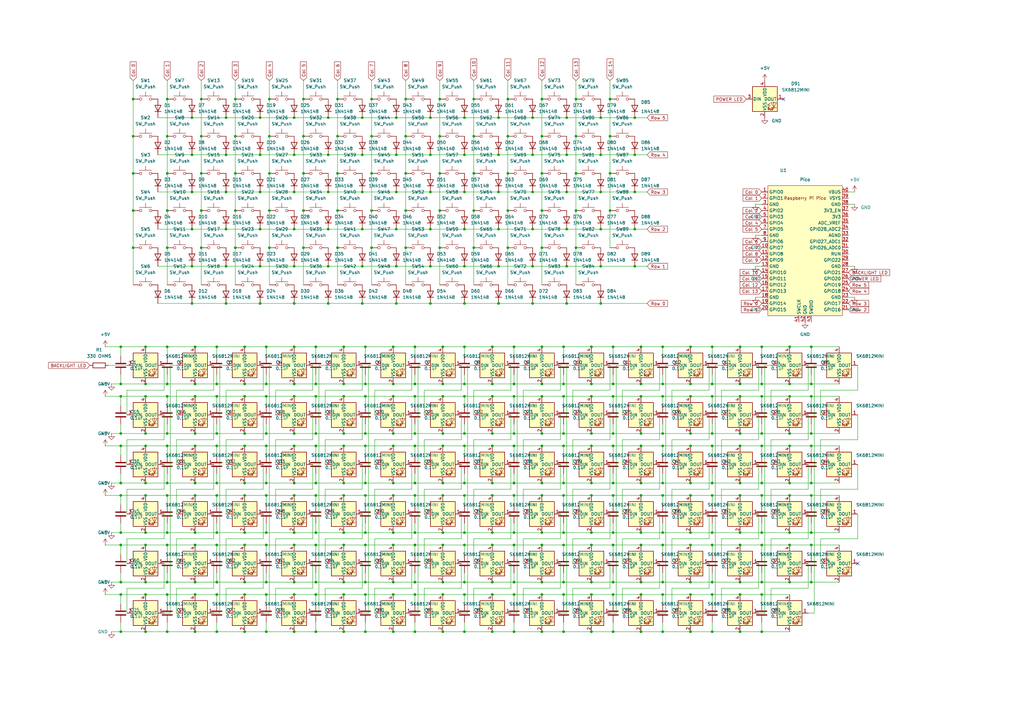
<source format=kicad_sch>
(kicad_sch (version 20250114) (generator "eeschema") (generator_version "9.0")
  (paper "A3")
  (junction (at 271.78 223.52))
  (junction (at 312.42 218.44))
  (junction (at 129.54 238.76))
  (junction (at 210.82 142.24))
  (junction (at 120.65 78.74))
  (junction (at 222.25 238.76))
  (junction (at 262.89 142.24))
  (junction (at 251.46 259.08))
  (junction (at 68.58 238.76))
  (junction (at 210.82 182.88))
  (junction (at 250.19 40.64))
  (junction (at 236.22 86.36))
  (junction (at 120.65 198.12))
  (junction (at 80.01 198.12))
  (junction (at 242.57 157.48))
  (junction (at 140.97 259.08))
  (junction (at 100.33 259.08))
  (junction (at 68.58 162.56))
  (junction (at 68.58 86.36))
  (junction (at 283.21 162.56))
  (junction (at 152.4 71.12))
  (junction (at 68.58 157.48))
  (junction (at 246.38 93.98))
  (junction (at 181.61 182.88))
  (junction (at 292.1 218.44))
  (junction (at 210.82 162.56))
  (junction (at 283.21 223.52))
  (junction (at 201.93 157.48))
  (junction (at 208.28 101.6))
  (junction (at 210.82 243.84))
  (junction (at 80.01 243.84))
  (junction (at 140.97 162.56))
  (junction (at 332.74 203.2))
  (junction (at 109.22 259.08))
  (junction (at 148.59 63.5))
  (junction (at 88.9 259.08))
  (junction (at 312.42 157.48))
  (junction (at 120.65 48.26))
  (junction (at 140.97 142.24))
  (junction (at 262.89 243.84))
  (junction (at 292.1 259.08))
  (junction (at 152.4 86.36))
  (junction (at 323.85 203.2))
  (junction (at 181.61 243.84))
  (junction (at 129.54 177.8))
  (junction (at 246.38 109.22))
  (junction (at 201.93 218.44))
  (junction (at 161.29 198.12))
  (junction (at 262.89 198.12))
  (junction (at 161.29 238.76))
  (junction (at 201.93 198.12))
  (junction (at 100.33 203.2))
  (junction (at 181.61 198.12))
  (junction (at 68.58 177.8))
  (junction (at 292.1 198.12))
  (junction (at 231.14 142.24))
  (junction (at 271.78 177.8))
  (junction (at 100.33 177.8))
  (junction (at 129.54 218.44))
  (junction (at 88.9 177.8))
  (junction (at 332.74 162.56))
  (junction (at 194.31 71.12))
  (junction (at 222.25 177.8))
  (junction (at 80.01 238.76))
  (junction (at 190.5 78.74))
  (junction (at 312.42 162.56))
  (junction (at 92.71 48.26))
  (junction (at 109.22 142.24))
  (junction (at 201.93 223.52))
  (junction (at 222.25 223.52))
  (junction (at 148.59 109.22))
  (junction (at 96.52 40.64))
  (junction (at 204.47 63.5))
  (junction (at 96.52 101.6))
  (junction (at 149.86 182.88))
  (junction (at 201.93 177.8))
  (junction (at 120.65 142.24))
  (junction (at 201.93 182.88))
  (junction (at 100.33 218.44))
  (junction (at 262.89 162.56))
  (junction (at 251.46 238.76))
  (junction (at 292.1 203.2))
  (junction (at 312.42 142.24))
  (junction (at 242.57 198.12))
  (junction (at 292.1 243.84))
  (junction (at 140.97 218.44))
  (junction (at 149.86 203.2))
  (junction (at 201.93 259.08))
  (junction (at 303.53 218.44))
  (junction (at 129.54 203.2))
  (junction (at 162.56 124.46))
  (junction (at 283.21 182.88))
  (junction (at 80.01 162.56))
  (junction (at 312.42 223.52))
  (junction (at 250.19 55.88))
  (junction (at 80.01 203.2))
  (junction (at 222.25 203.2))
  (junction (at 262.89 238.76))
  (junction (at 312.42 203.2))
  (junction (at 242.57 177.8))
  (junction (at 251.46 218.44))
  (junction (at 236.22 71.12))
  (junction (at 88.9 198.12))
  (junction (at 49.53 157.48))
  (junction (at 222.25 71.12))
  (junction (at 152.4 101.6))
  (junction (at 170.18 259.08))
  (junction (at 92.71 109.22))
  (junction (at 148.59 124.46))
  (junction (at 129.54 162.56))
  (junction (at 232.41 124.46))
  (junction (at 271.78 162.56))
  (junction (at 134.62 109.22))
  (junction (at 140.97 182.88))
  (junction (at 260.35 93.98))
  (junction (at 161.29 177.8))
  (junction (at 303.53 238.76))
  (junction (at 262.89 218.44))
  (junction (at 82.55 71.12))
  (junction (at 134.62 63.5))
  (junction (at 106.68 48.26))
  (junction (at 166.37 101.6))
  (junction (at 78.74 109.22))
  (junction (at 312.42 177.8))
  (junction (at 110.49 86.36))
  (junction (at 262.89 223.52))
  (junction (at 231.14 218.44))
  (junction (at 149.86 223.52))
  (junction (at 54.61 86.36))
  (junction (at 181.61 203.2))
  (junction (at 303.53 177.8))
  (junction (at 271.78 182.88))
  (junction (at 161.29 223.52))
  (junction (at 120.65 243.84))
  (junction (at 129.54 243.84))
  (junction (at 129.54 223.52))
  (junction (at 180.34 71.12))
  (junction (at 106.68 93.98))
  (junction (at 262.89 157.48))
  (junction (at 271.78 259.08))
  (junction (at 283.21 142.24))
  (junction (at 49.53 162.56))
  (junction (at 201.93 162.56))
  (junction (at 120.65 223.52))
  (junction (at 59.69 243.84))
  (junction (at 49.53 198.12))
  (junction (at 80.01 182.88))
  (junction (at 231.14 182.88))
  (junction (at 271.78 198.12))
  (junction (at 231.14 243.84))
  (junction (at 106.68 124.46))
  (junction (at 332.74 198.12))
  (junction (at 190.5 177.8))
  (junction (at 242.57 243.84))
  (junction (at 190.5 182.88))
  (junction (at 262.89 203.2))
  (junction (at 59.69 157.48))
  (junction (at 303.53 223.52))
  (junction (at 246.38 78.74))
  (junction (at 180.34 86.36))
  (junction (at 242.57 203.2))
  (junction (at 129.54 182.88))
  (junction (at 222.25 259.08))
  (junction (at 100.33 162.56))
  (junction (at 109.22 223.52))
  (junction (at 222.25 243.84))
  (junction (at 149.86 243.84))
  (junction (at 120.65 124.46))
  (junction (at 250.19 86.36))
  (junction (at 283.21 259.08))
  (junction (at 49.53 218.44))
  (junction (at 120.65 259.08))
  (junction (at 170.18 243.84))
  (junction (at 246.38 63.5))
  (junction (at 190.5 238.76))
  (junction (at 109.22 218.44))
  (junction (at 222.25 182.88))
  (junction (at 110.49 40.64))
  (junction (at 68.58 101.6))
  (junction (at 251.46 223.52))
  (junction (at 201.93 238.76))
  (junction (at 222.25 101.6))
  (junction (at 129.54 142.24))
  (junction (at 120.65 238.76))
  (junction (at 129.54 198.12))
  (junction (at 88.9 162.56))
  (junction (at 190.5 48.26))
  (junction (at 106.68 109.22))
  (junction (at 80.01 218.44))
  (junction (at 96.52 71.12))
  (junction (at 231.14 198.12))
  (junction (at 181.61 157.48))
  (junction (at 190.5 203.2))
  (junction (at 170.18 162.56))
  (junction (at 303.53 203.2))
  (junction (at 170.18 157.48))
  (junction (at 149.86 177.8))
  (junction (at 120.65 63.5))
  (junction (at 246.38 48.26))
  (junction (at 260.35 109.22))
  (junction (at 68.58 40.64))
  (junction (at 190.5 142.24))
  (junction (at 88.9 238.76))
  (junction (at 312.42 182.88))
  (junction (at 292.1 157.48))
  (junction (at 323.85 238.76))
  (junction (at 161.29 142.24))
  (junction (at 59.69 142.24))
  (junction (at 292.1 182.88))
  (junction (at 149.86 198.12))
  (junction (at 262.89 182.88))
  (junction (at 251.46 203.2))
  (junction (at 49.53 259.08))
  (junction (at 88.9 182.88))
  (junction (at 232.41 63.5))
  (junction (at 88.9 223.52))
  (junction (at 218.44 48.26))
  (junction (at 109.22 177.8))
  (junction (at 138.43 40.64))
  (junction (at 236.22 101.6))
  (junction (at 134.62 93.98))
  (junction (at 140.97 198.12))
  (junction (at 262.89 259.08))
  (junction (at 242.57 162.56))
  (junction (at 332.74 142.24))
  (junction (at 260.35 63.5))
  (junction (at 283.21 198.12))
  (junction (at 88.9 218.44))
  (junction (at 100.33 182.88))
  (junction (at 162.56 48.26))
  (junction (at 120.65 182.88))
  (junction (at 218.44 93.98))
  (junction (at 149.86 157.48))
  (junction (at 124.46 40.64))
  (junction (at 149.86 142.24))
  (junction (at 54.61 101.6))
  (junction (at 190.5 63.5))
  (junction (at 170.18 182.88))
  (junction (at 82.55 101.6))
  (junction (at 138.43 55.88))
  (junction (at 110.49 101.6))
  (junction (at 181.61 218.44))
  (junction (at 80.01 157.48))
  (junction (at 152.4 55.88))
  (junction (at 88.9 243.84))
  (junction (at 68.58 218.44))
  (junction (at 283.21 243.84))
  (junction (at 68.58 259.08))
  (junction (at 140.97 157.48))
  (junction (at 323.85 218.44))
  (junction (at 138.43 101.6))
  (junction (at 271.78 243.84))
  (junction (at 323.85 182.88))
  (junction (at 218.44 78.74))
  (junction (at 166.37 86.36))
  (junction (at 176.53 78.74))
  (junction (at 176.53 109.22))
  (junction (at 109.22 243.84))
  (junction (at 181.61 238.76))
  (junction (at 332.74 218.44))
  (junction (at 106.68 78.74))
  (junction (at 166.37 55.88))
  (junction (at 323.85 198.12))
  (junction (at 190.5 109.22))
  (junction (at 190.5 162.56))
  (junction (at 78.74 78.74))
  (junction (at 100.33 157.48))
  (junction (at 222.25 55.88))
  (junction (at 283.21 218.44))
  (junction (at 78.74 63.5))
  (junction (at 332.74 177.8))
  (junction (at 59.69 259.08))
  (junction (at 120.65 162.56))
  (junction (at 181.61 162.56))
  (junction (at 170.18 223.52))
  (junction (at 106.68 63.5))
  (junction (at 96.52 55.88))
  (junction (at 204.47 124.46))
  (junction (at 242.57 218.44))
  (junction (at 292.1 177.8))
  (junction (at 210.82 238.76))
  (junction (at 129.54 157.48))
  (junction (at 201.93 203.2))
  (junction (at 323.85 162.56))
  (junction (at 176.53 124.46))
  (junction (at 208.28 71.12))
  (junction (at 68.58 142.24))
  (junction (at 166.37 40.64))
  (junction (at 109.22 203.2))
  (junction (at 170.18 177.8))
  (junction (at 109.22 162.56))
  (junction (at 190.5 157.48))
  (junction (at 222.25 40.64))
  (junction (at 120.65 203.2))
  (junction (at 129.54 259.08))
  (junction (at 208.28 40.64))
  (junction (at 231.14 162.56))
  (junction (at 251.46 177.8))
  (junction (at 251.46 162.56))
  (junction (at 231.14 177.8))
  (junction (at 231.14 203.2))
  (junction (at 78.74 48.26))
  (junction (at 140.97 238.76))
  (junction (at 242.57 223.52))
  (junction (at 242.57 142.24))
  (junction (at 109.22 157.48))
  (junction (at 292.1 142.24))
  (junction (at 161.29 182.88))
  (junction (at 222.25 218.44))
  (junction (at 82.55 86.36))
  (junction (at 303.53 157.48))
  (junction (at 251.46 142.24))
  (junction (at 231.14 259.08))
  (junction (at 88.9 157.48))
  (junction (at 222.25 142.24))
  (junction (at 194.31 55.88))
  (junction (at 232.41 48.26))
  (junction (at 124.46 71.12))
  (junction (at 59.69 177.8))
  (junction (at 323.85 157.48))
  (junction (at 161.29 218.44))
  (junction (at 68.58 198.12))
  (junction (at 80.01 259.08))
  (junction (at 231.14 238.76))
  (junction (at 124.46 101.6))
  (junction (at 170.18 142.24))
  (junction (at 332.74 182.88))
  (junction (at 140.97 177.8))
  (junction (at 303.53 182.88))
  (junction (at 260.35 78.74))
  (junction (at 54.61 71.12))
  (junction (at 162.56 93.98))
  (junction (at 218.44 124.46))
  (junction (at 148.59 48.26))
  (junction (at 312.42 259.08))
  (junction (at 292.1 238.76))
  (junction (at 262.89 177.8))
  (junction (at 236.22 40.64))
  (junction (at 134.62 78.74))
  (junction (at 54.61 55.88))
  (junction (at 242.57 182.88))
  (junction (at 82.55 40.64))
  (junction (at 210.82 177.8))
  (junction (at 210.82 203.2))
  (junction (at 194.31 40.64))
  (junction (at 190.5 218.44))
  (junction (at 161.29 162.56))
  (junction (at 149.86 162.56))
  (junction (at 181.61 223.52))
  (junction (at 166.37 71.12))
  (junction (at 332.74 223.52))
  (junction (at 68.58 203.2))
  (junction (at 210.82 259.08))
  (junction (at 120.65 109.22))
  (junction (at 68.58 243.84))
  (junction (at 204.47 109.22))
  (junction (at 59.69 162.56))
  (junction (at 303.53 259.08))
  (junction (at 49.53 142.24))
  (junction (at 100.33 198.12))
  (junction (at 251.46 157.48))
  (junction (at 283.21 203.2))
  (junction (at 88.9 142.24))
  (junction (at 222.25 198.12))
  (junction (at 148.59 78.74))
  (junction (at 68.58 223.52))
  (junction (at 246.38 124.46))
  (junction (at 236.22 55.88))
  (junction (at 170.18 238.76))
  (junction (at 180.34 101.6))
  (junction (at 92.71 124.46))
  (junction (at 59.69 238.76))
  (junction (at 303.53 142.24))
  (junction (at 49.53 203.2))
  (junction (at 208.28 86.36))
  (junction (at 100.33 223.52))
  (junction (at 180.34 55.88))
  (junction (at 149.86 218.44))
  (junction (at 59.69 198.12))
  (junction (at 251.46 243.84))
  (junction (at 176.53 63.5))
  (junction (at 170.18 198.12))
  (junction (at 134.62 48.26))
  (junction (at 201.93 142.24))
  (junction (at 303.53 162.56))
  (junction (at 134.62 124.46))
  (junction (at 161.29 203.2))
  (junction (at 59.69 203.2))
  (junction (at 149.86 259.08))
  (junction (at 271.78 157.48))
  (junction (at 124.46 86.36))
  (junction (at 92.71 78.74))
  (junction (at 96.52 86.36))
  (junction (at 283.21 177.8))
  (junction (at 303.53 243.84))
  (junction (at 120.65 218.44))
  (junction (at 109.22 198.12))
  (junction (at 149.86 238.76))
  (junction (at 110.49 71.12))
  (junction (at 190.5 198.12))
  (junction (at 100.33 243.84))
  (junction (at 194.31 101.6))
  (junction (at 210.82 223.52))
  (junction (at 120.65 93.98))
  (junction (at 140.97 243.84))
  (junction (at 162.56 109.22))
  (junction (at 148.59 93.98))
  (junction (at 323.85 177.8))
  (junction (at 222.25 86.36))
  (junction (at 92.71 63.5))
  (junction (at 59.69 223.52))
  (junction (at 332.74 238.76))
  (junction (at 190.5 243.84))
  (junction (at 176.53 93.98))
  (junction (at 201.93 243.84))
  (junction (at 109.22 182.88))
  (junction (at 190.5 223.52))
  (junction (at 161.29 259.08))
  (junction (at 292.1 223.52))
  (junction (at 59.69 182.88))
  (junction (at 110.49 55.88))
  (junction (at 68.58 182.88))
  (junction (at 231.14 157.48))
  (junction (at 78.74 124.46))
  (junction (at 59.69 218.44))
  (junction (at 181.61 177.8))
  (junction (at 190.5 259.08))
  (junction (at 204.47 93.98))
  (junction (at 323.85 223.52))
  (junction (at 292.1 162.56))
  (junction (at 190.5 124.46))
  (junction (at 92.71 93.98))
  (junction (at 222.25 162.56))
  (junction (at 210.82 198.12))
  (junction (at 161.29 157.48))
  (junction (at 204.47 78.74))
  (junction (at 232.41 109.22))
  (junction (at 271.78 142.24))
  (junction (at 323.85 142.24))
  (junction (at 162.56 63.5))
  (junction (at 120.65 177.8))
  (junction (at 242.57 259.08))
  (junction (at 80.01 142.24))
  (junction (at 180.34 40.64))
  (junction (at 88.9 203.2))
  (junction (at 250.19 71.12))
  (junction (at 312.42 198.12))
  (junction (at 54.61 40.64))
  (junction (at 271.78 203.2))
  (junction (at 218.44 63.5))
  (junction (at 222.25 157.48))
  (junction (at 283.21 238.76))
  (junction (at 260.35 48.26))
  (junction (at 138.43 71.12))
  (junction (at 49.53 243.84))
  (junction (at 170.18 218.44))
  (junction (at 162.56 78.74))
  (junction (at 251.46 198.12))
  (junction (at 312.42 238.76))
  (junction (at 181.61 142.24))
  (junction (at 242.57 238.76))
  (junction (at 190.5 93.98))
  (junction (at 170.18 203.2))
  (junction (at 204.47 48.26))
  (junction (at 49.53 238.76))
  (junction (at 49.53 223.52))
  (junction (at 152.4 40.64))
  (junction (at 124.46 55.88))
  (junction (at 49.53 177.8))
  (junction (at 140.97 203.2))
  (junction (at 303.53 198.12))
  (junction (at 78.74 93.98))
  (junction (at 194.31 86.36))
  (junction (at 231.14 223.52))
  (junction (at 80.01 177.8))
  (junction (at 208.28 55.88))
  (junction (at 218.44 109.22))
  (junction (at 138.43 86.36))
  (junction (at 100.33 238.76))
  (junction (at 210.82 157.48))
  (junction (at 120.65 157.48))
  (junction (at 332.74 157.48))
  (junction (at 210.82 218.44))
  (junction (at 100.33 142.24))
  (junction (at 271.78 218.44))
  (junction (at 80.01 223.52))
  (junction (at 312.42 243.84))
  (junction (at 161.29 243.84))
  (junction (at 82.55 55.88))
  (junction (at 140.97 223.52))
  (junction (at 109.22 238.76))
  (junction (at 283.21 157.48))
  (junction (at 232.41 78.74))
  (junction (at 271.78 238.76))
  (junction (at 68.58 55.88))
  (junction (at 49.53 182.88))
  (junction (at 176.53 48.26))
  (junction (at 251.46 182.88))
  (junction (at 232.41 93.98))
  (junction (at 68.58 71.12))
  (junction (at 181.61 259.08))
  (no_connect (at 351.79 231.14))
  (no_connect (at 321.31 40.64))
  (wire (pts (xy 170.18 243.84) (xy 181.61 243.84)))
  (wire (pts (xy 110.49 71.12) (xy 110.49 86.36)))
  (wire (pts (xy 290.83 231.14) (xy 290.83 241.3)))
  (wire (pts (xy 312.42 153.67) (xy 312.42 157.48)))
  (wire (pts (xy 87.63 170.18) (xy 87.63 180.34)))
  (wire (pts (xy 222.25 243.84) (xy 231.14 243.84)))
  (wire (pts (xy 194.31 180.34) (xy 194.31 190.5)))
  (wire (pts (xy 251.46 194.31) (xy 251.46 198.12)))
  (wire (pts (xy 140.97 218.44) (xy 129.54 218.44)))
  (wire (pts (xy 293.37 251.46) (xy 293.37 149.86)))
  (wire (pts (xy 351.79 170.18) (xy 351.79 180.34)))
  (wire (pts (xy 68.58 86.36) (xy 68.58 101.6)))
  (wire (pts (xy 271.78 203.2) (xy 262.89 203.2)))
  (wire (pts (xy 49.53 162.56) (xy 49.53 166.37)))
  (wire (pts (xy 271.78 142.24) (xy 283.21 142.24)))
  (wire (pts (xy 148.59 149.86) (xy 148.59 160.02)))
  (wire (pts (xy 161.29 238.76) (xy 170.18 238.76)))
  (wire (pts (xy 59.69 142.24) (xy 68.58 142.24)))
  (wire (pts (xy 312.42 177.8) (xy 303.53 177.8)))
  (wire (pts (xy 295.91 180.34) (xy 295.91 190.5)))
  (wire (pts (xy 109.22 173.99) (xy 109.22 177.8)))
  (wire (pts (xy 140.97 259.08) (xy 129.54 259.08)))
  (wire (pts (xy 64.77 48.26) (xy 78.74 48.26)))
  (wire (pts (xy 162.56 63.5) (xy 176.53 63.5)))
  (wire (pts (xy 210.82 203.2) (xy 210.82 207.01)))
  (wire (pts (xy 54.61 55.88) (xy 54.61 71.12)))
  (wire (pts (xy 251.46 223.52) (xy 262.89 223.52)))
  (wire (pts (xy 222.25 142.24) (xy 231.14 142.24)))
  (wire (pts (xy 283.21 162.56) (xy 271.78 162.56)))
  (wire (pts (xy 128.27 180.34) (xy 113.03 180.34)))
  (wire (pts (xy 212.09 251.46) (xy 212.09 149.86)))
  (wire (pts (xy 214.63 180.34) (xy 214.63 190.5)))
  (wire (pts (xy 90.17 251.46) (xy 90.17 149.86)))
  (wire (pts (xy 232.41 109.22) (xy 246.38 109.22)))
  (wire (pts (xy 129.54 223.52) (xy 140.97 223.52)))
  (wire (pts (xy 275.59 241.3) (xy 275.59 251.46)))
  (wire (pts (xy 262.89 243.84) (xy 271.78 243.84)))
  (wire (pts (xy 271.78 243.84) (xy 283.21 243.84)))
  (wire (pts (xy 350.52 83.82) (xy 347.98 83.82)))
  (wire (pts (xy 271.78 157.48) (xy 283.21 157.48)))
  (wire (pts (xy 87.63 149.86) (xy 87.63 160.02)))
  (wire (pts (xy 67.31 200.66) (xy 52.07 200.66)))
  (wire (pts (xy 67.31 160.02) (xy 52.07 160.02)))
  (wire (pts (xy 275.59 200.66) (xy 275.59 210.82)))
  (wire (pts (xy 49.53 142.24) (xy 49.53 146.05)))
  (wire (pts (xy 68.58 162.56) (xy 68.58 166.37)))
  (wire (pts (xy 210.82 198.12) (xy 222.25 198.12)))
  (wire (pts (xy 316.23 241.3) (xy 316.23 251.46)))
  (wire (pts (xy 80.01 182.88) (xy 88.9 182.88)))
  (wire (pts (xy 107.95 180.34) (xy 92.71 180.34)))
  (wire (pts (xy 161.29 243.84) (xy 170.18 243.84)))
  (wire (pts (xy 190.5 255.27) (xy 190.5 259.08)))
  (wire (pts (xy 100.33 218.44) (xy 88.9 218.44)))
  (wire (pts (xy 242.57 238.76) (xy 251.46 238.76)))
  (wire (pts (xy 231.14 238.76) (xy 242.57 238.76)))
  (wire (pts (xy 309.88 96.52) (xy 312.42 96.52)))
  (wire (pts (xy 82.55 40.64) (xy 82.55 55.88)))
  (wire (pts (xy 323.85 218.44) (xy 332.74 218.44)))
  (wire (pts (xy 332.74 198.12) (xy 344.17 198.12)))
  (wire (pts (xy 68.58 203.2) (xy 68.58 207.01)))
  (wire (pts (xy 250.19 180.34) (xy 234.95 180.34)))
  (wire (pts (xy 133.35 180.34) (xy 133.35 190.5)))
  (wire (pts (xy 231.14 194.31) (xy 231.14 198.12)))
  (wire (pts (xy 59.69 182.88) (xy 68.58 182.88)))
  (wire (pts (xy 209.55 200.66) (xy 194.31 200.66)))
  (wire (pts (xy 113.03 241.3) (xy 113.03 251.46)))
  (wire (pts (xy 311.15 190.5) (xy 311.15 200.66)))
  (wire (pts (xy 64.77 109.22) (xy 78.74 109.22)))
  (wire (pts (xy 149.86 162.56) (xy 140.97 162.56)))
  (wire (pts (xy 292.1 259.08) (xy 283.21 259.08)))
  (wire (pts (xy 80.01 162.56) (xy 68.58 162.56)))
  (wire (pts (xy 231.14 142.24) (xy 242.57 142.24)))
  (wire (pts (xy 140.97 182.88) (xy 149.86 182.88)))
  (wire (pts (xy 107.95 190.5) (xy 107.95 200.66)))
  (wire (pts (xy 68.58 173.99) (xy 68.58 177.8)))
  (wire (pts (xy 68.58 142.24) (xy 80.01 142.24)))
  (wire (pts (xy 312.42 203.2) (xy 303.53 203.2)))
  (wire (pts (xy 292.1 162.56) (xy 283.21 162.56)))
  (wire (pts (xy 181.61 243.84) (xy 190.5 243.84)))
  (wire (pts (xy 68.58 33.02) (xy 68.58 40.64)))
  (wire (pts (xy 161.29 177.8) (xy 149.86 177.8)))
  (wire (pts (xy 124.46 33.02) (xy 124.46 40.64)))
  (wire (pts (xy 148.59 200.66) (xy 133.35 200.66)))
  (wire (pts (xy 311.15 160.02) (xy 295.91 160.02)))
  (wire (pts (xy 109.22 162.56) (xy 100.33 162.56)))
  (wire (pts (xy 68.58 214.63) (xy 68.58 218.44)))
  (wire (pts (xy 166.37 71.12) (xy 166.37 86.36)))
  (wire (pts (xy 180.34 71.12) (xy 180.34 86.36)))
  (wire (pts (xy 134.62 93.98) (xy 148.59 93.98)))
  (wire (pts (xy 292.1 173.99) (xy 292.1 177.8)))
  (wire (pts (xy 250.19 149.86) (xy 250.19 160.02)))
  (wire (pts (xy 151.13 251.46) (xy 151.13 149.86)))
  (wire (pts (xy 271.78 223.52) (xy 283.21 223.52)))
  (wire (pts (xy 68.58 238.76) (xy 80.01 238.76)))
  (wire (pts (xy 229.87 220.98) (xy 214.63 220.98)))
  (wire (pts (xy 189.23 190.5) (xy 189.23 200.66)))
  (wire (pts (xy 168.91 241.3) (xy 153.67 241.3)))
  (wire (pts (xy 168.91 170.18) (xy 168.91 180.34)))
  (wire (pts (xy 129.54 142.24) (xy 140.97 142.24)))
  (wire (pts (xy 49.53 153.67) (xy 49.53 157.48)))
  (wire (pts (xy 312.42 259.08) (xy 323.85 259.08)))
  (wire (pts (xy 170.18 255.27) (xy 170.18 259.08)))
  (wire (pts (xy 64.77 63.5) (xy 78.74 63.5)))
  (wire (pts (xy 161.29 259.08) (xy 149.86 259.08)))
  (wire (pts (xy 309.88 109.22) (xy 312.42 109.22)))
  (wire (pts (xy 92.71 109.22) (xy 106.68 109.22)))
  (wire (pts (xy 210.82 162.56) (xy 210.82 166.37)))
  (wire (pts (xy 194.31 200.66) (xy 194.31 210.82)))
  (wire (pts (xy 129.54 218.44) (xy 120.65 218.44)))
  (wire (pts (xy 312.42 162.56) (xy 303.53 162.56)))
  (wire (pts (xy 148.59 251.46) (xy 151.13 251.46)))
  (wire (pts (xy 88.9 173.99) (xy 88.9 177.8)))
  (wire (pts (xy 251.46 157.48) (xy 262.89 157.48)))
  (wire (pts (xy 82.55 55.88) (xy 82.55 71.12)))
  (wire (pts (xy 129.54 214.63) (xy 129.54 218.44)))
  (wire (pts (xy 283.21 142.24) (xy 292.1 142.24)))
  (wire (pts (xy 129.54 162.56) (xy 120.65 162.56)))
  (wire (pts (xy 242.57 177.8) (xy 231.14 177.8)))
  (wire (pts (xy 270.51 170.18) (xy 270.51 180.34)))
  (wire (pts (xy 351.79 190.5) (xy 351.79 200.66)))
  (wire (pts (xy 194.31 241.3) (xy 194.31 251.46)))
  (wire (pts (xy 292.1 157.48) (xy 303.53 157.48)))
  (wire (pts (xy 170.18 223.52) (xy 181.61 223.52)))
  (wire (pts (xy 311.15 149.86) (xy 311.15 160.02)))
  (wire (pts (xy 350.52 78.74) (xy 347.98 78.74)))
  (wire (pts (xy 351.79 149.86) (xy 351.79 160.02)))
  (wire (pts (xy 251.46 198.12) (xy 262.89 198.12)))
  (wire (pts (xy 222.25 55.88) (xy 222.25 71.12)))
  (wire (pts (xy 250.19 220.98) (xy 234.95 220.98)))
  (wire (pts (xy 190.5 238.76) (xy 201.93 238.76)))
  (wire (pts (xy 312.42 243.84) (xy 323.85 243.84)))
  (wire (pts (xy 54.61 71.12) (xy 54.61 86.36)))
  (wire (pts (xy 168.91 231.14) (xy 168.91 241.3)))
  (wire (pts (xy 176.53 93.98) (xy 190.5 93.98)))
  (wire (pts (xy 168.91 190.5) (xy 168.91 200.66)))
  (wire (pts (xy 120.65 124.46) (xy 134.62 124.46)))
  (wire (pts (xy 88.9 223.52) (xy 100.33 223.52)))
  (wire (pts (xy 82.55 71.12) (xy 82.55 86.36)))
  (wire (pts (xy 262.89 198.12) (xy 271.78 198.12)))
  (wire (pts (xy 194.31 86.36) (xy 194.31 101.6)))
  (wire (pts (xy 331.47 200.66) (xy 316.23 200.66)))
  (wire (pts (xy 231.14 162.56) (xy 231.14 166.37)))
  (wire (pts (xy 273.05 251.46) (xy 273.05 149.86)))
  (wire (pts (xy 161.29 203.2) (xy 149.86 203.2)))
  (wire (pts (xy 229.87 210.82) (xy 229.87 220.98)))
  (wire (pts (xy 208.28 86.36) (xy 208.28 101.6)))
  (wire (pts (xy 129.54 243.84) (xy 140.97 243.84)))
  (wire (pts (xy 100.33 162.56) (xy 88.9 162.56)))
  (wire (pts (xy 250.19 170.18) (xy 250.19 180.34)))
  (wire (pts (xy 170.18 173.99) (xy 170.18 177.8)))
  (wire (pts (xy 311.15 180.34) (xy 295.91 180.34)))
  (wire (pts (xy 312.42 243.84) (xy 312.42 247.65)))
  (wire (pts (xy 229.87 190.5) (xy 229.87 200.66)))
  (wire (pts (xy 170.18 203.2) (xy 170.18 207.01)))
  (wire (pts (xy 194.31 55.88) (xy 194.31 71.12)))
  (wire (pts (xy 275.59 220.98) (xy 275.59 231.14)))
  (wire (pts (xy 129.54 203.2) (xy 129.54 207.01)))
  (wire (pts (xy 351.79 180.34) (xy 336.55 180.34)))
  (wire (pts (xy 332.74 203.2) (xy 344.17 203.2)))
  (wire (pts (xy 149.86 198.12) (xy 161.29 198.12)))
  (wire (pts (xy 332.74 142.24) (xy 332.74 146.05)))
  (wire (pts (xy 176.53 48.26) (xy 190.5 48.26)))
  (wire (pts (xy 262.89 162.56) (xy 251.46 162.56)))
  (wire (pts (xy 68.58 223.52) (xy 80.01 223.52)))
  (wire (pts (xy 231.14 223.52) (xy 231.14 227.33)))
  (wire (pts (xy 250.19 86.36) (xy 250.19 101.6)))
  (wire (pts (xy 120.65 142.24) (xy 129.54 142.24)))
  (wire (pts (xy 190.5 223.52) (xy 190.5 227.33)))
  (wire (pts (xy 351.79 160.02) (xy 336.55 160.02)))
  (wire (pts (xy 59.69 243.84) (xy 68.58 243.84)))
  (wire (pts (xy 260.35 93.98) (xy 265.43 93.98)))
  (wire (pts (xy 87.63 180.34) (xy 72.39 180.34)))
  (wire (pts (xy 316.23 180.34) (xy 316.23 190.5)))
  (wire (pts (xy 190.5 157.48) (xy 201.93 157.48)))
  (wire (pts (xy 293.37 149.86) (xy 295.91 149.86)))
  (wire (pts (xy 290.83 190.5) (xy 290.83 200.66)))
  (wire (pts (xy 134.62 48.26) (xy 148.59 48.26)))
  (wire (pts (xy 201.93 223.52) (xy 210.82 223.52)))
  (wire (pts (xy 210.82 243.84) (xy 222.25 243.84)))
  (wire (pts (xy 88.9 223.52) (xy 88.9 227.33)))
  (wire (pts (xy 149.86 177.8) (xy 140.97 177.8)))
  (wire (pts (xy 229.87 241.3) (xy 214.63 241.3)))
  (wire (pts (xy 149.86 203.2) (xy 149.86 207.01)))
  (wire (pts (xy 109.22 259.08) (xy 100.33 259.08)))
  (wire (pts (xy 140.97 238.76) (xy 149.86 238.76)))
  (wire (pts (xy 271.78 214.63) (xy 271.78 218.44)))
  (wire (pts (xy 68.58 218.44) (xy 59.69 218.44)))
  (wire (pts (xy 190.5 142.24) (xy 190.5 146.05)))
  (wire (pts (xy 283.21 157.48) (xy 292.1 157.48)))
  (wire (pts (xy 148.59 170.18) (xy 148.59 180.34)))
  (wire (pts (xy 72.39 200.66) (xy 72.39 210.82)))
  (wire (pts (xy 210.82 157.48) (xy 222.25 157.48)))
  (wire (pts (xy 290.83 241.3) (xy 275.59 241.3)))
  (wire (pts (xy 250.19 200.66) (xy 234.95 200.66)))
  (wire (pts (xy 201.93 238.76) (xy 210.82 238.76)))
  (wire (pts (xy 189.23 149.86) (xy 189.23 160.02)))
  (wire (pts (xy 92.71 48.26) (xy 106.68 48.26)))
  (wire (pts (xy 242.57 259.08) (xy 231.14 259.08)))
  (wire (pts (xy 336.55 220.98) (xy 336.55 231.14)))
  (wire (pts (xy 54.61 33.02) (xy 54.61 40.64)))
  (wire (pts (xy 67.31 241.3) (xy 52.07 241.3)))
  (wire (pts (xy 250.19 231.14) (xy 250.19 241.3)))
  (wire (pts (xy 242.57 203.2) (xy 231.14 203.2)))
  (wire (pts (xy 49.53 243.84) (xy 49.53 247.65)))
  (wire (pts (xy 80.01 157.48) (xy 88.9 157.48)))
  (wire (pts (xy 234.95 241.3) (xy 234.95 251.46)))
  (wire (pts (xy 190.5 203.2) (xy 181.61 203.2)))
  (wire (pts (xy 68.58 182.88) (xy 68.58 186.69)))
  (wire (pts (xy 190.5 243.84) (xy 190.5 247.65)))
  (wire (pts (xy 129.54 173.99) (xy 129.54 177.8)))
  (wire (pts (xy 231.14 182.88) (xy 242.57 182.88)))
  (wire (pts (xy 68.58 243.84) (xy 68.58 247.65)))
  (wire (pts (xy 129.54 259.08) (xy 120.65 259.08)))
  (wire (pts (xy 332.74 203.2) (xy 332.74 207.01)))
  (wire (pts (xy 120.65 223.52) (xy 129.54 223.52)))
  (wire (pts (xy 170.18 153.67) (xy 170.18 157.48)))
  (wire (pts (xy 181.61 142.24) (xy 190.5 142.24)))
  (wire (pts (xy 149.86 214.63) (xy 149.86 218.44)))
  (wire (pts (xy 49.53 173.99) (xy 49.53 177.8)))
  (wire (pts (xy 332.74 162.56) (xy 332.74 166.37)))
  (wire (pts (xy 292.1 238.76) (xy 303.53 238.76)))
  (wire (pts (xy 231.14 203.2) (xy 222.25 203.2)))
  (wire (pts (xy 106.68 48.26) (xy 120.65 48.26)))
  (wire (pts (xy 255.27 200.66) (xy 255.27 210.82)))
  (wire (pts (xy 262.89 182.88) (xy 271.78 182.88)))
  (wire (pts (xy 87.63 220.98) (xy 72.39 220.98)))
  (wire (pts (xy 107.95 241.3) (xy 92.71 241.3)))
  (wire (pts (xy 208.28 33.02) (xy 208.28 40.64)))
  (wire (pts (xy 68.58 223.52) (xy 68.58 227.33)))
  (wire (pts (xy 270.51 149.86) (xy 270.51 160.02)))
  (wire (pts (xy 271.78 162.56) (xy 271.78 166.37)))
  (wire (pts (xy 323.85 162.56) (xy 332.74 162.56)))
  (wire (pts (xy 251.46 142.24) (xy 262.89 142.24)))
  (wire (pts (xy 181.61 157.48) (xy 190.5 157.48)))
  (wire (pts (xy 332.74 157.48) (xy 344.17 157.48)))
  (wire (pts (xy 210.82 142.24) (xy 222.25 142.24)))
  (wire (pts (xy 106.68 93.98) (xy 120.65 93.98)))
  (wire (pts (xy 190.5 223.52) (xy 201.93 223.52)))
  (wire (pts (xy 92.71 63.5) (xy 106.68 63.5)))
  (wire (pts (xy 49.53 194.31) (xy 49.53 198.12)))
  (wire (pts (xy 351.79 220.98) (xy 336.55 220.98)))
  (wire (pts (xy 201.93 157.48) (xy 210.82 157.48)))
  (wire (pts (xy 273.05 149.86) (xy 275.59 149.86)))
  (wire (pts (xy 190.5 259.08) (xy 181.61 259.08)))
  (wire (pts (xy 242.57 182.88) (xy 251.46 182.88)))
  (wire (pts (xy 209.55 180.34) (xy 194.31 180.34)))
  (wire (pts (xy 204.47 124.46) (xy 218.44 124.46)))
  (wire (pts (xy 43.18 142.24) (xy 49.53 142.24)))
  (wire (pts (xy 190.5 78.74) (xy 204.47 78.74)))
  (wire (pts (xy 120.65 243.84) (xy 129.54 243.84)))
  (wire (pts (xy 109.22 238.76) (xy 120.65 238.76)))
  (wire (pts (xy 283.21 218.44) (xy 271.78 218.44)))
  (wire (pts (xy 129.54 223.52) (xy 129.54 227.33)))
  (wire (pts (xy 332.74 153.67) (xy 332.74 157.48)))
  (wire (pts (xy 88.9 153.67) (xy 88.9 157.48)))
  (wire (pts (xy 168.91 210.82) (xy 168.91 220.98)))
  (wire (pts (xy 49.53 255.27) (xy 49.53 259.08)))
  (wire (pts (xy 64.77 78.74) (xy 78.74 78.74)))
  (wire (pts (xy 246.38 63.5) (xy 260.35 63.5)))
  (wire (pts (xy 82.55 86.36) (xy 82.55 101.6)))
  (wire (pts (xy 283.21 238.76) (xy 292.1 238.76)))
  (wire (pts (xy 209.55 220.98) (xy 194.31 220.98)))
  (wire (pts (xy 311.15 210.82) (xy 311.15 220.98)))
  (wire (pts (xy 190.5 234.95) (xy 190.5 238.76)))
  (wire (pts (xy 231.14 243.84) (xy 231.14 247.65)))
  (wire (pts (xy 331.47 231.14) (xy 331.47 241.3)))
  (wire (pts (xy 88.9 255.27) (xy 88.9 259.08)))
  (wire (pts (xy 128.27 210.82) (xy 128.27 220.98)))
  (wire (pts (xy 49.53 259.08) (xy 59.69 259.08)))
  (wire (pts (xy 49.53 214.63) (xy 49.53 218.44)))
  (wire (pts (xy 251.46 177.8) (xy 242.57 177.8)))
  (wire (pts (xy 189.23 200.66) (xy 173.99 200.66)))
  (wire (pts (xy 49.53 223.52) (xy 49.53 227.33)))
  (wire (pts (xy 231.14 259.08) (xy 222.25 259.08)))
  (wire (pts (xy 149.86 182.88) (xy 161.29 182.88)))
  (wire (pts (xy 311.15 251.46) (xy 313.69 251.46)))
  (wire (pts (xy 190.5 153.67) (xy 190.5 157.48)))
  (wire (pts (xy 173.99 160.02) (xy 173.99 170.18)))
  (wire (pts (xy 49.53 218.44) (xy 59.69 218.44)))
  (wire (pts (xy 149.86 182.88) (xy 149.86 186.69)))
  (wire (pts (xy 190.5 93.98) (xy 204.47 93.98)))
  (wire (pts (xy 149.86 259.08) (xy 140.97 259.08)))
  (wire (pts (xy 251.46 153.67) (xy 251.46 157.48)))
  (wire (pts (xy 88.9 157.48) (xy 100.33 157.48)))
  (wire (pts (xy 323.85 218.44) (xy 312.42 218.44)))
  (wire (pts (xy 49.53 182.88) (xy 49.53 186.69)))
  (wire (pts (xy 332.74 223.52) (xy 332.74 227.33)))
  (wire (pts (xy 246.38 78.74) (xy 260.35 78.74)))
  (wire (pts (xy 210.82 243.84) (xy 210.82 247.65)))
  (wire (pts (xy 49.53 157.48) (xy 59.69 157.48)))
  (wire (pts (xy 231.14 157.48) (xy 242.57 157.48)))
  (wire (pts (xy 323.85 177.8) (xy 312.42 177.8)))
  (wire (pts (xy 96.52 33.02) (xy 96.52 40.64)))
  (wire (pts (xy 152.4 55.88) (xy 152.4 71.12)))
  (wire (pts (xy 283.21 177.8) (xy 271.78 177.8)))
  (wire (pts (xy 292.1 153.67) (xy 292.1 157.48)))
  (wire (pts (xy 166.37 40.64) (xy 166.37 55.88)))
  (wire (pts (xy 292.1 214.63) (xy 292.1 218.44)))
  (wire (pts (xy 290.83 170.18) (xy 290.83 180.34)))
  (wire (pts (xy 106.68 109.22) (xy 120.65 109.22)))
  (wire (pts (xy 189.23 160.02) (xy 173.99 160.02)))
  (wire (pts (xy 72.39 241.3) (xy 72.39 251.46)))
  (wire (pts (xy 270.51 160.02) (xy 255.27 160.02)))
  (wire (pts (xy 231.14 243.84) (xy 242.57 243.84)))
  (wire (pts (xy 271.78 223.52) (xy 271.78 227.33)))
  (wire (pts (xy 88.9 162.56) (xy 80.01 162.56)))
  (wire (pts (xy 290.83 149.86) (xy 290.83 160.02)))
  (wire (pts (xy 96.52 55.88) (xy 96.52 71.12)))
  (wire (pts (xy 148.59 241.3) (xy 133.35 241.3)))
  (wire (pts (xy 107.95 160.02) (xy 92.71 160.02)))
  (wire (pts (xy 209.55 190.5) (xy 209.55 200.66)))
  (wire (pts (xy 303.53 218.44) (xy 292.1 218.44)))
  (wire (pts (xy 234.95 220.98) (xy 234.95 231.14)))
  (wire (pts (xy 292.1 142.24) (xy 303.53 142.24)))
  (wire (pts (xy 107.95 210.82) (xy 107.95 220.98)))
  (wire (pts (xy 80.01 238.76) (xy 88.9 238.76)))
  (wire (pts (xy 152.4 71.12) (xy 152.4 86.36)))
  (wire (pts (xy 148.59 190.5) (xy 148.59 200.66)))
  (wire (pts (xy 88.9 214.63) (xy 88.9 218.44)))
  (wire (pts (xy 173.99 200.66) (xy 173.99 210.82)))
  (wire (pts (xy 351.79 210.82) (xy 351.79 220.98)))
  (wire (pts (xy 49.53 182.88) (xy 59.69 182.88)))
  (wire (pts (xy 292.1 198.12) (xy 303.53 198.12)))
  (wire (pts (xy 262.89 238.76) (xy 271.78 238.76)))
  (wire (pts (xy 214.63 160.02) (xy 214.63 170.18)))
  (wire (pts (xy 181.61 238.76) (xy 190.5 238.76)))
  (wire (pts (xy 303.53 238.76) (xy 312.42 238.76)))
  (wire (pts (xy 168.91 180.34) (xy 153.67 180.34)))
  (wire (pts (xy 148.59 93.98) (xy 162.56 93.98)))
  (wire (pts (xy 222.25 218.44) (xy 210.82 218.44)))
  (wire (pts (xy 170.18 142.24) (xy 170.18 146.05)))
  (wire (pts (xy 88.9 234.95) (xy 88.9 238.76)))
  (wire (pts (xy 120.65 259.08) (xy 109.22 259.08)))
  (wire (pts (xy 96.52 40.64) (xy 96.52 55.88)))
  (wire (pts (xy 129.54 238.76) (xy 140.97 238.76)))
  (wire (pts (xy 271.78 194.31) (xy 271.78 198.12)))
  (wire (pts (xy 52.07 200.66) (xy 52.07 210.82)))
  (wire (pts (xy 128.27 200.66) (xy 113.03 200.66)))
  (wire (pts (xy 290.83 200.66) (xy 275.59 200.66)))
  (wire (pts (xy 312.42 214.63) (xy 312.42 218.44)))
  (wire (pts (xy 312.42 203.2) (xy 312.42 207.01)))
  (wire (pts (xy 234.95 200.66) (xy 234.95 210.82)))
  (wire (pts (xy 124.46 40.64) (xy 124.46 55.88)))
  (wire (pts (xy 92.71 241.3) (xy 92.71 251.46)))
  (wire (pts (xy 148.59 231.14) (xy 148.59 241.3)))
  (wire (pts (xy 222.25 162.56) (xy 210.82 162.56)))
  (wire (pts (xy 109.22 162.56) (xy 109.22 166.37)))
  (wire (pts (xy 260.35 78.74) (xy 265.43 78.74)))
  (wire (pts (xy 68.58 157.48) (xy 80.01 157.48)))
  (wire (pts (xy 292.1 243.84) (xy 292.1 247.65)))
  (wire (pts (xy 120.65 157.48) (xy 129.54 157.48)))
  (wire (pts (xy 232.41 251.46) (xy 232.41 149.86)))
  (wire (pts (xy 120.65 63.5) (xy 134.62 63.5)))
  (wire (pts (xy 210.82 259.08) (xy 201.93 259.08)))
  (wire (pts (xy 271.78 238.76) (xy 283.21 238.76)))
  (wire (pts (xy 109.22 203.2) (xy 109.22 207.01)))
  (wire (pts (xy 88.9 243.84) (xy 100.33 243.84)))
  (wire (pts (xy 204.47 93.98) (xy 218.44 93.98)))
  (wire (pts (xy 128.27 170.18) (xy 128.27 180.34)))
  (wire (pts (xy 295.91 160.02) (xy 295.91 170.18)))
  (wire (pts (xy 100.33 182.88) (xy 109.22 182.88)))
  (wire (pts (xy 231.14 198.12) (xy 242.57 198.12)))
  (wire (pts (xy 311.15 241.3) (xy 295.91 241.3)))
  (wire (pts (xy 54.61 101.6) (xy 54.61 116.84)))
  (wire (pts (xy 67.31 220.98) (xy 52.07 220.98)))
  (wire (pts (xy 292.1 203.2) (xy 292.1 207.01)))
  (wire (pts (xy 262.89 142.24) (xy 271.78 142.24)))
  (wire (pts (xy 170.18 243.84) (xy 170.18 247.65)))
  (wire (pts (xy 80.01 218.44) (xy 68.58 218.44)))
  (wire (pts (xy 209.55 231.14) (xy 209.55 241.3)))
  (wire (pts (xy 173.99 241.3) (xy 173.99 251.46)))
  (wire (pts (xy 161.29 162.56) (xy 149.86 162.56)))
  (wire (pts (xy 255.27 241.3) (xy 255.27 251.46)))
  (wire (pts (xy 323.85 182.88) (xy 332.74 182.88)))
  (wire (pts (xy 303.53 182.88) (xy 312.42 182.88)))
  (wire (pts (xy 255.27 220.98) (xy 255.27 231.14)))
  (wire (pts (xy 113.03 200.66) (xy 113.03 210.82)))
  (wire (pts (xy 128.27 220.98) (xy 113.03 220.98)))
  (wire (pts (xy 204.47 78.74) (xy 218.44 78.74)))
  (wire (pts (xy 149.86 218.44) (xy 140.97 218.44)))
  (wire (pts (xy 250.19 251.46) (xy 252.73 251.46)))
  (wire (pts (xy 229.87 160.02) (xy 214.63 160.02)))
  (wire (pts (xy 67.31 170.18) (xy 67.31 180.34)))
  (wire (pts (xy 180.34 33.02) (xy 180.34 40.64)))
  (wire (pts (xy 271.78 173.99) (xy 271.78 177.8)))
  (wire (pts (xy 331.47 241.3) (xy 316.23 241.3)))
  (wire (pts (xy 180.34 55.88) (xy 180.34 71.12)))
  (wire (pts (xy 222.25 259.08) (xy 210.82 259.08)))
  (wire (pts (xy 292.1 218.44) (xy 283.21 218.44)))
  (wire (pts (xy 138.43 55.88) (xy 138.43 71.12)))
  (wire (pts (xy 312.42 173.99) (xy 312.42 177.8)))
  (wire (pts (xy 176.53 78.74) (xy 190.5 78.74)))
  (wire (pts (xy 262.89 177.8) (xy 251.46 177.8)))
  (wire (pts (xy 312.42 182.88) (xy 312.42 186.69)))
  (wire (pts (xy 283.21 182.88) (xy 292.1 182.88)))
  (wire (pts (xy 231.14 153.67) (xy 231.14 157.48)))
  (wire (pts (xy 271.78 203.2) (xy 271.78 207.01)))
  (wire (pts (xy 292.1 194.31) (xy 292.1 198.12)))
  (wire (pts (xy 166.37 86.36) (xy 166.37 101.6)))
  (wire (pts (xy 130.81 149.86) (xy 133.35 149.86)))
  (wire (pts (xy 271.78 182.88) (xy 283.21 182.88)))
  (wire (pts (xy 100.33 177.8) (xy 88.9 177.8)))
  (wire (pts (xy 242.57 218.44) (xy 231.14 218.44)))
  (wire (pts (xy 92.71 200.66) (xy 92.71 210.82)))
  (wire (pts (xy 52.07 241.3) (xy 52.07 251.46)))
  (wire (pts (xy 191.77 251.46) (xy 191.77 149.86)))
  (wire (pts (xy 292.1 203.2) (xy 283.21 203.2)))
  (wire (pts (xy 332.74 182.88) (xy 344.17 182.88)))
  (wire (pts (xy 49.53 238.76) (xy 59.69 238.76)))
  (wire (pts (xy 232.41 124.46) (xy 246.38 124.46)))
  (wire (pts (xy 332.74 234.95) (xy 332.74 238.76)))
  (wire (pts (xy 229.87 231.14) (xy 229.87 241.3)))
  (wire (pts (xy 250.19 190.5) (xy 250.19 200.66)))
  (wire (pts (xy 68.58 177.8) (xy 59.69 177.8)))
  (wire (pts (xy 231.14 177.8) (xy 222.25 177.8)))
  (wire (pts (xy 170.18 182.88) (xy 170.18 186.69)))
  (wire (pts (xy 59.69 198.12) (xy 68.58 198.12)))
  (wire (pts (xy 140.97 203.2) (xy 129.54 203.2)))
  (wire (pts (xy 250.19 33.02) (xy 250.19 40.64)))
  (wire (pts (xy 290.83 160.02) (xy 275.59 160.02)))
  (wire (pts (xy 242.57 198.12) (xy 251.46 198.12)))
  (wire (pts (xy 271.78 243.84) (xy 271.78 247.65)))
  (wire (pts (xy 49.53 142.24) (xy 59.69 142.24)))
  (wire (pts (xy 68.58 142.24) (xy 68.58 146.05)))
  (wire (pts (xy 78.74 63.5) (xy 92.71 63.5)))
  (wire (pts (xy 190.5 63.5) (xy 204.47 63.5)))
  (wire (pts (xy 45.72 157.48) (xy 49.53 157.48)))
  (wire (pts (xy 250.19 210.82) (xy 250.19 220.98)))
  (wire (pts (xy 290.83 180.34) (xy 275.59 180.34)))
  (wire (pts (xy 260.35 63.5) (xy 265.43 63.5)))
  (wire (pts (xy 149.86 162.56) (xy 149.86 166.37)))
  (wire (pts (xy 88.9 198.12) (xy 100.33 198.12)))
  (wire (pts (xy 222.25 238.76) (xy 231.14 238.76)))
  (wire (pts (xy 191.77 149.86) (xy 194.31 149.86)))
  (wire (pts (xy 140.97 243.84) (xy 149.86 243.84)))
  (wire (pts (xy 68.58 182.88) (xy 80.01 182.88)))
  (wire (pts (xy 229.87 149.86) (xy 229.87 160.02)))
  (wire (pts (xy 312.42 234.95) (xy 312.42 238.76)))
  (wire (pts (xy 271.78 177.8) (xy 262.89 177.8)))
  (wire (pts (xy 332.74 162.56) (xy 344.17 162.56)))
  (wire (pts (xy 68.58 194.31) (xy 68.58 198.12)))
  (wire (pts (xy 148.59 48.26) (xy 162.56 48.26)))
  (wire (pts (xy 194.31 33.02) (xy 194.31 40.64)))
  (wire (pts (xy 162.56 109.22) (xy 176.53 109.22)))
  (wire (pts (xy 120.65 93.98) (xy 134.62 93.98)))
  (wire (pts (xy 149.86 203.2) (xy 140.97 203.2)))
  (wire (pts (xy 262.89 218.44) (xy 251.46 218.44)))
  (wire (pts (xy 168.91 220.98) (xy 153.67 220.98)))
  (wire (pts (xy 181.61 259.08) (xy 170.18 259.08)))
  (wire (pts (xy 180.34 40.64) (xy 180.34 55.88)))
  (wire (pts (xy 100.33 243.84) (xy 109.22 243.84)))
  (wire (pts (xy 232.41 63.5) (xy 246.38 63.5)))
  (wire (pts (xy 303.53 198.12) (xy 312.42 198.12)))
  (wire (pts (xy 87.63 231.14) (xy 87.63 241.3)))
  (wire (pts (xy 109.22 223.52) (xy 120.65 223.52)))
  (wire (pts (xy 173.99 220.98) (xy 173.99 231.14)))
  (wire (pts (xy 312.42 238.76) (xy 323.85 238.76)))
  (wire (pts (xy 128.27 241.3) (xy 113.03 241.3)))
  (wire (pts (xy 231.14 234.95) (xy 231.14 238.76)))
  (wire (pts (xy 171.45 149.86) (xy 173.99 149.86)))
  (wire (pts (xy 43.18 182.88) (xy 49.53 182.88)))
  (wire (pts (xy 204.47 109.22) (xy 218.44 109.22)))
  (wire (pts (xy 309.88 83.82) (xy 312.42 83.82)))
  (wire (pts (xy 170.18 162.56) (xy 170.18 166.37)))
  (wire (pts (xy 72.39 180.34) (xy 72.39 190.5)))
  (wire (pts (xy 251.46 243.84) (xy 262.89 243.84)))
  (wire (pts (xy 138.43 40.64) (xy 138.43 55.88)))
  (wire (pts (xy 222.25 177.8) (xy 210.82 177.8)))
  (wire (pts (xy 190.5 142.24) (xy 201.93 142.24)))
  (wire (pts (xy 290.83 220.98) (xy 275.59 220.98)))
  (wire (pts (xy 129.54 182.88) (xy 140.97 182.88)))
  (wire (pts (xy 78.74 78.74) (xy 92.71 78.74)))
  (wire (pts (xy 107.95 149.86) (xy 107.95 160.02)))
  (wire (pts (xy 80.01 243.84) (xy 88.9 243.84)))
  (wire (pts (xy 222.25 198.12) (xy 231.14 198.12)))
  (wire (pts (xy 133.35 220.98) (xy 133.35 231.14)))
  (wire (pts (xy 270.51 220.98) (xy 255.27 220.98)))
  (wire (pts (xy 218.44 93.98) (xy 232.41 93.98)))
  (wire (pts (xy 323.85 142.24) (xy 332.74 142.24)))
  (wire (pts (xy 88.9 177.8) (xy 80.01 177.8)))
  (wire (pts (xy 129.54 243.84) (xy 129.54 247.65)))
  (wire (pts (xy 110.49 86.36) (xy 110.49 101.6)))
  (wire (pts (xy 209.55 170.18) (xy 209.55 180.34)))
  (wire (pts (xy 260.35 109.22) (xy 265.43 109.22)))
  (wire (pts (xy 68.58 243.84) (xy 80.01 243.84)))
  (wire (pts (xy 251.46 218.44) (xy 242.57 218.44)))
  (wire (pts (xy 87.63 241.3) (xy 72.39 241.3)))
  (wire (pts (xy 181.61 177.8) (xy 170.18 177.8)))
  (wire (pts (xy 59.69 157.48) (xy 68.58 157.48)))
  (wire (pts (xy 332.74 173.99) (xy 332.74 177.8)))
  (wire (pts (xy 153.67 160.02) (xy 153.67 170.18)))
  (wire (pts (xy 80.01 223.52) (xy 88.9 223.52)))
  (wire (pts (xy 92.71 93.98) (xy 106.68 93.98)))
  (wire (pts (xy 149.86 157.48) (xy 161.29 157.48)))
  (wire (pts (xy 210.82 194.31) (xy 210.82 198.12)))
  (wire (pts (xy 331.47 180.34) (xy 316.23 180.34)))
  (wire (pts (xy 64.77 124.46) (xy 78.74 124.46)))
  (wire (pts (xy 152.4 40.64) (xy 152.4 55.88)))
  (wire (pts (xy 88.9 203.2) (xy 88.9 207.01)))
  (wire (pts (xy 180.34 86.36) (xy 180.34 101.6)))
  (wire (pts (xy 107.95 251.46) (xy 110.49 251.46)))
  (wire (pts (xy 170.18 238.76) (xy 181.61 238.76)))
  (wire (pts (xy 92.71 78.74) (xy 106.68 78.74)))
  (wire (pts (xy 312.42 142.24) (xy 312.42 146.05)))
  (wire (pts (xy 252.73 251.46) (xy 252.73 149.86)))
  (wire (pts (xy 242.57 162.56) (xy 231.14 162.56)))
  (wire (pts (xy 222.25 40.64) (xy 222.25 55.88)))
  (wire (pts (xy 236.22 55.88) (xy 236.22 71.12)))
  (wire (pts (xy 129.54 153.67) (xy 129.54 157.48)))
  (wire (pts (xy 140.97 223.52) (xy 149.86 223.52)))
  (wire (pts (xy 149.86 223.52) (xy 161.29 223.52)))
  (wire (pts (xy 210.82 203.2) (xy 201.93 203.2)))
  (wire (pts (xy 316.23 220.98) (xy 316.23 231.14)))
  (wire (pts (xy 109.22 153.67) (xy 109.22 157.48)))
  (wire (pts (xy 72.39 160.02) (xy 72.39 170.18)))
  (wire (pts (xy 120.65 78.74) (xy 134.62 78.74)))
  (wire (pts (xy 82.55 33.02) (xy 82.55 40.64)))
  (wire (pts (xy 168.91 200.66) (xy 153.67 200.66)))
  (wire (pts (xy 166.37 33.02) (xy 166.37 40.64)))
  (wire (pts (xy 170.18 218.44) (xy 161.29 218.44)))
  (wire (pts (xy 251.46 162.56) (xy 242.57 162.56)))
  (wire (pts (xy 246.38 48.26) (xy 260.35 48.26)))
  (wire (pts (xy 68.58 234.95) (xy 68.58 238.76)))
  (wire (pts (xy 110.49 251.46) (xy 110.49 149.86)))
  (wire (pts (xy 134.62 63.5) (xy 148.59 63.5)))
  (wire (pts (xy 109.22 214.63) (xy 109.22 218.44)))
  (wire (pts (xy 231.14 173.99) (xy 231.14 177.8)))
  (wire (pts (xy 190.5 124.46) (xy 204.47 124.46)))
  (wire (pts (xy 49.53 223.52) (xy 59.69 223.52)))
  (wire (pts (xy 170.18 177.8) (xy 161.29 177.8)))
  (wire (pts (xy 90.17 149.86) (xy 92.71 149.86)))
  (wire (pts (xy 194.31 71.12) (xy 194.31 86.36)))
  (wire (pts (xy 68.58 255.27) (xy 68.58 259.08)))
  (wire (pts (xy 78.74 109.22) (xy 92.71 109.22)))
  (wire (pts (xy 231.14 218.44) (xy 222.25 218.44)))
  (wire (pts (xy 260.35 48.26) (xy 265.43 48.26)))
  (wire (pts (xy 275.59 180.34) (xy 275.59 190.5)))
  (wire (pts (xy 303.53 259.08) (xy 292.1 259.08)))
  (wire (pts (xy 271.78 198.12) (xy 283.21 198.12)))
  (wire (pts (xy 87.63 200.66) (xy 72.39 200.66)))
  (wire (pts (xy 292.1 182.88) (xy 292.1 186.69)))
  (wire (pts (xy 82.55 101.6) (xy 82.55 116.84)))
  (wire (pts (xy 208.28 55.88) (xy 208.28 71.12)))
  (wire (pts (xy 303.53 162.56) (xy 292.1 162.56)))
  (wire (pts (xy 153.67 220.98) (xy 153.67 231.14)))
  (wire (pts (xy 251.46 255.27) (xy 251.46 259.08)))
  (wire (pts (xy 323.85 157.48) (xy 332.74 157.48)))
  (wire (pts (xy 161.29 142.24) (xy 170.18 142.24)))
  (wire (pts (xy 110.49 55.88) (xy 110.49 71.12)))
  (wire (pts (xy 149.86 234.95) (xy 149.86 238.76)))
  (wire (pts (xy 140.97 142.24) (xy 149.86 142.24)))
  (wire (pts (xy 283.21 243.84) (xy 292.1 243.84)))
  (wire (pts (xy 130.81 251.46) (xy 130.81 149.86)))
  (wire (pts (xy 181.61 198.12) (xy 190.5 198.12)))
  (wire (pts (xy 109.22 198.12) (xy 120.65 198.12)))
  (wire (pts (xy 331.47 220.98) (xy 316.23 220.98)))
  (wire (pts (xy 88.9 259.08) (xy 80.01 259.08)))
  (wire (pts (xy 189.23 220.98) (xy 173.99 220.98)))
  (wire (pts (xy 161.29 223.52) (xy 170.18 223.52)))
  (wire (pts (xy 88.9 194.31) (xy 88.9 198.12)))
  (wire (pts (xy 212.09 149.86) (xy 214.63 149.86)))
  (wire (pts (xy 162.56 124.46) (xy 176.53 124.46)))
  (wire (pts (xy 129.54 157.48) (xy 140.97 157.48)))
  (wire (pts (xy 246.38 93.98) (xy 260.35 93.98)))
  (wire (pts (xy 194.31 220.98) (xy 194.31 231.14)))
  (wire (pts (xy 194.31 40.64) (xy 194.31 55.88)))
  (wire (pts (xy 113.03 160.02) (xy 113.03 170.18)))
  (wire (pts (xy 292.1 182.88) (xy 303.53 182.88)))
  (wire (pts (xy 316.23 160.02) (xy 316.23 170.18)))
  (wire (pts (xy 162.56 78.74) (xy 176.53 78.74)))
  (wire (pts (xy 312.42 218.44) (xy 303.53 218.44)))
  (wire (pts (xy 120.65 109.22) (xy 134.62 109.22)))
  (wire (pts (xy 88.9 238.76) (xy 100.33 238.76)))
  (wire (pts (xy 128.27 149.86) (xy 128.27 160.02)))
  (wire (pts (xy 176.53 109.22) (xy 190.5 109.22)))
  (wire (pts (xy 332.74 223.52) (xy 344.17 223.52)))
  (wire (pts (xy 232.41 93.98) (xy 246.38 93.98)))
  (wire (pts (xy 140.97 157.48) (xy 149.86 157.48)))
  (wire (pts (xy 176.53 124.46) (xy 190.5 124.46)))
  (wire (pts (xy 251.46 234.95) (xy 251.46 238.76)))
  (wire (pts (xy 242.57 157.48) (xy 251.46 157.48)))
  (wire (pts (xy 189.23 170.18) (xy 189.23 180.34)))
  (wire (pts (xy 270.51 210.82) (xy 270.51 220.98)))
  (wire (pts (xy 120.65 162.56) (xy 109.22 162.56)))
  (wire (pts (xy 204.47 48.26) (xy 218.44 48.26)))
  (wire (pts (xy 129.54 162.56) (xy 129.54 166.37)))
  (wire (pts (xy 303.53 259.08) (xy 312.42 259.08)))
  (wire (pts (xy 303.53 203.2) (xy 292.1 203.2)))
  (wire (pts (xy 100.33 259.08) (xy 88.9 259.08)))
  (wire (pts (xy 283.21 203.2) (xy 271.78 203.2)))
  (wire (pts (xy 222.25 182.88) (xy 231.14 182.88)))
  (wire (pts (xy 52.07 180.34) (xy 52.07 190.5)))
  (wire (pts (xy 332.74 238.76) (xy 344.17 238.76)))
  (wire (pts (xy 168.91 251.46) (xy 171.45 251.46)))
  (wire (pts (xy 110.49 101.6) (xy 110.49 116.84)))
  (wire (pts (xy 311.15 231.14) (xy 311.15 241.3)))
  (wire (pts (xy 80.01 203.2) (xy 68.58 203.2)))
  (wire (pts (xy 68.58 71.12) (xy 68.58 86.36)))
  (wire (pts (xy 100.33 223.52) (xy 109.22 223.52)))
  (wire (pts (xy 129.54 142.24) (xy 129.54 146.05)))
  (wire (pts (xy 67.31 251.46) (xy 69.85 251.46)))
  (wire (pts (xy 316.23 200.66) (xy 316.23 210.82)))
  (wire (pts (xy 222.25 71.12) (xy 222.25 86.36)))
  (wire (pts (xy 129.54 198.12) (xy 140.97 198.12)))
  (wire (pts (xy 180.34 101.6) (xy 180.34 116.84)))
  (wire (pts (xy 303.53 177.8) (xy 292.1 177.8)))
  (wire (pts (xy 149.86 194.31) (xy 149.86 198.12)))
  (wire (pts (xy 92.71 124.46) (xy 106.68 124.46)))
  (wire (pts (xy 109.22 243.84) (xy 120.65 243.84)))
  (wire (pts (xy 170.18 223.52) (xy 170.18 227.33)))
  (wire (pts (xy 210.82 214.63) (xy 210.82 218.44)))
  (wire (pts (xy 232.41 149.86) (xy 234.95 149.86)))
  (wire (pts (xy 149.86 142.24) (xy 161.29 142.24)))
  (wire (pts (xy 255.27 180.34) (xy 255.27 190.5)))
  (wire (pts (xy 100.33 198.12) (xy 109.22 198.12)))
  (wire (pts (xy 332.74 218.44) (xy 344.17 218.44)))
  (wire (pts (xy 148.59 109.22) (xy 162.56 109.22)))
  (wire (pts (xy 168.91 149.86) (xy 168.91 160.02)))
  (wire (pts (xy 229.87 170.18) (xy 229.87 180.34)))
  (wire (pts (xy 52.07 220.98) (xy 52.07 231.14)))
  (wire (pts (xy 170.18 198.12) (xy 181.61 198.12)))
  (wire (pts (xy 149.86 223.52) (xy 149.86 227.33)))
  (wire (pts (xy 270.51 251.46) (xy 273.05 251.46)))
  (wire (pts (xy 149.86 255.27) (xy 149.86 259.08)))
  (wire (pts (xy 129.54 255.27) (xy 129.54 259.08)))
  (wire (pts (xy 148.59 63.5) (xy 162.56 63.5)))
  (wire (pts (xy 209.55 210.82) (xy 209.55 220.98)))
  (wire (pts (xy 231.14 255.27) (xy 231.14 259.08)))
  (wire (pts (xy 52.07 160.02) (xy 52.07 170.18)))
  (wire (pts (xy 190.5 198.12) (xy 201.93 198.12)))
  (wire (pts (xy 80.01 198.12) (xy 88.9 198.12)))
  (wire (pts (xy 134.62 124.46) (xy 148.59 124.46)))
  (wire (pts (xy 124.46 71.12) (xy 124.46 86.36)))
  (wire (pts (xy 283.21 259.08) (xy 271.78 259.08)))
  (wire (pts (xy 222.25 223.52) (xy 231.14 223.52)))
  (wire (pts (xy 332.74 142.24) (xy 344.17 142.24)))
  (wire (pts (xy 109.22 218.44) (xy 100.33 218.44)))
  (wire (pts (xy 251.46 162.56) (xy 251.46 166.37)))
  (wire (pts (xy 303.53 157.48) (xy 312.42 157.48)))
  (wire (pts (xy 201.93 182.88) (xy 210.82 182.88)))
  (wire (pts (xy 106.68 63.5) (xy 120.65 63.5)))
  (wire (pts (xy 201.93 243.84) (xy 210.82 243.84)))
  (wire (pts (xy 312.42 182.88) (xy 323.85 182.88)))
  (wire (pts (xy 68.58 40.64) (xy 68.58 55.88)))
  (wire (pts (xy 323.85 203.2) (xy 312.42 203.2)))
  (wire (pts (xy 149.86 238.76) (xy 161.29 238.76)))
  (wire (pts (xy 92.71 180.34) (xy 92.71 190.5)))
  (wire (pts (xy 148.59 124.46) (xy 162.56 124.46)))
  (wire (pts (xy 128.27 160.02) (xy 113.03 160.02)))
  (wire (pts (xy 59.69 223.52) (xy 68.58 223.52)))
  (wire (pts (xy 138.43 86.36) (xy 138.43 101.6)))
  (wire (pts (xy 153.67 180.34) (xy 153.67 190.5)))
  (wire (pts (xy 295.91 200.66) (xy 295.91 210.82)))
  (wire (pts (xy 209.55 251.46) (xy 212.09 251.46)))
  (wire (pts (xy 309.88 121.92) (xy 312.42 121.92)))
  (wire (pts (xy 231.14 142.24) (xy 231.14 146.05)))
  (wire (pts (xy 162.56 48.26) (xy 176.53 48.26)))
  (wire (pts (xy 190.5 162.56) (xy 181.61 162.56)))
  (wire (pts (xy 45.72 177.8) (xy 49.53 177.8)))
  (wire (pts (xy 107.95 231.14) (xy 107.95 241.3)))
  (wire (pts (xy 231.14 182.88) (xy 231.14 186.69)))
  (wire (pts (xy 201.93 259.08) (xy 190.5 259.08)))
  (wire (pts (xy 149.86 243.84) (xy 149.86 247.65)))
  (wire (pts (xy 67.31 231.14) (xy 67.31 241.3)))
  (wire (pts (xy 88.9 203.2) (xy 80.01 203.2)))
  (wire (pts (xy 87.63 160.02) (xy 72.39 160.02)))
  (wire (pts (xy 152.4 33.02) (xy 152.4 40.64)))
  (wire (pts (xy 96.52 86.36) (xy 96.52 101.6)))
  (wire (pts (xy 209.55 241.3) (xy 194.31 241.3)))
  (wire (pts (xy 78.74 93.98) (xy 92.71 93.98)))
  (wire (pts (xy 246.38 109.22) (xy 260.35 109.22)))
  (wire (pts (xy 138.43 101.6) (xy 138.43 116.84)))
  (wire (pts (xy 170.18 157.48) (xy 181.61 157.48)))
  (wire (pts (xy 67.31 190.5) (xy 67.31 200.66)))
  (wire (pts (xy 194.31 160.02) (xy 194.31 170.18)))
  (wire (pts (xy 311.15 170.18) (xy 311.15 180.34)))
  (wire (pts (xy 210.82 162.56) (xy 201.93 162.56)))
  (wire (pts (xy 262.89 259.08) (xy 251.46 259.08)))
  (wire (pts (xy 312.42 194.31) (xy 312.42 198.12)))
  (wire (pts (xy 88.9 218.44) (xy 80.01 218.44)))
  (wire (pts (xy 271.78 218.44) (xy 262.89 218.44)))
  (wire (pts (xy 209.55 149.86) (xy 209.55 160.02)))
  (wire (pts (xy 149.86 243.84) (xy 161.29 243.84)))
  (wire (pts (xy 129.54 234.95) (xy 129.54 238.76)))
  (wire (pts (xy 210.82 177.8) (xy 201.93 177.8)))
  (wire (pts (xy 303.53 142.24) (xy 312.42 142.24)))
  (wire (pts (xy 80.01 259.08) (xy 68.58 259.08)))
  (wire (pts (xy 78.74 48.26) (xy 92.71 48.26)))
  (wire (pts (xy 210.82 223.52) (xy 210.82 227.33)))
  (wire (pts (xy 222.25 157.48) (xy 231.14 157.48)))
  (wire (pts (xy 292.1 255.27) (xy 292.1 259.08)))
  (wire (pts (xy 49.53 203.2) (xy 49.53 207.01)))
  (wire (pts (xy 231.14 203.2) (xy 231.14 207.01)))
  (wire (pts (xy 250.19 71.12) (xy 250.19 86.36)))
  (wire (pts (xy 312.42 223.52) (xy 312.42 227.33)))
  (wire (pts (xy 351.79 200.66) (xy 336.55 200.66)))
  (wire (pts (xy 152.4 101.6) (xy 152.4 116.84)))
  (wire (pts (xy 129.54 177.8) (xy 120.65 177.8)))
  (wire (pts (xy 170.18 259.08) (xy 161.29 259.08)))
  (wire (pts (xy 210.82 238.76) (xy 222.25 238.76)))
  (wire (pts (xy 270.51 200.66) (xy 255.27 200.66)))
  (wire (pts (xy 229.87 200.66) (xy 214.63 200.66)))
  (wire (pts (xy 323.85 162.56) (xy 312.42 162.56)))
  (wire (pts (xy 331.47 251.46) (xy 334.01 251.46)))
  (wire (pts (xy 140.97 198.12) (xy 149.86 198.12)))
  (wire (pts (xy 231.14 223.52) (xy 242.57 223.52)))
  (wire (pts (xy 312.42 255.27) (xy 312.42 259.08)))
  (wire (pts (xy 190.5 194.31) (xy 190.5 198.12)))
  (wire (pts (xy 332.74 177.8) (xy 344.17 177.8)))
  (wire (pts (xy 107.95 170.18) (xy 107.95 180.34)))
  (wire (pts (xy 120.65 198.12) (xy 129.54 198.12)))
  (wire (pts (xy 140.97 162.56) (xy 129.54 162.56)))
  (wire (pts (xy 190.5 177.8) (xy 181.61 177.8)))
  (wire (pts (xy 189.23 180.34) (xy 173.99 180.34)))
  (wire (pts (xy 49.53 203.2) (xy 59.69 203.2)))
  (wire (pts (xy 303.53 223.52) (xy 312.42 223.52)))
  (wire (pts (xy 190.5 203.2) (xy 190.5 207.01)))
  (wire (pts (xy 312.42 198.12) (xy 323.85 198.12)))
  (wire (pts (xy 252.73 149.86) (xy 255.27 149.86)))
  (wire (pts (xy 229.87 251.46) (xy 232.41 251.46)))
  (wire (pts (xy 250.19 55.88) (xy 250.19 71.12)))
  (wire (pts (xy 88.9 162.56) (xy 88.9 166.37)))
  (wire (pts (xy 45.72 198.12) (xy 49.53 198.12)))
  (wire (pts (xy 100.33 203.2) (xy 88.9 203.2)))
  (wire (pts (xy 251.46 203.2) (xy 251.46 207.01)))
  (wire (pts (xy 43.18 162.56) (xy 49.53 162.56)))
  (wire (pts (xy 120.65 218.44) (xy 109.22 218.44)))
  (wire (pts (xy 181.61 162.56) (xy 170.18 162.56)))
  (wire (pts (xy 49.53 243.84) (xy 59.69 243.84)))
  (wire (pts (xy 68.58 153.67) (xy 68.58 157.48)))
  (wire (pts (xy 222.25 86.36) (xy 222.25 101.6)))
  (wire (pts (xy 218.44 78.74) (xy 232.41 78.74)))
  (wire (pts (xy 201.93 142.24) (xy 210.82 142.24)))
  (wire (pts (xy 336.55 160.02) (xy 336.55 170.18)))
  (wire (pts (xy 170.18 142.24) (xy 181.61 142.24)))
  (wire (pts (xy 313.69 251.46) (xy 313.69 149.86)))
  (wire (pts (xy 251.46 214.63) (xy 251.46 218.44)))
  (wire (pts (xy 334.01 149.86) (xy 336.55 149.86)))
  (wire (pts (xy 170.18 162.56) (xy 161.29 162.56)))
  (wire (pts (xy 336.55 200.66) (xy 336.55 210.82)))
  (wire (pts (xy 271.78 182.88) (xy 271.78 186.69)))
  (wire (pts (xy 251.46 238.76) (xy 262.89 238.76)))
  (wire (pts (xy 133.35 241.3) (xy 133.35 251.46)))
  (wire (pts (xy 190.5 162.56) (xy 190.5 166.37)))
  (wire (pts (xy 190.5 214.63) (xy 190.5 218.44)))
  (wire (pts (xy 166.37 101.6) (xy 166.37 116.84)))
  (wire (pts (xy 67.31 149.86) (xy 67.31 160.02)))
  (wire (pts (xy 190.5 48.26) (xy 204.47 48.26)))
  (wire (pts (xy 303.53 243.84) (xy 312.42 243.84)))
  (wire (pts (xy 251.46 243.84) (xy 251.46 247.65)))
  (wire (pts (xy 332.74 182.88) (xy 332.74 186.69)))
  (wire (pts (xy 336.55 180.34) (xy 336.55 190.5)))
  (wire (pts (xy 331.47 190.5) (xy 331.47 200.66)))
  (wire (pts (xy 210.82 142.24) (xy 210.82 146.05)))
  (wire (pts (xy 262.89 203.2) (xy 251.46 203.2)))
  (wire (pts (xy 109.22 157.48) (xy 120.65 157.48)))
  (wire (pts (xy 100.33 157.48) (xy 109.22 157.48)))
  (wire (pts (xy 218.44 109.22) (xy 232.41 109.22)))
  (wire (pts (xy 201.93 203.2) (xy 190.5 203.2)))
  (wire (pts (xy 295.91 241.3) (xy 295.91 251.46)))
  (wire (pts (xy 78.74 124.46) (xy 92.71 124.46)))
  (wire (pts (xy 218.44 48.26) (xy 232.41 48.26)))
  (wire (pts (xy 251.46 142.24) (xy 251.46 146.05)))
  (wire (pts (xy 190.5 182.88) (xy 201.93 182.88)))
  (wire (pts (xy 161.29 198.12) (xy 170.18 198.12)))
  (wire (pts (xy 109.22 255.27) (xy 109.22 259.08)))
  (wire (pts (xy 67.31 210.82) (xy 67.31 220.98)))
  (wire (pts (xy 292.1 162.56) (xy 292.1 166.37)))
  (wire (pts (xy 190.5 182.88) (xy 190.5 186.69)))
  (wire (pts (xy 271.78 255.27) (xy 271.78 259.08)))
  (wire (pts (xy 120.65 203.2) (xy 109.22 203.2)))
  (wire (pts (xy 271.78 153.67) (xy 271.78 157.48)))
  (wire (pts (xy 234.95 180.34) (xy 234.95 190.5)))
  (wire (pts (xy 45.72 238.76) (xy 49.53 238.76)))
  (wire (pts (xy 292.1 243.84) (xy 303.53 243.84)))
  (wire (pts (xy 332.74 194.31) (xy 332.74 198.12)))
  (wire (pts (xy 133.35 160.02) (xy 133.35 170.18)))
  (wire (pts (xy 236.22 33.02) (xy 236.22 40.64)))
  (wire (pts (xy 214.63 200.66) (xy 214.63 210.82)))
  (wire (pts (xy 232.41 48.26) (xy 246.38 48.26)))
  (wire (pts (xy 323.85 198.12) (xy 332.74 198.12)))
  (wire (pts (xy 262.89 223.52) (xy 271.78 223.52)))
  (wire (pts (xy 128.27 190.5) (xy 128.27 200.66)))
  (wire (pts (xy 222.25 203.2) (xy 210.82 203.2)))
  (wire (pts (xy 49.53 198.12) (xy 59.69 198.12)))
  (wire (pts (xy 49.53 162.56) (xy 59.69 162.56)))
  (wire (pts (xy 204.47 63.5) (xy 218.44 63.5)))
  (wire (pts (xy 251.46 173.99) (xy 251.46 177.8)))
  (wire (pts (xy 129.54 194.31) (xy 129.54 198.12)))
  (wire (pts (xy 138.43 33.02) (xy 138.43 40.64)))
  (wire (pts (xy 236.22 101.6) (xy 236.22 116.84)))
  (wire (pts (xy 148.59 180.34) (xy 133.35 180.34)))
  (wire (pts (xy 250.19 40.64) (xy 250.19 55.88)))
  (wire (pts (xy 334.01 251.46) (xy 334.01 149.86)))
  (wire (pts (xy 59.69 238.76) (xy 68.58 238.76)))
  (wire (pts (xy 271.78 162.56) (xy 262.89 162.56)))
  (wire (pts (xy 129.54 182.88) (xy 129.54 186.69)))
  (wire (pts (xy 210.82 173.99) (xy 210.82 177.8)))
  (wire (pts (xy 109.22 203.2) (xy 100.33 203.2)))
  (wire (pts (xy 255.27 160.02) (xy 255.27 170.18)))
  (wire (pts (xy 271.78 142.24) (xy 271.78 146.05)))
  (wire (pts (xy 87.63 210.82) (xy 87.63 220.98)))
  (wire (pts (xy 181.61 223.52) (xy 190.5 223.52)))
  (wire (pts (xy 250.19 241.3) (xy 234.95 241.3)))
  (wire (pts (xy 176.53 63.5) (xy 190.5 63.5)))
  (wire (pts (xy 271.78 234.95) (xy 271.78 238.76)))
  (wire (pts (xy 242.57 142.24) (xy 251.46 142.24)))
  (wire (pts (xy 270.51 231.14) (xy 270.51 241.3)))
  (wire (pts (xy 173.99 180.34) (xy 173.99 190.5)))
  (wire (pts (xy 270.51 180.34) (xy 255.27 180.34)))
  (wire (pts (xy 292.1 177.8) (xy 283.21 177.8)))
  (wire (pts (xy 67.31 180.34) (xy 52.07 180.34)))
  (wire (pts (xy 350.52 121.92) (xy 347.98 121.92)))
  (wire (pts (xy 68.58 203.2) (xy 59.69 203.2)))
  (wire (pts (xy 149.86 142.24) (xy 149.86 146.05)))
  (wire (pts (xy 218.44 124.46) (xy 232.41 124.46)))
  (wire (pts (xy 350.52 109.22) (xy 347.98 109.22)))
  (wire (pts (xy 113.03 220.98) (xy 113.03 231.14)))
  (wire (pts (xy 234.95 160.02) (xy 234.95 170.18)))
  (wire (pts (xy 113.03 180.34) (xy 113.03 190.5)))
  (wire (pts (xy 166.37 55.88) (xy 166.37 71.12)))
  (wire (pts (xy 251.46 182.88) (xy 262.89 182.88)))
  (wire (pts (xy 148.59 160.02) (xy 133.35 160.02)))
  (wire (pts (xy 229.87 180.34) (xy 214.63 180.34)))
  (wire (pts (xy 181.61 182.88) (xy 190.5 182.88)))
  (wire (pts (xy 109.22 142.24) (xy 120.65 142.24)))
  (wire (pts (xy 312.42 142.24) (xy 323.85 142.24)))
  (wire (pts (xy 72.39 220.98) (xy 72.39 231.14)))
  (wire (pts (xy 242.57 223.52) (xy 251.46 223.52)))
  (wire (pts (xy 331.47 160.02) (xy 316.23 160.02)))
  (wire (pts (xy 49.53 234.95) (xy 49.53 238.76)))
  (wire (pts (xy 107.95 220.98) (xy 92.71 220.98)))
  (wire (pts (xy 236.22 71.12) (xy 236.22 86.36)))
  (wire (pts (xy 242.57 243.84) (xy 251.46 243.84)))
  (wire (pts (xy 43.18 223.52) (xy 49.53 223.52)))
  (wire (pts (xy 69.85 149.86) (xy 72.39 149.86)))
  (wire (pts (xy 331.47 149.86) (xy 331.47 160.02)))
  (wire (pts (xy 96.52 71.12) (xy 96.52 86.36)))
  (wire (pts (xy 148.59 78.74) (xy 162.56 78.74)))
  (wire (pts (xy 189.23 210.82) (xy 189.23 220.98)))
  (wire (pts (xy 323.85 203.2) (xy 332.74 203.2)))
  (wire (pts (xy 106.68 124.46) (xy 120.65 124.46)))
  (wire (pts (xy 133.35 200.66) (xy 133.35 210.82)))
  (wire (pts (xy 43.18 243.84) (xy 49.53 243.84)))
  (wire (pts (xy 231.14 214.63) (xy 231.14 218.44)))
  (wire (pts (xy 87.63 251.46) (xy 90.17 251.46)))
  (wire (pts (xy 323.85 177.8) (xy 332.74 177.8)))
  (wire (pts (xy 292.1 223.52) (xy 292.1 227.33)))
  (wire (pts (xy 190.5 243.84) (xy 201.93 243.84)))
  (wire (pts (xy 168.91 160.02) (xy 153.67 160.02)))
  (wire (pts (xy 96.52 101.6) (xy 96.52 116.84)))
  (wire (pts (xy 68.58 259.08) (xy 59.69 259.08)))
  (wire (pts (xy 120.65 177.8) (xy 109.22 177.8)))
  (wire (pts (xy 43.18 203.2) (xy 49.53 203.2)))
  (wire (pts (xy 292.1 142.24) (xy 292.1 146.05)))
  (wire (pts (xy 153.67 200.66) (xy 153.67 210.82)))
  (wire (pts (xy 54.61 86.36) (xy 54.61 101.6)))
  (wire (pts (xy 92.71 220.98) (xy 92.71 231.14)))
  (wire (pts (xy 214.63 241.3) (xy 214.63 251.46)))
  (wire (pts (xy 64.77 93.98) (xy 78.74 93.98)))
  (wire (pts (xy 138.43 71.12) (xy 138.43 86.36)))
  (wire (pts (xy 68.58 162.56) (xy 59.69 162.56)))
  (wire (pts (xy 283.21 198.12) (xy 292.1 198.12)))
  (wire (pts (xy 181.61 203.2) (xy 170.18 203.2)))
  (wire (pts (xy 312.42 162.56) (xy 312.42 166.37)))
  (wire (pts (xy 209.55 160.02) (xy 194.31 160.02)))
  (wire (pts (xy 283.21 223.52) (xy 292.1 223.52)))
  (wire (pts (xy 251.46 203.2) (xy 242.57 203.2)))
  (wire (pts (xy 124.46 86.36) (xy 124.46 101.6)))
  (wire (pts (xy 232.41 78.74) (xy 246.38 78.74)))
  (wire (pts (xy 44.45 149.86) (xy 52.07 149.86)))
  (wire (pts (xy 162.56 93.98) (xy 176.53 93.98)))
  (wire (pts (xy 109.22 223.52) (xy 109.22 227.33)))
  (wire (pts (xy 110.49 40.64) (xy 110.49 55.88)))
  (wire (pts (xy 124.46 55.88) (xy 124.46 71.12)))
  (wire (pts (xy 208.28 101.6) (xy 208.28 116.84)))
  (wire (pts (xy 54.61 40.64) (xy 54.61 55.88)))
  (wire (pts (xy 311.15 220.98) (xy 295.91 220.98)))
  (wire (pts (xy 189.23 241.3) (xy 173.99 241.3)))
  (wire (pts (xy 250.19 160.02) (xy 234.95 160.02)))
  (wire (pts (xy 190.5 109.22) (xy 204.47 109.22)))
  (wire (pts (xy 313.69 149.86) (xy 316.23 149.86)))
  (wire (pts (xy 88.9 182.88) (xy 100.33 182.88)))
  (wire (pts (xy 251.46 182.88) (xy 251.46 186.69)))
  (wire (pts (xy 210.82 182.88) (xy 222.25 182.88)))
  (wire (pts (xy 210.82 255.27) (xy 210.82 259.08)))
  (wire (pts (xy 45.72 218.44) (xy 49.53 218.44)))
  (wire (pts (xy 80.01 142.24) (xy 88.9 142.24)))
  (wire (pts (xy 109.22 177.8) (xy 100.33 177.8)))
  (wire (pts (xy 295.91 220.98) (xy 295.91 231.14)))
  (wire (pts (xy 153.67 241.3) (xy 153.67 251.46)))
  (wire (pts (xy 210.82 153.67) (xy 210.82 157.48)))
  (wire (pts (xy 292.1 223.52) (xy 303.53 223.52)))
  (wire (pts (xy 134.62 109.22) (xy 148.59 109.22)))
  (wire (pts (xy 110.49 33.02) (xy 110.49 40.64)))
  (wire (pts (xy 201.93 218.44) (xy 190.5 218.44)))
  (wire (pts (xy 246.38 124.46) (xy 265.43 124.46)))
  (wire (pts (xy 190.5 218.44) (xy 181.61 218.44)))
  (wire (pts (xy 194.31 101.6) (xy 194.31 116.84)))
  (wire (pts (xy 100.33 238.76) (xy 109.22 238.76)))
  (wire (pts (xy 149.86 153.67) (xy 149.86 157.48)))
  (wire (pts (xy 152.4 86.36) (xy 152.4 101.6)))
  (wire (pts (xy 140.97 177.8) (xy 129.54 177.8)))
  (wire (pts (xy 69.85 251.46) (xy 69.85 149.86)))
  (wire (pts (xy 161.29 182.88) (xy 170.18 182.88)))
  (wire (pts (xy 251.46 223.52) (xy 251.46 227.33)))
  (wire (pts (xy 110.49 149.86) (xy 113.03 149.86)))
  (wire (pts (xy 149.86 173.99) (xy 149.86 177.8)))
  (wire (pts (xy 210.82 223.52) (xy 222.25 223.52)))
  (wire (pts (xy 107.95 200.66) (xy 92.71 200.66)))
  (wire (pts (xy 92.71 160.02) (xy 92.71 170.18)))
  (wire (pts (xy 120.65 48.26) (xy 134.62 48.26)))
  (wire (pts (xy 109.22 142.24) (xy 109.22 146.05)))
  (wire (pts (xy 88.9 182.88) (xy 88.9 186.69)))
  (wire (pts (xy 109.22 182.88) (xy 120.65 182.88)))
  (wire (pts (xy 171.45 251.46) (xy 171.45 149.86)))
  (wire (pts (xy 120.65 182.88) (xy 129.54 182.88)))
  (wire (pts (xy 208.28 40.64) (xy 208.28 55.88)))
  (wire (pts (xy 201.93 198.12) (xy 210.82 198.12)))
  (wire (pts (xy 210.82 218.44) (xy 201.93 218.44)))
  (wire (pts (xy 68.58 55.88) (xy 68.58 71.12)))
  (wire (pts (xy 201.93 162.56) (xy 190.5 162.56)))
  (wire (pts (xy 109.22 194.31) (xy 109.22 198.12)))
  (wire (pts (xy 128.27 231.14) (xy 128.27 241.3)))
  (wire (pts (xy 214.63 220.98) (xy 214.63 231.14)))
  (wire (pts (xy 222.25 101.6) (xy 222.25 116.84)))
  (wire (pts (xy 210.82 182.88) (xy 210.82 186.69)))
  (wire (pts (xy 290.83 251.46) (xy 293.37 251.46)))
  (wire (pts (xy 106.68 78.74) (xy 120.65 78.74)))
  (wire (pts (xy 109.22 234.95) (xy 109.22 238.76)))
  (wire (pts (xy 148.59 210.82) (xy 148.59 220.98)))
  (wire (pts (xy 161.29 157.48) (xy 170.18 157.48)))
  (wire (pts (xy 312.42 157.48) (xy 323.85 157.48)))
  (wire (pts (xy 292.1 234.95) (xy 292.1 238.76)))
  (wire (pts (xy 88.9 243.84) (xy 88.9 247.65)))
  (wire (pts (xy 128.27 251.46) (xy 130.81 251.46)))
  (wire (pts (xy 170.18 203.2) (xy 161.29 203.2)))
  (wire (pts (xy 201.93 177.8) (xy 190.5 177.8)))
  (wire (pts (xy 100.33 142.24) (xy 109.22 142.24)))
  (wire (pts (xy 45.72 259.08) (xy 49.53 259.08)))
  (wire (pts (xy 189.23 251.46) (xy 191.77 251.46)))
  (wire (pts (xy 323.85 223.52) (xy 332.74 223.52)))
  (wire (pts (xy 161.29 218.44) (xy 149.86 218.44)))
  (wire (pts (xy 148.59 220.98) (xy 133.35 220.98)))
  (wire (pts (xy 311.15 200.66) (xy 295.91 200.66)))
  (wire (pts (xy 323.85 238.76) (xy 332.74 238.76)))
  (wire (pts (xy 68.58 101.6) (xy 68.58 116.84)))
  (wire (pts (xy 270.51 241.3) (xy 255.27 241.3)))
  (wire (pts (xy 275.59 160.02) (xy 275.59 170.18)))
  (wire (pts (xy 210.82 234.95) (xy 210.82 238.76)))
  (wire (pts (xy 331.47 170.18) (xy 331.47 180.34)))
  (wire (pts (xy 120.65 238.76) (xy 129.54 238.76)))
  (wire (pts (xy 236.22 40.64) (xy 236.22 55.88)))
  (wire (pts (xy 222.25 33.02) (xy 222.25 40.64)))
  (wire (pts (xy 87.63 190.5) (xy 87.63 200.66)))
  (wire (pts (xy 49.53 177.8) (xy 59.69 177.8)))
  (wire (pts (xy 109.22 243.84) (xy 109.22 247.65)))
  (wire (pts (xy 190.5 173.99) (xy 190.5 177.8)))
  (wire (pts (xy 88.9 142.24) (xy 100.33 142.24)))
  (wire (pts (xy 290.83 210.82) (xy 290.83 220.98)))
  (wire (pts (xy 208.28 71.12) (xy 208.28 86.36)))
  (wire (pts (xy 170.18 194.31) (xy 170.18 198.12)))
  (wire (pts (xy 170.18 182.88) (xy 181.61 182.88)))
  (wire (pts (xy 262.89 157.48) (xy 271.78 157.48)))
  (wire (pts (xy 236.22 86.36) (xy 236.22 101.6)))
  (wire (pts (xy 134.62 78.74) (xy 148.59 78.74)))
  (wire (pts (xy 270.51 190.5) (xy 270.51 200.66)))
  (wire (pts (xy 170.18 214.63) (xy 170.18 218.44)))
  (wire (pts (xy 332.74 214.63) (xy 332.74 218.44)))
  (wire (pts (xy 312.42 223.52) (xy 323.85 223.52)))
  (wire (pts (xy 189.23 231.14) (xy 189.23 241.3)))
  (wire (pts (xy 181.61 218.44) (xy 170.18 218.44)))
  (wire (pts (xy 109.22 182.88) (xy 109.22 186.69)))
  (wire (pts (xy 231.14 162.56) (xy 222.25 162.56)))
  (wire (pts (xy 80.01 177.8) (xy 68.58 177.8)))
  (wire (pts (xy 68.58 198.12) (xy 80.01 198.12)))
  (wire (pts (xy 170.18 234.95) (xy 170.18 238.76)))
  (wire (pts (xy 271.78 259.08) (xy 262.89 259.08)))
  (wire (pts (xy 124.46 101.6) (xy 124.46 116.84)))
  (wire (pts (xy 251.46 259.08) (xy 242.57 259.08)))
  (wire (pts (xy 331.47 210.82) (xy 331.47 220.98)))
  (wire (pts (xy 129.54 203.2) (xy 120.65 203.2)))
  (wire (pts (xy 151.13 149.86) (xy 153.67 149.86)))
  (wire (pts (xy 88.9 142.24) (xy 88.9 146.05)))
  (wire (pts (xy 218.44 63.5) (xy 232.41 63.5)))
  (global_label "BACKLIGHT LED" (shape input) (at 347.98 111.76 0) (property "Intersheetrefs" "${INTERSHEET_REFS}" (effects (hide yes))))
  (global_label "POWER LED" (shape input) (at 306.07 40.64 180) (property "Intersheetrefs" "${INTERSHEET_REFS}" (effects (hide yes))))
  (global_label "Row 1" (shape input) (at 312.42 127 180) (property "Intersheetrefs" "${INTERSHEET_REFS}" (effects (hide yes))))
  (global_label "Row 2" (shape input) (at 347.98 127 0) (property "Intersheetrefs" "${INTERSHEET_REFS}" (effects (hide yes))))
  (global_label "Col 13" (shape input) (at 312.42 119.38 180) (property "Intersheetrefs" "${INTERSHEET_REFS}" (effects (hide yes))))
  (global_label "Row 4" (shape input) (at 347.98 119.38 0) (property "Intersheetrefs" "${INTERSHEET_REFS}" (effects (hide yes))))
  (global_label "Col 9" (shape input) (at 180.34 33.02 90) (property "Intersheetrefs" "${INTERSHEET_REFS}" (effects (hide yes))))
  (global_label "Col 14" (shape input) (at 250.19 33.02 90) (property "Intersheetrefs" "${INTERSHEET_REFS}" (effects (hide yes))))
  (global_label "Row 0" (shape input) (at 312.42 124.46 180) (property "Intersheetrefs" "${INTERSHEET_REFS}" (effects (hide yes))))
  (global_label "Col 4" (shape input) (at 110.49 33.02 90) (property "Intersheetrefs" "${INTERSHEET_REFS}" (effects (hide yes))))
  (global_label "Row 3" (shape input) (at 347.98 124.46 0) (property "Intersheetrefs" "${INTERSHEET_REFS}" (effects (hide yes))))
  (global_label "Col 6" (shape input) (at 138.43 33.02 90) (property "Intersheetrefs" "${INTERSHEET_REFS}" (effects (hide yes))))
  (global_label "Col 7" (shape input) (at 312.42 101.6 180) (property "Intersheetrefs" "${INTERSHEET_REFS}" (effects (hide yes))))
  (global_label "BACKLIGHT LED" (shape input) (at 36.83 149.86 180) (property "Intersheetrefs" "${INTERSHEET_REFS}" (effects (hide yes))))
  (global_label "Col 11" (shape input) (at 208.28 33.02 90) (property "Intersheetrefs" "${INTERSHEET_REFS}" (effects (hide yes))))
  (global_label "Col 7" (shape input) (at 152.4 33.02 90) (property "Intersheetrefs" "${INTERSHEET_REFS}" (effects (hide yes))))
  (global_label "Row 5" (shape input) (at 265.43 48.26 0) (property "Intersheetrefs" "${INTERSHEET_REFS}" (effects (hide yes))))
  (global_label "Col 12" (shape input) (at 312.42 116.84 180) (property "Intersheetrefs" "${INTERSHEET_REFS}" (effects (hide yes))))
  (global_label "Col 1" (shape input) (at 312.42 81.28 180) (property "Intersheetrefs" "${INTERSHEET_REFS}" (effects (hide yes))))
  (global_label "Col 11" (shape input) (at 312.42 114.3 180) (property "Intersheetrefs" "${INTERSHEET_REFS}" (effects (hide yes))))
  (global_label "POWER LED" (shape input) (at 347.98 114.3 0) (property "Intersheetrefs" "${INTERSHEET_REFS}" (effects (hide yes))))
  (global_label "Row 2" (shape input) (at 265.43 93.98 0) (property "Intersheetrefs" "${INTERSHEET_REFS}" (effects (hide yes))))
  (global_label "Col 3" (shape input) (at 312.42 88.9 180) (property "Intersheetrefs" "${INTERSHEET_REFS}" (effects (hide yes))))
  (global_label "Col 5" (shape input) (at 124.46 33.02 90) (property "Intersheetrefs" "${INTERSHEET_REFS}" (effects (hide yes))))
  (global_label "Col 6" (shape input) (at 312.42 99.06 180) (property "Intersheetrefs" "${INTERSHEET_REFS}" (effects (hide yes))))
  (global_label "Col 0" (shape input) (at 54.61 33.02 90) (property "Intersheetrefs" "${INTERSHEET_REFS}" (effects (hide yes))))
  (global_label "Col 2" (shape input) (at 312.42 86.36 180) (property "Intersheetrefs" "${INTERSHEET_REFS}" (effects (hide yes))))
  (global_label "Col 10" (shape input) (at 194.31 33.02 90) (property "Intersheetrefs" "${INTERSHEET_REFS}" (effects (hide yes))))
  (global_label "Col 5" (shape input) (at 312.42 93.98 180) (property "Intersheetrefs" "${INTERSHEET_REFS}" (effects (hide yes))))
  (global_label "Col 3" (shape input) (at 96.52 33.02 90) (property "Intersheetrefs" "${INTERSHEET_REFS}" (effects (hide yes))))
  (global_label "Row 4" (shape input) (at 265.43 63.5 0) (property "Intersheetrefs" "${INTERSHEET_REFS}" (effects (hide yes))))
  (global_label "Row 3" (shape input) (at 265.43 78.74 0) (property "Intersheetrefs" "${INTERSHEET_REFS}" (effects (hide yes))))
  (global_label "Row 5" (shape input) (at 347.98 116.84 0) (property "Intersheetrefs" "${INTERSHEET_REFS}" (effects (hide yes))))
  (global_label "Col 10" (shape input) (at 312.42 111.76 180) (property "Intersheetrefs" "${INTERSHEET_REFS}" (effects (hide yes))))
  (global_label "Col 8" (shape input) (at 312.42 104.14 180) (property "Intersheetrefs" "${INTERSHEET_REFS}" (effects (hide yes))))
  (global_label "Row 0" (shape input) (at 265.43 124.46 0) (property "Intersheetrefs" "${INTERSHEET_REFS}" (effects (hide yes))))
  (global_label "Col 12" (shape input) (at 222.25 33.02 90) (property "Intersheetrefs" "${INTERSHEET_REFS}" (effects (hide yes))))
  (global_label "Col 0" (shape input) (at 312.42 78.74 180) (property "Intersheetrefs" "${INTERSHEET_REFS}" (effects (hide yes))))
  (global_label "Col 1" (shape input) (at 68.58 33.02 90) (property "Intersheetrefs" "${INTERSHEET_REFS}" (effects (hide yes))))
  (global_label "Col 13" (shape input) (at 236.22 33.02 90) (property "Intersheetrefs" "${INTERSHEET_REFS}" (effects (hide yes))))
  (global_label "Col 8" (shape input) (at 166.37 33.02 90) (property "Intersheetrefs" "${INTERSHEET_REFS}" (effects (hide yes))))
  (global_label "Col 4" (shape input) (at 312.42 91.44 180) (property "Intersheetrefs" "${INTERSHEET_REFS}" (effects (hide yes))))
  (global_label "Row 1" (shape input) (at 265.43 109.22 0) (property "Intersheetrefs" "${INTERSHEET_REFS}" (effects (hide yes))))
  (global_label "Col 2" (shape input) (at 82.55 33.02 90) (property "Intersheetrefs" "${INTERSHEET_REFS}" (effects (hide yes))))
  (global_label "Col 9" (shape input) (at 312.42 106.68 180) (property "Intersheetrefs" "${INTERSHEET_REFS}" (effects (hide yes))))
  (symbol (lib_id "LED:SK6812MINI") (at 181.61 149.86 0) (unit 1)
    (property "Reference" "D127" (effects (hide yes)))
    (property "Value" "SK6812MINI" (at 195.58 146.0814 0))
    (property "Footprint" "kai's library:MX_SK6812MINI-E_REV" (effects (hide yes)))
    (property "Datasheet" "https://cdn-shop.adafruit.com/product-files/2686/SK6812MINI_REV.01-1-2.pdf" (effects (hide yes)))
    (property "Description" "RGB LED with integrated controller" (effects (hide yes)))
  )
  (symbol (lib_id "LED:SK6812MINI") (at 100.33 149.86 0) (unit 1)
    (property "Reference" "D103" (effects (hide yes)))
    (property "Value" "SK6812MINI" (at 114.3 146.0814 0))
    (property "Footprint" "kai's library:MX_SK6812MINI-E_REV" (effects (hide yes)))
    (property "Datasheet" "https://cdn-shop.adafruit.com/product-files/2686/SK6812MINI_REV.01-1-2.pdf" (effects (hide yes)))
    (property "Description" "RGB LED with integrated controller" (effects (hide yes)))
  )
  (symbol (lib_id "Switch:SW_Push") (at 255.27 71.12 0) (unit 1)
    (property "Reference" "SW87" (at 255.27 63.5 0))
    (property "Value" "SW_Push" (at 255.27 66.04 0))
    (property "Footprint" "kai's library:SW_Cherry_MX_1.00u_PCB" (effects (hide yes)))
    (property "Description" "Push button switch, generic, two pins" (effects (hide yes)))
  )
  (symbol (lib_id "Diode:1N4148") (at 218.44 90.17 90) (unit 1)
    (property "Reference" "D70" (at 220.98 88.8999 90) (effects (justify right)))
    (property "Value" "1N4148" (at 220.98 91.4399 90) (effects (justify right)))
    (property "Footprint" "Diode_THT:D_DO-35_SOD27_P7.62mm_Horizontal" (effects (hide yes)))
    (property "Datasheet" "https://assets.nexperia.com/documents/data-sheet/1N4148_1N4448.pdf" (effects (hide yes)))
    (property "Description" "100V 0.15A standard switching diode, DO-35" (effects (hide yes)))
    (property "Sim.Device" "D" (effects (hide yes)))
    (property "Sim.Pins" "1=K 2=A" (effects (hide yes)))
  )
  (symbol (lib_id "Switch:SW_Push") (at 129.54 101.6 0) (unit 1)
    (property "Reference" "SW35" (at 129.54 93.98 0))
    (property "Value" "SW_Push" (at 129.54 96.52 0))
    (property "Footprint" "kai's library:SW_Cherry_MX_1.00u_PCB" (effects (hide yes)))
    (property "Description" "Push button switch, generic, two pins" (effects (hide yes)))
  )
  (symbol (lib_id "LED:SK6812MINI") (at 59.69 149.86 0) (unit 1)
    (property "Reference" "D92" (effects (hide yes)))
    (property "Value" "SK6812MINI" (at 73.66 146.0814 0))
    (property "Footprint" "kai's library:MX_SK6812MINI-E_REV" (effects (hide yes)))
    (property "Datasheet" "https://cdn-shop.adafruit.com/product-files/2686/SK6812MINI_REV.01-1-2.pdf" (effects (hide yes)))
    (property "Description" "RGB LED with integrated controller" (effects (hide yes)))
  )
  (symbol (lib_id "Diode:1N4148") (at 64.77 90.17 90) (unit 1)
    (property "Reference" "D4" (at 67.31 88.8999 90) (effects (justify right)))
    (property "Value" "1N4148" (at 67.31 91.4399 90) (effects (justify right)))
    (property "Footprint" "Diode_THT:D_DO-35_SOD27_P7.62mm_Horizontal" (effects (hide yes)))
    (property "Datasheet" "https://assets.nexperia.com/documents/data-sheet/1N4148_1N4448.pdf" (effects (hide yes)))
    (property "Description" "100V 0.15A standard switching diode, DO-35" (effects (hide yes)))
    (property "Sim.Device" "D" (effects (hide yes)))
    (property "Sim.Pins" "1=K 2=A" (effects (hide yes)))
  )
  (symbol (lib_id "Diode:1N4148") (at 148.59 74.93 90) (unit 1)
    (property "Reference" "D39" (at 151.13 73.6599 90) (effects (justify right)))
    (property "Value" "1N4148" (at 151.13 76.1999 90) (effects (justify right)))
    (property "Footprint" "Diode_THT:D_DO-35_SOD27_P7.62mm_Horizontal" (effects (hide yes)))
    (property "Datasheet" "https://assets.nexperia.com/documents/data-sheet/1N4148_1N4448.pdf" (effects (hide yes)))
    (property "Description" "100V 0.15A standard switching diode, DO-35" (effects (hide yes)))
    (property "Sim.Device" "D" (effects (hide yes)))
    (property "Sim.Pins" "1=K 2=A" (effects (hide yes)))
  )
  (symbol (lib_id "LED:SK6812MINI") (at 181.61 251.46 0) (unit 1)
    (property "Reference" "D132" (effects (hide yes)))
    (property "Value" "SK6812MINI" (at 195.58 247.6814 0))
    (property "Footprint" "kai's library:MX_SK6812MINI-E_REV" (effects (hide yes)))
    (property "Datasheet" "https://cdn-shop.adafruit.com/product-files/2686/SK6812MINI_REV.01-1-2.pdf" (effects (hide yes)))
    (property "Description" "RGB LED with integrated controller" (effects (hide yes)))
  )
  (symbol (lib_id "Device:C") (at 190.5 251.46 0) (unit 1)
    (property "Reference" "C82" (at 194.31 250.1899 0) (effects (justify left)))
    (property "Value" "0.1uF" (at 194.31 252.7299 0) (effects (justify left)))
    (property "Footprint" "Capacitor_SMD:C_0805_2012Metric" (effects (hide yes)))
    (property "Description" "Unpolarized capacitor" (effects (hide yes)))
  )
  (symbol (lib_id "Device:C") (at 170.18 170.18 0) (unit 1)
    (property "Reference" "C21" (at 173.99 168.9099 0) (effects (justify left)))
    (property "Value" "0.1uF" (at 173.99 171.4499 0) (effects (justify left)))
    (property "Footprint" "Capacitor_SMD:C_0805_2012Metric" (effects (hide yes)))
    (property "Description" "Unpolarized capacitor" (effects (hide yes)))
  )
  (symbol (lib_id "Device:C") (at 312.42 231.14 0) (unit 1)
    (property "Reference" "C73" (at 316.23 229.8699 0) (effects (justify left)))
    (property "Value" "0.1uF" (at 316.23 232.4099 0) (effects (justify left)))
    (property "Footprint" "Capacitor_SMD:C_0805_2012Metric" (effects (hide yes)))
    (property "Description" "Unpolarized capacitor" (effects (hide yes)))
  )
  (symbol (lib_id "Diode:1N4148") (at 246.38 90.17 90) (unit 1)
    (property "Reference" "D77" (at 248.92 88.8999 90) (effects (justify right)))
    (property "Value" "1N4148" (at 248.92 91.4399 90) (effects (justify right)))
    (property "Footprint" "Diode_THT:D_DO-35_SOD27_P7.62mm_Horizontal" (effects (hide yes)))
    (property "Datasheet" "https://assets.nexperia.com/documents/data-sheet/1N4148_1N4448.pdf" (effects (hide yes)))
    (property "Description" "100V 0.15A standard switching diode, DO-35" (effects (hide yes)))
    (property "Sim.Device" "D" (effects (hide yes)))
    (property "Sim.Pins" "1=K 2=A" (effects (hide yes)))
  )
  (symbol (lib_id "Diode:1N4148") (at 190.5 105.41 90) (unit 1)
    (property "Reference" "D59" (at 193.04 104.1399 90) (effects (justify right)))
    (property "Value" "1N4148" (at 193.04 106.6799 90) (effects (justify right)))
    (property "Footprint" "Diode_THT:D_DO-35_SOD27_P7.62mm_Horizontal" (effects (hide yes)))
    (property "Datasheet" "https://assets.nexperia.com/documents/data-sheet/1N4148_1N4448.pdf" (effects (hide yes)))
    (property "Description" "100V 0.15A standard switching diode, DO-35" (effects (hide yes)))
    (property "Sim.Device" "D" (effects (hide yes)))
    (property "Sim.Pins" "1=K 2=A" (effects (hide yes)))
  )
  (symbol (lib_id "LED:SK6812MINI") (at 120.65 210.82 0) (unit 1)
    (property "Reference" "D112" (effects (hide yes)))
    (property "Value" "SK6812MINI" (at 133.35 207.0414 0))
    (property "Footprint" "kai's library:MX_SK6812MINI-E_REV" (effects (hide yes)))
    (property "Datasheet" "https://cdn-shop.adafruit.com/product-files/2686/SK6812MINI_REV.01-1-2.pdf" (effects (hide yes)))
    (property "Description" "RGB LED with integrated controller" (effects (hide yes)))
  )
  (symbol (lib_id "power:GND") (at 45.72 198.12 0) (unit 1)
    (property "Reference" "#PWR014" (effects (hide yes)))
    (property "Value" "GND" (at 42.164 198.12 0))
    (property "Description" "Power symbol creates a global label with name \"GND\" , ground" (effects (hide yes)))
  )
  (symbol (lib_id "Switch:SW_Push") (at 241.3 40.64 0) (unit 1)
    (property "Reference" "SW79" (at 241.3 33.02 0))
    (property "Value" "SW_Push" (at 241.3 35.56 0))
    (property "Footprint" "kai's library:SW_Cherry_MX_1.00u_PCB" (effects (hide yes)))
    (property "Description" "Push button switch, generic, two pins" (effects (hide yes)))
  )
  (symbol (lib_id "Device:C") (at 129.54 251.46 0) (unit 1)
    (property "Reference" "C79" (at 133.35 250.1899 0) (effects (justify left)))
    (property "Value" "0.1uF" (at 133.35 252.7299 0) (effects (justify left)))
    (property "Footprint" "Capacitor_SMD:C_0805_2012Metric" (effects (hide yes)))
    (property "Description" "Unpolarized capacitor" (effects (hide yes)))
  )
  (symbol (lib_id "Device:C") (at 231.14 170.18 0) (unit 1)
    (property "Reference" "C24" (at 234.95 168.9099 0) (effects (justify left)))
    (property "Value" "0.1uF" (at 234.95 171.4499 0) (effects (justify left)))
    (property "Footprint" "Capacitor_SMD:C_0805_2012Metric" (effects (hide yes)))
    (property "Description" "Unpolarized capacitor" (effects (hide yes)))
  )
  (symbol (lib_id "Switch:SW_Push") (at 115.57 40.64 0) (unit 1)
    (property "Reference" "SW25" (at 115.57 33.02 0))
    (property "Value" "SW_Push" (at 115.57 35.56 0))
    (property "Footprint" "kai's library:SW_Cherry_MX_1.00u_PCB" (effects (hide yes)))
    (property "Description" "Push button switch, generic, two pins" (effects (hide yes)))
  )
  (symbol (lib_id "Diode:1N4148") (at 260.35 105.41 90) (unit 1)
    (property "Reference" "D89" (at 262.89 104.1399 90) (effects (justify right)))
    (property "Value" "1N4148" (at 262.89 106.6799 90) (effects (justify right)))
    (property "Footprint" "Diode_THT:D_DO-35_SOD27_P7.62mm_Horizontal" (effects (hide yes)))
    (property "Datasheet" "https://assets.nexperia.com/documents/data-sheet/1N4148_1N4448.pdf" (effects (hide yes)))
    (property "Description" "100V 0.15A standard switching diode, DO-35" (effects (hide yes)))
    (property "Sim.Device" "D" (effects (hide yes)))
    (property "Sim.Pins" "1=K 2=A" (effects (hide yes)))
  )
  (symbol (lib_id "Diode:1N4148") (at 120.65 120.65 90) (unit 1)
    (property "Reference" "D30" (at 123.19 119.3799 90) (effects (justify right)))
    (property "Value" "1N4148" (at 123.19 121.9199 90) (effects (justify right)))
    (property "Footprint" "Diode_THT:D_DO-35_SOD27_P7.62mm_Horizontal" (effects (hide yes)))
    (property "Datasheet" "https://assets.nexperia.com/documents/data-sheet/1N4148_1N4448.pdf" (effects (hide yes)))
    (property "Description" "100V 0.15A standard switching diode, DO-35" (effects (hide yes)))
    (property "Sim.Device" "D" (effects (hide yes)))
    (property "Sim.Pins" "1=K 2=A" (effects (hide yes)))
  )
  (symbol (lib_id "Diode:1N4148") (at 92.71 44.45 90) (unit 1)
    (property "Reference" "D13" (at 95.25 43.1799 90) (effects (justify right)))
    (property "Value" "1N4148" (at 95.25 45.7199 90) (effects (justify right)))
    (property "Footprint" "Diode_THT:D_DO-35_SOD27_P7.62mm_Horizontal" (effects (hide yes)))
    (property "Datasheet" "https://assets.nexperia.com/documents/data-sheet/1N4148_1N4448.pdf" (effects (hide yes)))
    (property "Description" "100V 0.15A standard switching diode, DO-35" (effects (hide yes)))
    (property "Sim.Device" "D" (effects (hide yes)))
    (property "Sim.Pins" "1=K 2=A" (effects (hide yes)))
  )
  (symbol (lib_id "power:GND") (at 309.88 121.92 0) (unit 1)
    (property "Reference" "#PWR010" (effects (hide yes)))
    (property "Value" "GND" (at 309.88 127 0))
    (property "Description" "Power symbol creates a global label with name \"GND\" , ground" (effects (hide yes)))
  )
  (symbol (lib_id "Device:C") (at 109.22 170.18 0) (unit 1)
    (property "Reference" "C18" (at 113.03 168.9099 0) (effects (justify left)))
    (property "Value" "0.1uF" (at 113.03 171.4499 0) (effects (justify left)))
    (property "Footprint" "Capacitor_SMD:C_0805_2012Metric" (effects (hide yes)))
    (property "Description" "Unpolarized capacitor" (effects (hide yes)))
  )
  (symbol (lib_id "LED:SK6812MINI") (at 161.29 251.46 0) (unit 1)
    (property "Reference" "D126" (effects (hide yes)))
    (property "Value" "SK6812MINI" (at 173.99 247.6814 0))
    (property "Footprint" "kai's library:MX_SK6812MINI-E_REV" (effects (hide yes)))
    (property "Datasheet" "https://cdn-shop.adafruit.com/product-files/2686/SK6812MINI_REV.01-1-2.pdf" (effects (hide yes)))
    (property "Description" "RGB LED with integrated controller" (effects (hide yes)))
  )
  (symbol (lib_id "Switch:SW_Push") (at 87.63 101.6 0) (unit 1)
    (property "Reference" "SW17" (at 87.63 93.98 0))
    (property "Value" "SW_Push" (at 87.63 96.52 0))
    (property "Footprint" "kai's library:SW_Cherry_MX_1.00u_PCB" (effects (hide yes)))
    (property "Description" "Push button switch, generic, two pins" (effects (hide yes)))
  )
  (symbol (lib_id "Diode:1N4148") (at 78.74 90.17 90) (unit 1)
    (property "Reference" "D10" (at 81.28 88.8999 90) (effects (justify right)))
    (property "Value" "1N4148" (at 81.28 91.4399 90) (effects (justify right)))
    (property "Footprint" "Diode_THT:D_DO-35_SOD27_P7.62mm_Horizontal" (effects (hide yes)))
    (property "Datasheet" "https://assets.nexperia.com/documents/data-sheet/1N4148_1N4448.pdf" (effects (hide yes)))
    (property "Description" "100V 0.15A standard switching diode, DO-35" (effects (hide yes)))
    (property "Sim.Device" "D" (effects (hide yes)))
    (property "Sim.Pins" "1=K 2=A" (effects (hide yes)))
  )
  (symbol (lib_id "power:GND") (at 330.2 132.08 0) (unit 1)
    (property "Reference" "#PWR011" (effects (hide yes)))
    (property "Value" "GND" (at 330.2 137.16 0))
    (property "Description" "Power symbol creates a global label with name \"GND\" , ground" (effects (hide yes)))
  )
  (symbol (lib_id "Diode:1N4148") (at 204.47 105.41 90) (unit 1)
    (property "Reference" "D65" (at 207.01 104.1399 90) (effects (justify right)))
    (property "Value" "1N4148" (at 207.01 106.6799 90) (effects (justify right)))
    (property "Footprint" "Diode_THT:D_DO-35_SOD27_P7.62mm_Horizontal" (effects (hide yes)))
    (property "Datasheet" "https://assets.nexperia.com/documents/data-sheet/1N4148_1N4448.pdf" (effects (hide yes)))
    (property "Description" "100V 0.15A standard switching diode, DO-35" (effects (hide yes)))
    (property "Sim.Device" "D" (effects (hide yes)))
    (property "Sim.Pins" "1=K 2=A" (effects (hide yes)))
  )
  (symbol (lib_id "LED:SK6812MINI") (at 242.57 210.82 0) (unit 1)
    (property "Reference" "D148" (effects (hide yes)))
    (property "Value" "SK6812MINI" (at 255.27 207.0414 0))
    (property "Footprint" "kai's library:MX_SK6812MINI-E_REV" (effects (hide yes)))
    (property "Datasheet" "https://cdn-shop.adafruit.com/product-files/2686/SK6812MINI_REV.01-1-2.pdf" (effects (hide yes)))
    (property "Description" "RGB LED with integrated controller" (effects (hide yes)))
  )
  (symbol (lib_id "LED:SK6812MINI") (at 242.57 149.86 0) (unit 1)
    (property "Reference" "D145" (effects (hide yes)))
    (property "Value" "SK6812MINI" (at 255.27 146.0814 0))
    (property "Footprint" "kai's library:MX_SK6812MINI-E_REV" (effects (hide yes)))
    (property "Datasheet" "https://cdn-shop.adafruit.com/product-files/2686/SK6812MINI_REV.01-1-2.pdf" (effects (hide yes)))
    (property "Description" "RGB LED with integrated controller" (effects (hide yes)))
  )
  (symbol (lib_id "Device:C") (at 251.46 170.18 0) (unit 1)
    (property "Reference" "C25" (at 255.27 168.9099 0) (effects (justify left)))
    (property "Value" "0.1uF" (at 255.27 171.4499 0) (effects (justify left)))
    (property "Footprint" "Capacitor_SMD:C_0805_2012Metric" (effects (hide yes)))
    (property "Description" "Unpolarized capacitor" (effects (hide yes)))
  )
  (symbol (lib_id "Device:C") (at 251.46 190.5 0) (unit 1)
    (property "Reference" "C40" (at 255.27 189.2299 0) (effects (justify left)))
    (property "Value" "0.1uF" (at 255.27 191.7699 0) (effects (justify left)))
    (property "Footprint" "Capacitor_SMD:C_0805_2012Metric" (effects (hide yes)))
    (property "Description" "Unpolarized capacitor" (effects (hide yes)))
  )
  (symbol (lib_id "Device:C") (at 251.46 210.82 0) (unit 1)
    (property "Reference" "C55" (at 255.27 209.5499 0) (effects (justify left)))
    (property "Value" "0.1uF" (at 255.27 212.0899 0) (effects (justify left)))
    (property "Footprint" "Capacitor_SMD:C_0805_2012Metric" (effects (hide yes)))
    (property "Description" "Unpolarized capacitor" (effects (hide yes)))
  )
  (symbol (lib_id "LED:SK6812MINI") (at 140.97 210.82 0) (unit 1)
    (property "Reference" "D118" (effects (hide yes)))
    (property "Value" "SK6812MINI" (at 154.94 207.0414 0))
    (property "Footprint" "kai's library:MX_SK6812MINI-E_REV" (effects (hide yes)))
    (property "Datasheet" "https://cdn-shop.adafruit.com/product-files/2686/SK6812MINI_REV.01-1-2.pdf" (effects (hide yes)))
    (property "Description" "RGB LED with integrated controller" (effects (hide yes)))
  )
  (symbol (lib_id "Diode:1N4148") (at 232.41 44.45 90) (unit 1)
    (property "Reference" "D73" (at 234.95 43.1799 90) (effects (justify right)))
    (property "Value" "1N4148" (at 234.95 45.7199 90) (effects (justify right)))
    (property "Footprint" "Diode_THT:D_DO-35_SOD27_P7.62mm_Horizontal" (effects (hide yes)))
    (property "Datasheet" "https://assets.nexperia.com/documents/data-sheet/1N4148_1N4448.pdf" (effects (hide yes)))
    (property "Description" "100V 0.15A standard switching diode, DO-35" (effects (hide yes)))
    (property "Sim.Device" "D" (effects (hide yes)))
    (property "Sim.Pins" "1=K 2=A" (effects (hide yes)))
  )
  (symbol (lib_id "Diode:1N4148") (at 204.47 74.93 90) (unit 1)
    (property "Reference" "D63" (at 207.01 73.6599 90) (effects (justify right)))
    (property "Value" "1N4148" (at 207.01 76.1999 90) (effects (justify right)))
    (property "Footprint" "Diode_THT:D_DO-35_SOD27_P7.62mm_Horizontal" (effects (hide yes)))
    (property "Datasheet" "https://assets.nexperia.com/documents/data-sheet/1N4148_1N4448.pdf" (effects (hide yes)))
    (property "Description" "100V 0.15A standard switching diode, DO-35" (effects (hide yes)))
    (property "Sim.Device" "D" (effects (hide yes)))
    (property "Sim.Pins" "1=K 2=A" (effects (hide yes)))
  )
  (symbol (lib_id "Diode:1N4148") (at 106.68 59.69 90) (unit 1)
    (property "Reference" "D20" (at 109.22 58.4199 90) (effects (justify right)))
    (property "Value" "1N4148" (at 109.22 60.9599 90) (effects (justify right)))
    (property "Footprint" "Diode_THT:D_DO-35_SOD27_P7.62mm_Horizontal" (effects (hide yes)))
    (property "Datasheet" "https://assets.nexperia.com/documents/data-sheet/1N4148_1N4448.pdf" (effects (hide yes)))
    (property "Description" "100V 0.15A standard switching diode, DO-35" (effects (hide yes)))
    (property "Sim.Device" "D" (effects (hide yes)))
    (property "Sim.Pins" "1=K 2=A" (effects (hide yes)))
  )
  (symbol (lib_id "Diode:1N4148") (at 120.65 59.69 90) (unit 1)
    (property "Reference" "D26" (at 123.19 58.4199 90) (effects (justify right)))
    (property "Value" "1N4148" (at 123.19 60.9599 90) (effects (justify right)))
    (property "Footprint" "Diode_THT:D_DO-35_SOD27_P7.62mm_Horizontal" (effects (hide yes)))
    (property "Datasheet" "https://assets.nexperia.com/documents/data-sheet/1N4148_1N4448.pdf" (effects (hide yes)))
    (property "Description" "100V 0.15A standard switching diode, DO-35" (effects (hide yes)))
    (property "Sim.Device" "D" (effects (hide yes)))
    (property "Sim.Pins" "1=K 2=A" (effects (hide yes)))
  )
  (symbol (lib_id "Diode:1N4148") (at 162.56 90.17 90) (unit 1)
    (property "Reference" "D46" (at 165.1 88.8999 90) (effects (justify right)))
    (property "Value" "1N4148" (at 165.1 91.4399 90) (effects (justify right)))
    (property "Footprint" "Diode_THT:D_DO-35_SOD27_P7.62mm_Horizontal" (effects (hide yes)))
    (property "Datasheet" "https://assets.nexperia.com/documents/data-sheet/1N4148_1N4448.pdf" (effects (hide yes)))
    (property "Description" "100V 0.15A standard switching diode, DO-35" (effects (hide yes)))
    (property "Sim.Device" "D" (effects (hide yes)))
    (property "Sim.Pins" "1=K 2=A" (effects (hide yes)))
  )
  (symbol (lib_id "Device:C") (at 49.53 190.5 0) (unit 1)
    (property "Reference" "C30" (at 53.34 189.2299 0) (effects (justify left)))
    (property "Value" "0.1uF" (at 53.34 191.7699 0) (effects (justify left)))
    (property "Footprint" "Capacitor_SMD:C_0805_2012Metric" (effects (hide yes)))
    (property "Description" "Unpolarized capacitor" (effects (hide yes)))
  )
  (symbol (lib_id "Diode:1N4148") (at 92.71 120.65 90) (unit 1)
    (property "Reference" "D18" (at 95.25 119.3799 90) (effects (justify right)))
    (property "Value" "1N4148" (at 95.25 121.9199 90) (effects (justify right)))
    (property "Footprint" "Diode_THT:D_DO-35_SOD27_P7.62mm_Horizontal" (effects (hide yes)))
    (property "Datasheet" "https://assets.nexperia.com/documents/data-sheet/1N4148_1N4448.pdf" (effects (hide yes)))
    (property "Description" "100V 0.15A standard switching diode, DO-35" (effects (hide yes)))
    (property "Sim.Device" "D" (effects (hide yes)))
    (property "Sim.Pins" "1=K 2=A" (effects (hide yes)))
  )
  (symbol (lib_id "LED:SK6812MINI") (at 201.93 149.86 0) (unit 1)
    (property "Reference" "D133" (effects (hide yes)))
    (property "Value" "SK6812MINI" (at 214.63 146.0814 0))
    (property "Footprint" "kai's library:MX_SK6812MINI-E_REV" (effects (hide yes)))
    (property "Datasheet" "https://cdn-shop.adafruit.com/product-files/2686/SK6812MINI_REV.01-1-2.pdf" (effects (hide yes)))
    (property "Description" "RGB LED with integrated controller" (effects (hide yes)))
  )
  (symbol (lib_id "LED:SK6812MINI") (at 181.61 170.18 0) (unit 1)
    (property "Reference" "D128" (effects (hide yes)))
    (property "Value" "SK6812MINI" (at 195.58 166.4014 0))
    (property "Footprint" "kai's library:MX_SK6812MINI-E_REV" (effects (hide yes)))
    (property "Datasheet" "https://cdn-shop.adafruit.com/product-files/2686/SK6812MINI_REV.01-1-2.pdf" (effects (hide yes)))
    (property "Description" "RGB LED with integrated controller" (effects (hide yes)))
  )
  (symbol (lib_id "Diode:1N4148") (at 64.77 74.93 90) (unit 1)
    (property "Reference" "D3" (at 67.31 73.6599 90) (effects (justify right)))
    (property "Value" "1N4148" (at 67.31 76.1999 90) (effects (justify right)))
    (property "Footprint" "Diode_THT:D_DO-35_SOD27_P7.62mm_Horizontal" (effects (hide yes)))
    (property "Datasheet" "https://assets.nexperia.com/documents/data-sheet/1N4148_1N4448.pdf" (effects (hide yes)))
    (property "Description" "100V 0.15A standard switching diode, DO-35" (effects (hide yes)))
    (property "Sim.Device" "D" (effects (hide yes)))
    (property "Sim.Pins" "1=K 2=A" (effects (hide yes)))
  )
  (symbol (lib_id "Diode:1N4148") (at 260.35 59.69 90) (unit 1)
    (property "Reference" "D86" (at 262.89 58.4199 90) (effects (justify right)))
    (property "Value" "1N4148" (at 262.89 60.9599 90) (effects (justify right)))
    (property "Footprint" "Diode_THT:D_DO-35_SOD27_P7.62mm_Horizontal" (effects (hide yes)))
    (property "Datasheet" "https://assets.nexperia.com/documents/data-sheet/1N4148_1N4448.pdf" (effects (hide yes)))
    (property "Description" "100V 0.15A standard switching diode, DO-35" (effects (hide yes)))
    (property "Sim.Device" "D" (effects (hide yes)))
    (property "Sim.Pins" "1=K 2=A" (effects (hide yes)))
  )
  (symbol (lib_id "Device:C") (at 88.9 170.18 0) (unit 1)
    (property "Reference" "C17" (at 92.71 168.9099 0) (effects (justify left)))
    (property "Value" "0.1uF" (at 92.71 171.4499 0) (effects (justify left)))
    (property "Footprint" "Capacitor_SMD:C_0805_2012Metric" (effects (hide yes)))
    (property "Description" "Unpolarized capacitor" (effects (hide yes)))
  )
  (symbol (lib_id "LED:SK6812MINI") (at 323.85 149.86 0) (unit 1)
    (property "Reference" "D169" (effects (hide yes)))
    (property "Value" "SK6812MINI" (at 336.55 146.0814 0))
    (property "Footprint" "kai's library:MX_SK6812MINI-E_REV" (effects (hide yes)))
    (property "Datasheet" "https://cdn-shop.adafruit.com/product-files/2686/SK6812MINI_REV.01-1-2.pdf" (effects (hide yes)))
    (property "Description" "RGB LED with integrated controller" (effects (hide yes)))
  )
  (symbol (lib_id "Diode:1N4148") (at 106.68 74.93 90) (unit 1)
    (property "Reference" "D21" (at 109.22 73.6599 90) (effects (justify right)))
    (property "Value" "1N4148" (at 109.22 76.1999 90) (effects (justify right)))
    (property "Footprint" "Diode_THT:D_DO-35_SOD27_P7.62mm_Horizontal" (effects (hide yes)))
    (property "Datasheet" "https://assets.nexperia.com/documents/data-sheet/1N4148_1N4448.pdf" (effects (hide yes)))
    (property "Description" "100V 0.15A standard switching diode, DO-35" (effects (hide yes)))
    (property "Sim.Device" "D" (effects (hide yes)))
    (property "Sim.Pins" "1=K 2=A" (effects (hide yes)))
  )
  (symbol (lib_id "Device:C") (at 332.74 210.82 0) (unit 1)
    (property "Reference" "C59" (at 336.55 209.5499 0) (effects (justify left)))
    (property "Value" "0.1uF" (at 336.55 212.0899 0) (effects (justify left)))
    (property "Footprint" "Capacitor_SMD:C_0805_2012Metric" (effects (hide yes)))
    (property "Description" "Unpolarized capacitor" (effects (hide yes)))
  )
  (symbol (lib_id "Device:C") (at 109.22 190.5 0) (unit 1)
    (property "Reference" "C33" (at 113.03 189.2299 0) (effects (justify left)))
    (property "Value" "0.1uF" (at 113.03 191.7699 0) (effects (justify left)))
    (property "Footprint" "Capacitor_SMD:C_0805_2012Metric" (effects (hide yes)))
    (property "Description" "Unpolarized capacitor" (effects (hide yes)))
  )
  (symbol (lib_id "Switch:SW_Push") (at 241.3 71.12 0) (unit 1)
    (property "Reference" "SW81" (at 241.3 63.5 0))
    (property "Value" "SW_Push" (at 241.3 66.04 0))
    (property "Footprint" "kai's library:SW_Cherry_MX_1.00u_PCB" (effects (hide yes)))
    (property "Description" "Push button switch, generic, two pins" (effects (hide yes)))
  )
  (symbol (lib_id "Device:C") (at 271.78 149.86 0) (unit 1)
    (property "Reference" "C12" (at 275.59 148.5899 0) (effects (justify left)))
    (property "Value" "0.1uF" (at 275.59 151.1299 0) (effects (justify left)))
    (property "Footprint" "Capacitor_SMD:C_0805_2012Metric" (effects (hide yes)))
    (property "Description" "Unpolarized capacitor" (effects (hide yes)))
  )
  (symbol (lib_id "LED:SK6812MINI") (at 344.17 231.14 0) (unit 1)
    (property "Reference" "D179" (effects (hide yes)))
    (property "Value" "SK6812MINI" (at 356.87 227.3614 0))
    (property "Footprint" "kai's library:MX_SK6812MINI-E_REV" (effects (hide yes)))
    (property "Datasheet" "https://cdn-shop.adafruit.com/product-files/2686/SK6812MINI_REV.01-1-2.pdf" (effects (hide yes)))
    (property "Description" "RGB LED with integrated controller" (effects (hide yes)))
  )
  (symbol (lib_id "Device:C") (at 332.74 190.5 0) (unit 1)
    (property "Reference" "C44" (at 336.55 189.2299 0) (effects (justify left)))
    (property "Value" "0.1uF" (at 336.55 191.7699 0) (effects (justify left)))
    (property "Footprint" "Capacitor_SMD:C_0805_2012Metric" (effects (hide yes)))
    (property "Description" "Unpolarized capacitor" (effects (hide yes)))
  )
  (symbol (lib_id "Switch:SW_Push") (at 87.63 40.64 0) (unit 1)
    (property "Reference" "SW13" (at 87.63 33.02 0))
    (property "Value" "SW_Push" (at 87.63 35.56 0))
    (property "Footprint" "kai's library:SW_Cherry_MX_1.00u_PCB" (effects (hide yes)))
    (property "Description" "Push button switch, generic, two pins" (effects (hide yes)))
  )
  (symbol (lib_id "Device:C") (at 312.42 251.46 0) (unit 1)
    (property "Reference" "C89" (at 316.23 250.1899 0) (effects (justify left)))
    (property "Value" "0.1uF" (at 316.23 252.7299 0) (effects (justify left)))
    (property "Footprint" "Capacitor_SMD:C_0805_2012Metric" (effects (hide yes)))
    (property "Description" "Unpolarized capacitor" (effects (hide yes)))
  )
  (symbol (lib_id "power:+5V") (at 43.18 142.24 0) (unit 1)
    (property "Reference" "#PWR018" (effects (hide yes)))
    (property "Value" "+5V" (at 43.18 137.16 0))
    (property "Description" "Power symbol creates a global label with name \"+5V\"" (effects (hide yes)))
  )
  (symbol (lib_id "Diode:1N4148") (at 78.74 105.41 90) (unit 1)
    (property "Reference" "D11" (at 81.28 104.1399 90) (effects (justify right)))
    (property "Value" "1N4148" (at 81.28 106.6799 90) (effects (justify right)))
    (property "Footprint" "Diode_THT:D_DO-35_SOD27_P7.62mm_Horizontal" (effects (hide yes)))
    (property "Datasheet" "https://assets.nexperia.com/documents/data-sheet/1N4148_1N4448.pdf" (effects (hide yes)))
    (property "Description" "100V 0.15A standard switching diode, DO-35" (effects (hide yes)))
    (property "Sim.Device" "D" (effects (hide yes)))
    (property "Sim.Pins" "1=K 2=A" (effects (hide yes)))
  )
  (symbol (lib_id "Device:C") (at 251.46 251.46 0) (unit 1)
    (property "Reference" "C86" (at 255.27 250.1899 0) (effects (justify left)))
    (property "Value" "0.1uF" (at 255.27 252.7299 0) (effects (justify left)))
    (property "Footprint" "Capacitor_SMD:C_0805_2012Metric" (effects (hide yes)))
    (property "Description" "Unpolarized capacitor" (effects (hide yes)))
  )
  (symbol (lib_id "Device:C") (at 170.18 210.82 0) (unit 1)
    (property "Reference" "C51" (at 173.99 209.5499 0) (effects (justify left)))
    (property "Value" "0.1uF" (at 173.99 212.0899 0) (effects (justify left)))
    (property "Footprint" "Capacitor_SMD:C_0805_2012Metric" (effects (hide yes)))
    (property "Description" "Unpolarized capacitor" (effects (hide yes)))
  )
  (symbol (lib_id "Diode:1N4148") (at 246.38 120.65 90) (unit 1)
    (property "Reference" "D84" (at 248.92 119.3799 90) (effects (justify right)))
    (property "Value" "1N4148" (at 248.92 121.9199 90) (effects (justify right)))
    (property "Footprint" "Diode_THT:D_DO-35_SOD27_P7.62mm_Horizontal" (effects (hide yes)))
    (property "Datasheet" "https://assets.nexperia.com/documents/data-sheet/1N4148_1N4448.pdf" (effects (hide yes)))
    (property "Description" "100V 0.15A standard switching diode, DO-35" (effects (hide yes)))
    (property "Sim.Device" "D" (effects (hide yes)))
    (property "Sim.Pins" "1=K 2=A" (effects (hide yes)))
  )
  (symbol (lib_id "Diode:1N4148") (at 176.53 59.69 90) (unit 1)
    (property "Reference" "D50" (at 179.07 58.4199 90) (effects (justify right)))
    (property "Value" "1N4148" (at 179.07 60.9599 90) (effects (justify right)))
    (property "Footprint" "Diode_THT:D_DO-35_SOD27_P7.62mm_Horizontal" (effects (hide yes)))
    (property "Datasheet" "https://assets.nexperia.com/documents/data-sheet/1N4148_1N4448.pdf" (effects (hide yes)))
    (property "Description" "100V 0.15A standard switching diode, DO-35" (effects (hide yes)))
    (property "Sim.Device" "D" (effects (hide yes)))
    (property "Sim.Pins" "1=K 2=A" (effects (hide yes)))
  )
  (symbol (lib_id "Diode:1N4148") (at 78.74 120.65 90) (unit 1)
    (property "Reference" "D12" (at 81.28 119.3799 90) (effects (justify right)))
    (property "Value" "1N4148" (at 81.28 121.9199 90) (effects (justify right)))
    (property "Footprint" "Diode_THT:D_DO-35_SOD27_P7.62mm_Horizontal" (effects (hide yes)))
    (property "Datasheet" "https://assets.nexperia.com/documents/data-sheet/1N4148_1N4448.pdf" (effects (hide yes)))
    (property "Description" "100V 0.15A standard switching diode, DO-35" (effects (hide yes)))
    (property "Sim.Device" "D" (effects (hide yes)))
    (property "Sim.Pins" "1=K 2=A" (effects (hide yes)))
  )
  (symbol (lib_id "Switch:SW_Push") (at 73.66 101.6 0) (unit 1)
    (property "Reference" "SW11" (at 73.66 93.98 0))
    (property "Value" "SW_Push" (at 73.66 96.52 0))
    (property "Footprint" "kai's library:SW_Cherry_MX_1.00u_PCB" (effects (hide yes)))
    (property "Description" "Push button switch, generic, two pins" (effects (hide yes)))
  )
  (symbol (lib_id "Device:C") (at 292.1 170.18 0) (unit 1)
    (property "Reference" "C27" (at 295.91 168.9099 0) (effects (justify left)))
    (property "Value" "0.1uF" (at 295.91 171.4499 0) (effects (justify left)))
    (property "Footprint" "Capacitor_SMD:C_0805_2012Metric" (effects (hide yes)))
    (property "Description" "Unpolarized capacitor" (effects (hide yes)))
  )
  (symbol (lib_id "Switch:SW_Push") (at 255.27 55.88 0) (unit 1)
    (property "Reference" "SW86" (at 255.27 48.26 0))
    (property "Value" "SW_Push" (at 255.27 50.8 0))
    (property "Footprint" "kai's library:SW_Cherry_MX_1.00u_PCB" (effects (hide yes)))
    (property "Description" "Push button switch, generic, two pins" (effects (hide yes)))
  )
  (symbol (lib_id "Diode:1N4148") (at 190.5 120.65 90) (unit 1)
    (property "Reference" "D60" (at 193.04 119.3799 90) (effects (justify right)))
    (property "Value" "1N4148" (at 193.04 121.9199 90) (effects (justify right)))
    (property "Footprint" "Diode_THT:D_DO-35_SOD27_P7.62mm_Horizontal" (effects (hide yes)))
    (property "Datasheet" "https://assets.nexperia.com/documents/data-sheet/1N4148_1N4448.pdf" (effects (hide yes)))
    (property "Description" "100V 0.15A standard switching diode, DO-35" (effects (hide yes)))
    (property "Sim.Device" "D" (effects (hide yes)))
    (property "Sim.Pins" "1=K 2=A" (effects (hide yes)))
  )
  (symbol (lib_id "Device:C") (at 88.9 210.82 0) (unit 1)
    (property "Reference" "C47" (at 92.71 209.5499 0) (effects (justify left)))
    (property "Value" "0.1uF" (at 92.71 212.0899 0) (effects (justify left)))
    (property "Footprint" "Capacitor_SMD:C_0805_2012Metric" (effects (hide yes)))
    (property "Description" "Unpolarized capacitor" (effects (hide yes)))
  )
  (symbol (lib_id "LED:SK6812MINI") (at 100.33 251.46 0) (unit 1)
    (property "Reference" "D108" (effects (hide yes)))
    (property "Value" "SK6812MINI" (at 114.3 247.6814 0))
    (property "Footprint" "kai's library:MX_SK6812MINI-E_REV" (effects (hide yes)))
    (property "Datasheet" "https://cdn-shop.adafruit.com/product-files/2686/SK6812MINI_REV.01-1-2.pdf" (effects (hide yes)))
    (property "Description" "RGB LED with integrated controller" (effects (hide yes)))
  )
  (symbol (lib_id "LED:SK6812MINI") (at 344.17 170.18 0) (unit 1)
    (property "Reference" "D176" (effects (hide yes)))
    (property "Value" "SK6812MINI" (at 356.87 166.4014 0))
    (property "Footprint" "kai's library:MX_SK6812MINI-E_REV" (effects (hide yes)))
    (property "Datasheet" "https://cdn-shop.adafruit.com/product-files/2686/SK6812MINI_REV.01-1-2.pdf" (effects (hide yes)))
    (property "Description" "RGB LED with integrated controller" (effects (hide yes)))
  )
  (symbol (lib_id "Diode:1N4148") (at 162.56 59.69 90) (unit 1)
    (property "Reference" "D44" (at 165.1 58.4199 90) (effects (justify right)))
    (property "Value" "1N4148" (at 165.1 60.9599 90) (effects (justify right)))
    (property "Footprint" "Diode_THT:D_DO-35_SOD27_P7.62mm_Horizontal" (effects (hide yes)))
    (property "Datasheet" "https://assets.nexperia.com/documents/data-sheet/1N4148_1N4448.pdf" (effects (hide yes)))
    (property "Description" "100V 0.15A standard switching diode, DO-35" (effects (hide yes)))
    (property "Sim.Device" "D" (effects (hide yes)))
    (property "Sim.Pins" "1=K 2=A" (effects (hide yes)))
  )
  (symbol (lib_id "Switch:SW_Push") (at 199.39 55.88 0) (unit 1)
    (property "Reference" "SW62" (at 199.39 48.26 0))
    (property "Value" "SW_Push" (at 199.39 50.8 0))
    (property "Footprint" "kai's library:SW_Cherry_MX_1.00u_PCB" (effects (hide yes)))
    (property "Description" "Push button switch, generic, two pins" (effects (hide yes)))
  )
  (symbol (lib_id "Device:C") (at 88.9 149.86 0) (unit 1)
    (property "Reference" "C3" (at 92.71 148.5899 0) (effects (justify left)))
    (property "Value" "0.1uF" (at 92.71 151.1299 0) (effects (justify left)))
    (property "Footprint" "Capacitor_SMD:C_0805_2012Metric" (effects (hide yes)))
    (property "Description" "Unpolarized capacitor" (effects (hide yes)))
  )
  (symbol (lib_id "Device:C") (at 149.86 170.18 0) (unit 1)
    (property "Reference" "C20" (at 153.67 168.9099 0) (effects (justify left)))
    (property "Value" "0.1uF" (at 153.67 171.4499 0) (effects (justify left)))
    (property "Footprint" "Capacitor_SMD:C_0805_2012Metric" (effects (hide yes)))
    (property "Description" "Unpolarized capacitor" (effects (hide yes)))
  )
  (symbol (lib_id "LED:SK6812MINI") (at 161.29 149.86 0) (unit 1)
    (property "Reference" "D121" (effects (hide yes)))
    (property "Value" "SK6812MINI" (at 173.99 146.0814 0))
    (property "Footprint" "kai's library:MX_SK6812MINI-E_REV" (effects (hide yes)))
    (property "Datasheet" "https://cdn-shop.adafruit.com/product-files/2686/SK6812MINI_REV.01-1-2.pdf" (effects (hide yes)))
    (property "Description" "RGB LED with integrated controller" (effects (hide yes)))
  )
  (symbol (lib_id "Diode:1N4148") (at 148.59 120.65 90) (unit 1)
    (property "Reference" "D42" (at 151.13 119.3799 90) (effects (justify right)))
    (property "Value" "1N4148" (at 151.13 121.9199 90) (effects (justify right)))
    (property "Footprint" "Diode_THT:D_DO-35_SOD27_P7.62mm_Horizontal" (effects (hide yes)))
    (property "Datasheet" "https://assets.nexperia.com/documents/data-sheet/1N4148_1N4448.pdf" (effects (hide yes)))
    (property "Description" "100V 0.15A standard switching diode, DO-35" (effects (hide yes)))
    (property "Sim.Device" "D" (effects (hide yes)))
    (property "Sim.Pins" "1=K 2=A" (effects (hide yes)))
  )
  (symbol (lib_id "Diode:1N4148") (at 176.53 74.93 90) (unit 1)
    (property "Reference" "D51" (at 179.07 73.6599 90) (effects (justify right)))
    (property "Value" "1N4148" (at 179.07 76.1999 90) (effects (justify right)))
    (property "Footprint" "Diode_THT:D_DO-35_SOD27_P7.62mm_Horizontal" (effects (hide yes)))
    (property "Datasheet" "https://assets.nexperia.com/documents/data-sheet/1N4148_1N4448.pdf" (effects (hide yes)))
    (property "Description" "100V 0.15A standard switching diode, DO-35" (effects (hide yes)))
    (property "Sim.Device" "D" (effects (hide yes)))
    (property "Sim.Pins" "1=K 2=A" (effects (hide yes)))
  )
  (symbol (lib_id "LED:SK6812MINI") (at 120.65 231.14 0) (unit 1)
    (property "Reference" "D113" (effects (hide yes)))
    (property "Value" "SK6812MINI" (at 133.35 227.3614 0))
    (property "Footprint" "kai's library:MX_SK6812MINI-E_REV" (effects (hide yes)))
    (property "Datasheet" "https://cdn-shop.adafruit.com/product-files/2686/SK6812MINI_REV.01-1-2.pdf" (effects (hide yes)))
    (property "Description" "RGB LED with integrated controller" (effects (hide yes)))
  )
  (symbol (lib_id "Switch:SW_Push") (at 227.33 101.6 0) (unit 1)
    (property "Reference" "SW78" (at 227.33 93.98 0))
    (property "Value" "SW_Push" (at 227.33 96.52 0))
    (property "Footprint" "kai's library:SW_Cherry_MX_1.00u_PCB" (effects (hide yes)))
    (property "Description" "Push button switch, generic, two pins" (effects (hide yes)))
  )
  (symbol (lib_id "LED:SK6812MINI") (at 323.85 251.46 0) (unit 1)
    (property "Reference" "D174" (effects (hide yes)))
    (property "Value" "SK6812MINI" (at 336.55 247.6814 0))
    (property "Footprint" "kai's library:MX_SK6812MINI-E_REV" (effects (hide yes)))
    (property "Datasheet" "https://cdn-shop.adafruit.com/product-files/2686/SK6812MINI_REV.01-1-2.pdf" (effects (hide yes)))
    (property "Description" "RGB LED with integrated controller" (effects (hide yes)))
  )
  (symbol (lib_id "Switch:SW_Push") (at 129.54 71.12 0) (unit 1)
    (property "Reference" "SW33" (at 129.54 63.5 0))
    (property "Value" "SW_Push" (at 129.54 66.04 0))
    (property "Footprint" "kai's library:SW_Cherry_MX_1.00u_PCB" (effects (hide yes)))
    (property "Description" "Push button switch, generic, two pins" (effects (hide yes)))
  )
  (symbol (lib_id "Diode:1N4148") (at 246.38 59.69 90) (unit 1)
    (property "Reference" "D80" (at 248.92 58.4199 90) (effects (justify right)))
    (property "Value" "1N4148" (at 248.92 60.9599 90) (effects (justify right)))
    (property "Footprint" "Diode_THT:D_DO-35_SOD27_P7.62mm_Horizontal" (effects (hide yes)))
    (property "Datasheet" "https://assets.nexperia.com/documents/data-sheet/1N4148_1N4448.pdf" (effects (hide yes)))
    (property "Description" "100V 0.15A standard switching diode, DO-35" (effects (hide yes)))
    (property "Sim.Device" "D" (effects (hide yes)))
    (property "Sim.Pins" "1=K 2=A" (effects (hide yes)))
  )
  (symbol (lib_id "LED:SK6812MINI") (at 283.21 190.5 0) (unit 1)
    (property "Reference" "D159" (effects (hide yes)))
    (property "Value" "SK6812MINI" (at 295.91 186.7214 0))
    (property "Footprint" "kai's library:MX_SK6812MINI-E_REV" (effects (hide yes)))
    (property "Datasheet" "https://cdn-shop.adafruit.com/product-files/2686/SK6812MINI_REV.01-1-2.pdf" (effects (hide yes)))
    (property "Description" "RGB LED with integrated controller" (effects (hide yes)))
  )
  (symbol (lib_id "LED:SK6812MINI") (at 140.97 231.14 0) (unit 1)
    (property "Reference" "D119" (effects (hide yes)))
    (property "Value" "SK6812MINI" (at 154.94 227.3614 0))
    (property "Footprint" "kai's library:MX_SK6812MINI-E_REV" (effects (hide yes)))
    (property "Datasheet" "https://cdn-shop.adafruit.com/product-files/2686/SK6812MINI_REV.01-1-2.pdf" (effects (hide yes)))
    (property "Description" "RGB LED with integrated controller" (effects (hide yes)))
  )
  (symbol (lib_id "Device:C") (at 332.74 170.18 0) (unit 1)
    (property "Reference" "C29" (at 336.55 168.9099 0) (effects (justify left)))
    (property "Value" "0.1uF" (at 336.55 171.4499 0) (effects (justify left)))
    (property "Footprint" "Capacitor_SMD:C_0805_2012Metric" (effects (hide yes)))
    (property "Description" "Unpolarized capacitor" (effects (hide yes)))
  )
  (symbol (lib_id "Switch:SW_Push") (at 157.48 86.36 0) (unit 1)
    (property "Reference" "SW46" (at 157.48 78.74 0))
    (property "Value" "SW_Push" (at 157.48 81.28 0))
    (property "Footprint" "kai's library:SW_Cherry_MX_1.00u_PCB" (effects (hide yes)))
    (property "Description" "Push button switch, generic, two pins" (effects (hide yes)))
  )
  (symbol (lib_id "Diode:1N4148") (at 190.5 59.69 90) (unit 1)
    (property "Reference" "D56" (at 193.04 58.4199 90) (effects (justify right)))
    (property "Value" "1N4148" (at 193.04 60.9599 90) (effects (justify right)))
    (property "Footprint" "Diode_THT:D_DO-35_SOD27_P7.62mm_Horizontal" (effects (hide yes)))
    (property "Datasheet" "https://assets.nexperia.com/documents/data-sheet/1N4148_1N4448.pdf" (effects (hide yes)))
    (property "Description" "100V 0.15A standard switching diode, DO-35" (effects (hide yes)))
    (property "Sim.Device" "D" (effects (hide yes)))
    (property "Sim.Pins" "1=K 2=A" (effects (hide yes)))
  )
  (symbol (lib_id "Device:C") (at 210.82 170.18 0) (unit 1)
    (property "Reference" "C23" (at 214.63 168.9099 0) (effects (justify left)))
    (property "Value" "0.1uF" (at 214.63 171.4499 0) (effects (justify left)))
    (property "Footprint" "Capacitor_SMD:C_0805_2012Metric" (effects (hide yes)))
    (property "Description" "Unpolarized capacitor" (effects (hide yes)))
  )
  (symbol (lib_id "Diode:1N4148") (at 232.41 59.69 90) (unit 1)
    (property "Reference" "D74" (at 234.95 58.4199 90) (effects (justify right)))
    (property "Value" "1N4148" (at 234.95 60.9599 90) (effects (justify right)))
    (property "Footprint" "Diode_THT:D_DO-35_SOD27_P7.62mm_Horizontal" (effects (hide yes)))
    (property "Datasheet" "https://assets.nexperia.com/documents/data-sheet/1N4148_1N4448.pdf" (effects (hide yes)))
    (property "Description" "100V 0.15A standard switching diode, DO-35" (effects (hide yes)))
    (property "Sim.Device" "D" (effects (hide yes)))
    (property "Sim.Pins" "1=K 2=A" (effects (hide yes)))
  )
  (symbol (lib_id "Switch:SW_Push") (at 213.36 71.12 0) (unit 1)
    (property "Reference" "SW69" (at 213.36 63.5 0))
    (property "Value" "SW_Push" (at 213.36 66.04 0))
    (property "Footprint" "kai's library:SW_Cherry_MX_1.00u_PCB" (effects (hide yes)))
    (property "Description" "Push button switch, generic, two pins" (effects (hide yes)))
  )
  (symbol (lib_id "Switch:SW_Push") (at 59.69 40.64 0) (unit 1)
    (property "Reference" "SW1" (at 59.69 33.02 0))
    (property "Value" "SW_Push" (at 59.69 35.56 0))
    (property "Footprint" "kai's library:SW_Cherry_MX_1.00u_PCB" (effects (hide yes)))
    (property "Description" "Push button switch, generic, two pins" (effects (hide yes)))
  )
  (symbol (lib_id "LED:SK6812MINI") (at 120.65 149.86 0) (unit 1)
    (property "Reference" "D109" (effects (hide yes)))
    (property "Value" "SK6812MINI" (at 133.35 146.0814 0))
    (property "Footprint" "kai's library:MX_SK6812MINI-E_REV" (effects (hide yes)))
    (property "Datasheet" "https://cdn-shop.adafruit.com/product-files/2686/SK6812MINI_REV.01-1-2.pdf" (effects (hide yes)))
    (property "Description" "RGB LED with integrated controller" (effects (hide yes)))
  )
  (symbol (lib_id "Diode:1N4148") (at 204.47 120.65 90) (unit 1)
    (property "Reference" "D66" (at 207.01 119.3799 90) (effects (justify right)))
    (property "Value" "1N4148" (at 207.01 121.9199 90) (effects (justify right)))
    (property "Footprint" "Diode_THT:D_DO-35_SOD27_P7.62mm_Horizontal" (effects (hide yes)))
    (property "Datasheet" "https://assets.nexperia.com/documents/data-sheet/1N4148_1N4448.pdf" (effects (hide yes)))
    (property "Description" "100V 0.15A standard switching diode, DO-35" (effects (hide yes)))
    (property "Sim.Device" "D" (effects (hide yes)))
    (property "Sim.Pins" "1=K 2=A" (effects (hide yes)))
  )
  (symbol (lib_id "LED:SK6812MINI") (at 201.93 231.14 0) (unit 1)
    (property "Reference" "D137" (effects (hide yes)))
    (property "Value" "SK6812MINI" (at 214.63 227.3614 0))
    (property "Footprint" "kai's library:MX_SK6812MINI-E_REV" (effects (hide yes)))
    (property "Datasheet" "https://cdn-shop.adafruit.com/product-files/2686/SK6812MINI_REV.01-1-2.pdf" (effects (hide yes)))
    (property "Description" "RGB LED with integrated controller" (effects (hide yes)))
  )
  (symbol (lib_id "Switch:SW_Push") (at 157.48 116.84 0) (unit 1)
    (property "Reference" "SW48" (at 157.48 109.22 0))
    (property "Value" "SW_Push" (at 157.48 111.76 0))
    (property "Footprint" "Library:SW_Cherry_MX_1.25u_PCB" (effects (hide yes)))
    (property "Description" "Push button switch, generic, two pins" (effects (hide yes)))
  )
  (symbol (lib_id "Switch:SW_Push") (at 143.51 71.12 0) (unit 1)
    (property "Reference" "SW39" (at 143.51 63.5 0))
    (property "Value" "SW_Push" (at 143.51 66.04 0))
    (property "Footprint" "kai's library:SW_Cherry_MX_1.00u_PCB" (effects (hide yes)))
    (property "Description" "Push button switch, generic, two pins" (effects (hide yes)))
  )
  (symbol (lib_id "LED:SK6812MINI") (at 262.89 149.86 0) (unit 1)
    (property "Reference" "D151" (effects (hide yes)))
    (property "Value" "SK6812MINI" (at 276.86 146.0814 0))
    (property "Footprint" "kai's library:MX_SK6812MINI-E_REV" (effects (hide yes)))
    (property "Datasheet" "https://cdn-shop.adafruit.com/product-files/2686/SK6812MINI_REV.01-1-2.pdf" (effects (hide yes)))
    (property "Description" "RGB LED with integrated controller" (effects (hide yes)))
  )
  (symbol (lib_id "Switch:SW_Push") (at 185.42 86.36 0) (unit 1)
    (property "Reference" "SW58" (at 185.42 78.74 0))
    (property "Value" "SW_Push" (at 185.42 81.28 0))
    (property "Footprint" "kai's library:SW_Cherry_MX_1.00u_PCB" (effects (hide yes)))
    (property "Description" "Push button switch, generic, two pins" (effects (hide yes)))
  )
  (symbol (lib_id "power:GND") (at 313.69 48.26 0) (unit 1)
    (property "Reference" "#PWR03" (effects (hide yes)))
    (property "Value" "GND" (at 318.516 49.53 0))
    (property "Description" "Power symbol creates a global label with name \"GND\" , ground" (effects (hide yes)))
  )
  (symbol (lib_id "Diode:1N4148") (at 64.77 59.69 90) (unit 1)
    (property "Reference" "D2" (at 67.31 58.4199 90) (effects (justify right)))
    (property "Value" "1N4148" (at 67.31 60.9599 90) (effects (justify right)))
    (property "Footprint" "Diode_THT:D_DO-35_SOD27_P7.62mm_Horizontal" (effects (hide yes)))
    (property "Datasheet" "https://assets.nexperia.com/documents/data-sheet/1N4148_1N4448.pdf" (effects (hide yes)))
    (property "Description" "100V 0.15A standard switching diode, DO-35" (effects (hide yes)))
    (property "Sim.Device" "D" (effects (hide yes)))
    (property "Sim.Pins" "1=K 2=A" (effects (hide yes)))
  )
  (symbol (lib_id "LED:SK6812MINI") (at 283.21 231.14 0) (unit 1)
    (property "Reference" "D161" (effects (hide yes)))
    (property "Value" "SK6812MINI" (at 295.91 227.3614 0))
    (property "Footprint" "kai's library:MX_SK6812MINI-E_REV" (effects (hide yes)))
    (property "Datasheet" "https://cdn-shop.adafruit.com/product-files/2686/SK6812MINI_REV.01-1-2.pdf" (effects (hide yes)))
    (property "Description" "RGB LED with integrated controller" (effects (hide yes)))
  )
  (symbol (lib_id "Device:C") (at 129.54 190.5 0) (unit 1)
    (property "Reference" "C34" (at 133.35 189.2299 0) (effects (justify left)))
    (property "Value" "0.1uF" (at 133.35 191.7699 0) (effects (justify left)))
    (property "Footprint" "Capacitor_SMD:C_0805_2012Metric" (effects (hide yes)))
    (property "Description" "Unpolarized capacitor" (effects (hide yes)))
  )
  (symbol (lib_id "Diode:1N4148") (at 64.77 44.45 90) (unit 1)
    (property "Reference" "D1" (at 67.31 43.1799 90) (effects (justify right)))
    (property "Value" "1N4148" (at 67.31 45.7199 90) (effects (justify right)))
    (property "Footprint" "Diode_THT:D_DO-35_SOD27_P7.62mm_Horizontal" (effects (hide yes)))
    (property "Datasheet" "https://assets.nexperia.com/documents/data-sheet/1N4148_1N4448.pdf" (effects (hide yes)))
    (property "Description" "100V 0.15A standard switching diode, DO-35" (effects (hide yes)))
    (property "Sim.Device" "D" (effects (hide yes)))
    (property "Sim.Pins" "1=K 2=A" (effects (hide yes)))
  )
  (symbol (lib_id "power:GND") (at 350.52 83.82 0) (unit 1)
    (property "Reference" "#PWR01" (effects (hide yes)))
    (property "Value" "GND" (at 353.06 85.0899 0) (effects (justify left)))
    (property "Description" "Power symbol creates a global label with name \"GND\" , ground" (effects (hide yes)))
  )
  (symbol (lib_id "Switch:SW_Push") (at 213.36 101.6 0) (unit 1)
    (property "Reference" "SW71" (at 213.36 93.98 0))
    (property "Value" "SW_Push" (at 213.36 96.52 0))
    (property "Footprint" "kai's library:SW_Cherry_MX_2.25u_PCB" (effects (hide yes)))
    (property "Description" "Push button switch, generic, two pins" (effects (hide yes)))
  )
  (symbol (lib_id "Switch:SW_Push") (at 227.33 71.12 0) (unit 1)
    (property "Reference" "SW75" (at 227.33 63.5 0))
    (property "Value" "SW_Push" (at 227.33 66.04 0))
    (property "Footprint" "kai's library:SW_Cherry_MX_1.00u_PCB" (effects (hide yes)))
    (property "Description" "Push button switch, generic, two pins" (effects (hide yes)))
  )
  (symbol (lib_id "LED:SK6812MINI") (at 161.29 190.5 0) (unit 1)
    (property "Reference" "D123" (effects (hide yes)))
    (property "Value" "SK6812MINI" (at 173.99 186.7214 0))
    (property "Footprint" "kai's library:MX_SK6812MINI-E_REV" (effects (hide yes)))
    (property "Datasheet" "https://cdn-shop.adafruit.com/product-files/2686/SK6812MINI_REV.01-1-2.pdf" (effects (hide yes)))
    (property "Description" "RGB LED with integrated controller" (effects (hide yes)))
  )
  (symbol (lib_id "Switch:SW_Push") (at 59.69 55.88 0) (unit 1)
    (property "Reference" "SW2" (at 59.69 48.26 0))
    (property "Value" "SW_Push" (at 59.69 50.8 0))
    (property "Footprint" "kai's library:SW_Cherry_MX_1.00u_PCB" (effects (hide yes)))
    (property "Description" "Push button switch, generic, two pins" (effects (hide yes)))
  )
  (symbol (lib_id "Switch:SW_Push") (at 87.63 86.36 0) (unit 1)
    (property "Reference" "SW16" (at 87.63 78.74 0))
    (property "Value" "SW_Push" (at 87.63 81.28 0))
    (property "Footprint" "kai's library:SW_Cherry_MX_1.00u_PCB" (effects (hide yes)))
    (property "Description" "Push button switch, generic, two pins" (effects (hide yes)))
  )
  (symbol (lib_id "LED:SK6812MINI") (at 201.93 190.5 0) (unit 1)
    (property "Reference" "D135" (effects (hide yes)))
    (property "Value" "SK6812MINI" (at 214.63 186.7214 0))
    (property "Footprint" "kai's library:MX_SK6812MINI-E_REV" (effects (hide yes)))
    (property "Datasheet" "https://cdn-shop.adafruit.com/product-files/2686/SK6812MINI_REV.01-1-2.pdf" (effects (hide yes)))
    (property "Description" "RGB LED with integrated controller" (effects (hide yes)))
  )
  (symbol (lib_id "LED:SK6812MINI") (at 161.29 210.82 0) (unit 1)
    (property "Reference" "D124" (effects (hide yes)))
    (property "Value" "SK6812MINI" (at 173.99 207.0414 0))
    (property "Footprint" "kai's library:MX_SK6812MINI-E_REV" (effects (hide yes)))
    (property "Datasheet" "https://cdn-shop.adafruit.com/product-files/2686/SK6812MINI_REV.01-1-2.pdf" (effects (hide yes)))
    (property "Description" "RGB LED with integrated controller" (effects (hide yes)))
  )
  (symbol (lib_id "Switch:SW_Push") (at 143.51 86.36 0) (unit 1)
    (property "Reference" "SW40" (at 143.51 78.74 0))
    (property "Value" "SW_Push" (at 143.51 81.28 0))
    (property "Footprint" "kai's library:SW_Cherry_MX_1.00u_PCB" (effects (hide yes)))
    (property "Description" "Push button switch, generic, two pins" (effects (hide yes)))
  )
  (symbol (lib_id "LED:SK6812MINI") (at 303.53 170.18 0) (unit 1)
    (property "Reference" "D164" (effects (hide yes)))
    (property "Value" "SK6812MINI" (at 317.5 166.4014 0))
    (property "Footprint" "kai's library:MX_SK6812MINI-E_REV" (effects (hide yes)))
    (property "Datasheet" "https://cdn-shop.adafruit.com/product-files/2686/SK6812MINI_REV.01-1-2.pdf" (effects (hide yes)))
    (property "Description" "RGB LED with integrated controller" (effects (hide yes)))
  )
  (symbol (lib_id "Switch:SW_Push") (at 73.66 40.64 0) (unit 1)
    (property "Reference" "SW7" (at 73.66 33.02 0))
    (property "Value" "SW_Push" (at 73.66 35.56 0))
    (property "Footprint" "kai's library:SW_Cherry_MX_1.00u_PCB" (effects (hide yes)))
    (property "Description" "Push button switch, generic, two pins" (effects (hide yes)))
  )
  (symbol (lib_id "Device:C") (at 68.58 210.82 0) (unit 1)
    (property "Reference" "C46" (at 72.39 209.5499 0) (effects (justify left)))
    (property "Value" "0.1uF" (at 72.39 212.0899 0) (effects (justify left)))
    (property "Footprint" "Capacitor_SMD:C_0805_2012Metric" (effects (hide yes)))
    (property "Description" "Unpolarized capacitor" (effects (hide yes)))
  )
  (symbol (lib_id "Device:C") (at 129.54 210.82 0) (unit 1)
    (property "Reference" "C49" (at 133.35 209.5499 0) (effects (justify left)))
    (property "Value" "0.1uF" (at 133.35 212.0899 0) (effects (justify left)))
    (property "Footprint" "Capacitor_SMD:C_0805_2012Metric" (effects (hide yes)))
    (property "Description" "Unpolarized capacitor" (effects (hide yes)))
  )
  (symbol (lib_id "Device:C") (at 231.14 231.14 0) (unit 1)
    (property "Reference" "C69" (at 234.95 229.8699 0) (effects (justify left)))
    (property "Value" "0.1uF" (at 234.95 232.4099 0) (effects (justify left)))
    (property "Footprint" "Capacitor_SMD:C_0805_2012Metric" (effects (hide yes)))
    (property "Description" "Unpolarized capacitor" (effects (hide yes)))
  )
  (symbol (lib_id "LED:SK6812MINI") (at 100.33 190.5 0) (unit 1)
    (property "Reference" "D105" (effects (hide yes)))
    (property "Value" "SK6812MINI" (at 114.3 186.7214 0))
    (property "Footprint" "kai's library:MX_SK6812MINI-E_REV" (effects (hide yes)))
    (property "Datasheet" "https://cdn-shop.adafruit.com/product-files/2686/SK6812MINI_REV.01-1-2.pdf" (effects (hide yes)))
    (property "Description" "RGB LED with integrated controller" (effects (hide yes)))
  )
  (symbol (lib_id "Switch:SW_Push") (at 115.57 71.12 0) (unit 1)
    (property "Reference" "SW27" (at 115.57 63.5 0))
    (property "Value" "SW_Push" (at 115.57 66.04 0))
    (property "Footprint" "kai's library:SW_Cherry_MX_1.00u_PCB" (effects (hide yes)))
    (property "Description" "Push button switch, generic, two pins" (effects (hide yes)))
  )
  (symbol (lib_id "LED:SK6812MINI") (at 344.17 190.5 0) (unit 1)
    (property "Reference" "D177" (effects (hide yes)))
    (property "Value" "SK6812MINI" (at 356.87 186.7214 0))
    (property "Footprint" "kai's library:MX_SK6812MINI-E_REV" (effects (hide yes)))
    (property "Datasheet" "https://cdn-shop.adafruit.com/product-files/2686/SK6812MINI_REV.01-1-2.pdf" (effects (hide yes)))
    (property "Description" "RGB LED with integrated controller" (effects (hide yes)))
  )
  (symbol (lib_id "Switch:SW_Push") (at 199.39 86.36 0) (unit 1)
    (property "Reference" "SW64" (at 199.39 78.74 0))
    (property "Value" "SW_Push" (at 199.39 81.28 0))
    (property "Footprint" "kai's library:SW_Cherry_MX_1.00u_PCB" (effects (hide yes)))
    (property "Description" "Push button switch, generic, two pins" (effects (hide yes)))
  )
  (symbol (lib_id "power:GND") (at 350.52 109.22 0) (unit 1)
    (property "Reference" "#PWR06" (effects (hide yes)))
    (property "Value" "GND" (at 350.52 114.3 0))
    (property "Description" "Power symbol creates a global label with name \"GND\" , ground" (effects (hide yes)))
  )
  (symbol (lib_id "Diode:1N4148") (at 64.77 105.41 90) (unit 1)
    (property "Reference" "D5" (at 67.31 104.1399 90) (effects (justify right)))
    (property "Value" "1N4148" (at 67.31 106.6799 90) (effects (justify right)))
    (property "Footprint" "Diode_THT:D_DO-35_SOD27_P7.62mm_Horizontal" (effects (hide yes)))
    (property "Datasheet" "https://assets.nexperia.com/documents/data-sheet/1N4148_1N4448.pdf" (effects (hide yes)))
    (property "Description" "100V 0.15A standard switching diode, DO-35" (effects (hide yes)))
    (property "Sim.Device" "D" (effects (hide yes)))
    (property "Sim.Pins" "1=K 2=A" (effects (hide yes)))
  )
  (symbol (lib_id "Switch:SW_Push") (at 185.42 40.64 0) (unit 1)
    (property "Reference" "SW55" (at 185.42 33.02 0))
    (property "Value" "SW_Push" (at 185.42 35.56 0))
    (property "Footprint" "kai's library:SW_Cherry_MX_1.00u_PCB" (effects (hide yes)))
    (property "Description" "Push button switch, generic, two pins" (effects (hide yes)))
  )
  (symbol (lib_id "Switch:SW_Push") (at 213.36 55.88 0) (unit 1)
    (property "Reference" "SW68" (at 213.36 48.26 0))
    (property "Value" "SW_Push" (at 213.36 50.8 0))
    (property "Footprint" "kai's library:SW_Cherry_MX_1.00u_PCB" (effects (hide yes)))
    (property "Description" "Push button switch, generic, two pins" (effects (hide yes)))
  )
  (symbol (lib_id "Diode:1N4148") (at 176.53 105.41 90) (unit 1)
    (property "Reference" "D53" (at 179.07 104.1399 90) (effects (justify right)))
    (property "Value" "1N4148" (at 179.07 106.6799 90) (effects (justify right)))
    (property "Footprint" "Diode_THT:D_DO-35_SOD27_P7.62mm_Horizontal" (effects (hide yes)))
    (property "Datasheet" "https://assets.nexperia.com/documents/data-sheet/1N4148_1N4448.pdf" (effects (hide yes)))
    (property "Description" "100V 0.15A standard switching diode, DO-35" (effects (hide yes)))
    (property "Sim.Device" "D" (effects (hide yes)))
    (property "Sim.Pins" "1=K 2=A" (effects (hide yes)))
  )
  (symbol (lib_id "LED:SK6812MINI") (at 80.01 210.82 0) (unit 1)
    (property "Reference" "D100" (effects (hide yes)))
    (property "Value" "SK6812MINI" (at 92.71 207.0414 0))
    (property "Footprint" "kai's library:MX_SK6812MINI-E_REV" (effects (hide yes)))
    (property "Datasheet" "https://cdn-shop.adafruit.com/product-files/2686/SK6812MINI_REV.01-1-2.pdf" (effects (hide yes)))
    (property "Description" "RGB LED with integrated controller" (effects (hide yes)))
  )
  (symbol (lib_id "Device:C") (at 88.9 251.46 0) (unit 1)
    (property "Reference" "C77" (at 92.71 250.1899 0) (effects (justify left)))
    (property "Value" "0.1uF" (at 92.71 252.7299 0) (effects (justify left)))
    (property "Footprint" "Capacitor_SMD:C_0805_2012Metric" (effects (hide yes)))
    (property "Description" "Unpolarized capacitor" (effects (hide yes)))
  )
  (symbol (lib_id "Diode:1N4148") (at 106.68 105.41 90) (unit 1)
    (property "Reference" "D23" (at 109.22 104.1399 90) (effects (justify right)))
    (property "Value" "1N4148" (at 109.22 106.6799 90) (effects (justify right)))
    (property "Footprint" "Diode_THT:D_DO-35_SOD27_P7.62mm_Horizontal" (effects (hide yes)))
    (property "Datasheet" "https://assets.nexperia.com/documents/data-sheet/1N4148_1N4448.pdf" (effects (hide yes)))
    (property "Description" "100V 0.15A standard switching diode, DO-35" (effects (hide yes)))
    (property "Sim.Device" "D" (effects (hide yes)))
    (property "Sim.Pins" "1=K 2=A" (effects (hide yes)))
  )
  (symbol (lib_id "Switch:SW_Push") (at 115.57 86.36 0) (unit 1)
    (property "Reference" "SW28" (at 115.57 78.74 0))
    (property "Value" "SW_Push" (at 115.57 81.28 0))
    (property "Footprint" "kai's library:SW_Cherry_MX_1.00u_PCB" (effects (hide yes)))
    (property "Description" "Push button switch, generic, two pins" (effects (hide yes)))
  )
  (symbol (lib_id "Device:C") (at 68.58 149.86 0) (unit 1)
    (property "Reference" "C2" (at 72.39 148.5899 0) (effects (justify left)))
    (property "Value" "0.1uF" (at 72.39 151.1299 0) (effects (justify left)))
    (property "Footprint" "Capacitor_SMD:C_0805_2012Metric" (effects (hide yes)))
    (property "Description" "Unpolarized capacitor" (effects (hide yes)))
  )
  (symbol (lib_id "Switch:SW_Push") (at 143.51 55.88 0) (unit 1)
    (property "Reference" "SW38" (at 143.51 48.26 0))
    (property "Value" "SW_Push" (at 143.51 50.8 0))
    (property "Footprint" "kai's library:SW_Cherry_MX_1.00u_PCB" (effects (hide yes)))
    (property "Description" "Push button switch, generic, two pins" (effects (hide yes)))
  )
  (symbol (lib_id "Switch:SW_Push") (at 129.54 40.64 0) (unit 1)
    (property "Reference" "SW31" (at 129.54 33.02 0))
    (property "Value" "SW_Push" (at 129.54 35.56 0))
    (property "Footprint" "kai's library:SW_Cherry_MX_1.00u_PCB" (effects (hide yes)))
    (property "Description" "Push button switch, generic, two pins" (effects (hide yes)))
  )
  (symbol (lib_id "LED:SK6812MINI") (at 323.85 190.5 0) (unit 1)
    (property "Reference" "D171" (effects (hide yes)))
    (property "Value" "SK6812MINI" (at 336.55 186.7214 0))
    (property "Footprint" "kai's library:MX_SK6812MINI-E_REV" (effects (hide yes)))
    (property "Datasheet" "https://cdn-shop.adafruit.com/product-files/2686/SK6812MINI_REV.01-1-2.pdf" (effects (hide yes)))
    (property "Description" "RGB LED with integrated controller" (effects (hide yes)))
  )
  (symbol (lib_id "Device:C") (at 292.1 210.82 0) (unit 1)
    (property "Reference" "C57" (at 295.91 209.5499 0) (effects (justify left)))
    (property "Value" "0.1uF" (at 295.91 212.0899 0) (effects (justify left)))
    (property "Footprint" "Capacitor_SMD:C_0805_2012Metric" (effects (hide yes)))
    (property "Description" "Unpolarized capacitor" (effects (hide yes)))
  )
  (symbol (lib_id "Switch:SW_Push") (at 115.57 116.84 0) (unit 1)
    (property "Reference" "SW30" (at 115.57 109.22 0))
    (property "Value" "SW_Push" (at 115.57 111.76 0))
    (property "Footprint" "Library:SW_Cherry_MX_6.25u_PCB" (effects (hide yes)))
    (property "Description" "Push button switch, generic, two pins" (effects (hide yes)))
  )
  (symbol (lib_id "LED:SK6812MINI") (at 283.21 170.18 0) (unit 1)
    (property "Reference" "D158" (effects (hide yes)))
    (property "Value" "SK6812MINI" (at 295.91 166.4014 0))
    (property "Footprint" "kai's library:MX_SK6812MINI-E_REV" (effects (hide yes)))
    (property "Datasheet" "https://cdn-shop.adafruit.com/product-files/2686/SK6812MINI_REV.01-1-2.pdf" (effects (hide yes)))
    (property "Description" "RGB LED with integrated controller" (effects (hide yes)))
  )
  (symbol (lib_id "LED:SK6812MINI") (at 303.53 190.5 0) (unit 1)
    (property "Reference" "D165" (effects (hide yes)))
    (property "Value" "SK6812MINI" (at 317.5 186.7214 0))
    (property "Footprint" "kai's library:MX_SK6812MINI-E_REV" (effects (hide yes)))
    (property "Datasheet" "https://cdn-shop.adafruit.com/product-files/2686/SK6812MINI_REV.01-1-2.pdf" (effects (hide yes)))
    (property "Description" "RGB LED with integrated controller" (effects (hide yes)))
  )
  (symbol (lib_id "Switch:SW_Push") (at 171.45 71.12 0) (unit 1)
    (property "Reference" "SW51" (at 171.45 63.5 0))
    (property "Value" "SW_Push" (at 171.45 66.04 0))
    (property "Footprint" "kai's library:SW_Cherry_MX_1.00u_PCB" (effects (hide yes)))
    (property "Description" "Push button switch, generic, two pins" (effects (hide yes)))
  )
  (symbol (lib_id "Diode:1N4148") (at 232.41 120.65 90) (unit 1)
    (property "Reference" "D83" (at 234.95 119.3799 90) (effects (justify right)))
    (property "Value" "1N4148" (at 234.95 121.9199 90) (effects (justify right)))
    (property "Footprint" "Diode_THT:D_DO-35_SOD27_P7.62mm_Horizontal" (effects (hide yes)))
    (property "Datasheet" "https://assets.nexperia.com/documents/data-sheet/1N4148_1N4448.pdf" (effects (hide yes)))
    (property "Description" "100V 0.15A standard switching diode, DO-35" (effects (hide yes)))
    (property "Sim.Device" "D" (effects (hide yes)))
    (property "Sim.Pins" "1=K 2=A" (effects (hide yes)))
  )
  (symbol (lib_id "Diode:1N4148") (at 232.41 74.93 90) (unit 1)
    (property "Reference" "D75" (at 234.95 73.6599 90) (effects (justify right)))
    (property "Value" "1N4148" (at 234.95 76.1999 90) (effects (justify right)))
    (property "Footprint" "Diode_THT:D_DO-35_SOD27_P7.62mm_Horizontal" (effects (hide yes)))
    (property "Datasheet" "https://assets.nexperia.com/documents/data-sheet/1N4148_1N4448.pdf" (effects (hide yes)))
    (property "Description" "100V 0.15A standard switching diode, DO-35" (effects (hide yes)))
    (property "Sim.Device" "D" (effects (hide yes)))
    (property "Sim.Pins" "1=K 2=A" (effects (hide yes)))
  )
  (symbol (lib_id "Switch:SW_Push") (at 73.66 71.12 0) (unit 1)
    (property "Reference" "SW9" (at 73.66 63.5 0))
    (property "Value" "SW_Push" (at 73.66 66.04 0))
    (property "Footprint" "kai's library:SW_Cherry_MX_1.00u_PCB" (effects (hide yes)))
    (property "Description" "Push button switch, generic, two pins" (effects (hide yes)))
  )
  (symbol (lib_id "Diode:1N4148") (at 106.68 120.65 90) (unit 1)
    (property "Reference" "D24" (at 109.22 119.3799 90) (effects (justify right)))
    (property "Value" "1N4148" (at 109.22 121.9199 90) (effects (justify right)))
    (property "Footprint" "Diode_THT:D_DO-35_SOD27_P7.62mm_Horizontal" (effects (hide yes)))
    (property "Datasheet" "https://assets.nexperia.com/documents/data-sheet/1N4148_1N4448.pdf" (effects (hide yes)))
    (property "Description" "100V 0.15A standard switching diode, DO-35" (effects (hide yes)))
    (property "Sim.Device" "D" (effects (hide yes)))
    (property "Sim.Pins" "1=K 2=A" (effects (hide yes)))
  )
  (symbol (lib_id "Device:C") (at 312.42 210.82 0) (unit 1)
    (property "Reference" "C58" (at 316.23 209.5499 0) (effects (justify left)))
    (property "Value" "0.1uF" (at 316.23 212.0899 0) (effects (justify left)))
    (property "Footprint" "Capacitor_SMD:C_0805_2012Metric" (effects (hide yes)))
    (property "Description" "Unpolarized capacitor" (effects (hide yes)))
  )
  (symbol (lib_id "Diode:1N4148") (at 204.47 44.45 90) (unit 1)
    (property "Reference" "D61" (at 207.01 43.1799 90) (effects (justify right)))
    (property "Value" "1N4148" (at 207.01 45.7199 90) (effects (justify right)))
    (property "Footprint" "Diode_THT:D_DO-35_SOD27_P7.62mm_Horizontal" (effects (hide yes)))
    (property "Datasheet" "https://assets.nexperia.com/documents/data-sheet/1N4148_1N4448.pdf" (effects (hide yes)))
    (property "Description" "100V 0.15A standard switching diode, DO-35" (effects (hide yes)))
    (property "Sim.Device" "D" (effects (hide yes)))
    (property "Sim.Pins" "1=K 2=A" (effects (hide yes)))
  )
  (symbol (lib_id "LED:SK6812MINI") (at 120.65 251.46 0) (unit 1)
    (property "Reference" "D114" (effects (hide yes)))
    (property "Value" "SK6812MINI" (at 133.35 247.6814 0))
    (property "Footprint" "kai's library:MX_SK6812MINI-E_REV" (effects (hide yes)))
    (property "Datasheet" "https://cdn-shop.adafruit.com/product-files/2686/SK6812MINI_REV.01-1-2.pdf" (effects (hide yes)))
    (property "Description" "RGB LED with integrated controller" (effects (hide yes)))
  )
  (symbol (lib_id "Device:C") (at 149.86 210.82 0) (unit 1)
    (property "Reference" "C50" (at 153.67 209.5499 0) (effects (justify left)))
    (property "Value" "0.1uF" (at 153.67 212.0899 0) (effects (justify left)))
    (property "Footprint" "Capacitor_SMD:C_0805_2012Metric" (effects (hide yes)))
    (property "Description" "Unpolarized capacitor" (effects (hide yes)))
  )
  (symbol (lib_id "LED:SK6812MINI") (at 100.33 231.14 0) (unit 1)
    (property "Reference" "D107" (effects (hide yes)))
    (property "Value" "SK6812MINI" (at 114.3 227.3614 0))
    (property "Footprint" "kai's library:MX_SK6812MINI-E_REV" (effects (hide yes)))
    (property "Datasheet" "https://cdn-shop.adafruit.com/product-files/2686/SK6812MINI_REV.01-1-2.pdf" (effects (hide yes)))
    (property "Description" "RGB LED with integrated controller" (effects (hide yes)))
  )
  (symbol (lib_id "Switch:SW_Push") (at 87.63 71.12 0) (unit 1)
    (property "Reference" "SW15" (at 87.63 63.5 0))
    (property "Value" "SW_Push" (at 87.63 66.04 0))
    (property "Footprint" "kai's library:SW_Cherry_MX_1.00u_PCB" (effects (hide yes)))
    (property "Description" "Push button switch, generic, two pins" (effects (hide yes)))
  )
  (symbol (lib_id "Switch:SW_Push") (at 171.45 86.36 0) (unit 1)
    (property "Reference" "SW52" (at 171.45 78.74 0))
    (property "Value" "SW_Push" (at 171.45 81.28 0))
    (property "Footprint" "kai's library:SW_Cherry_MX_1.00u_PCB" (effects (hide yes)))
    (property "Description" "Push button switch, generic, two pins" (effects (hide yes)))
  )
  (symbol (lib_id "Device:C") (at 251.46 149.86 0) (unit 1)
    (property "Reference" "C11" (at 255.27 148.5899 0) (effects (justify left)))
    (property "Value" "0.1uF" (at 255.27 151.1299 0) (effects (justify left)))
    (property "Footprint" "Capacitor_SMD:C_0805_2012Metric" (effects (hide yes)))
    (property "Description" "Unpolarized capacitor" (effects (hide yes)))
  )
  (symbol (lib_id "LED:SK6812MINI") (at 262.89 190.5 0) (unit 1)
    (property "Reference" "D153" (effects (hide yes)))
    (property "Value" "SK6812MINI" (at 276.86 186.7214 0))
    (property "Footprint" "kai's library:MX_SK6812MINI-E_REV" (effects (hide yes)))
    (property "Datasheet" "https://cdn-shop.adafruit.com/product-files/2686/SK6812MINI_REV.01-1-2.pdf" (effects (hide yes)))
    (property "Description" "RGB LED with integrated controller" (effects (hide yes)))
  )
  (symbol (lib_id "LED:SK6812MINI") (at 323.85 231.14 0) (unit 1)
    (property "Reference" "D173" (effects (hide yes)))
    (property "Value" "SK6812MINI" (at 336.55 227.3614 0))
    (property "Footprint" "kai's library:MX_SK6812MINI-E_REV" (effects (hide yes)))
    (property "Datasheet" "https://cdn-shop.adafruit.com/product-files/2686/SK6812MINI_REV.01-1-2.pdf" (effects (hide yes)))
    (property "Description" "RGB LED with integrated controller" (effects (hide yes)))
  )
  (symbol (lib_id "LED:SK6812MINI") (at 283.21 210.82 0) (unit 1)
    (property "Reference" "D160" (effects (hide yes)))
    (property "Value" "SK6812MINI" (at 295.91 207.0414 0))
    (property "Footprint" "kai's library:MX_SK6812MINI-E_REV" (effects (hide yes)))
    (property "Datasheet" "https://cdn-shop.adafruit.com/product-files/2686/SK6812MINI_REV.01-1-2.pdf" (effects (hide yes)))
    (property "Description" "RGB LED with integrated controller" (effects (hide yes)))
  )
  (symbol (lib_id "Device:C") (at 231.14 190.5 0) (unit 1)
    (property "Reference" "C39" (at 234.95 189.2299 0) (effects (justify left)))
    (property "Value" "0.1uF" (at 234.95 191.7699 0) (effects (justify left)))
    (property "Footprint" "Capacitor_SMD:C_0805_2012Metric" (effects (hide yes)))
    (property "Description" "Unpolarized capacitor" (effects (hide yes)))
  )
  (symbol (lib_id "Device:C") (at 49.53 251.46 0) (unit 1)
    (property "Reference" "C75" (at 53.34 250.1899 0) (effects (justify left)))
    (property "Value" "0.1uF" (at 53.34 252.7299 0) (effects (justify left)))
    (property "Footprint" "Capacitor_SMD:C_0805_2012Metric" (effects (hide yes)))
    (property "Description" "Unpolarized capacitor" (effects (hide yes)))
  )
  (symbol (lib_id "LED:SK6812MINI") (at 161.29 231.14 0) (unit 1)
    (property "Reference" "D125" (effects (hide yes)))
    (property "Value" "SK6812MINI" (at 173.99 227.3614 0))
    (property "Footprint" "kai's library:MX_SK6812MINI-E_REV" (effects (hide yes)))
    (property "Datasheet" "https://cdn-shop.adafruit.com/product-files/2686/SK6812MINI_REV.01-1-2.pdf" (effects (hide yes)))
    (property "Description" "RGB LED with integrated controller" (effects (hide yes)))
  )
  (symbol (lib_id "LED:SK6812MINI") (at 344.17 210.82 0) (unit 1)
    (property "Reference" "D178" (effects (hide yes)))
    (property "Value" "SK6812MINI" (at 356.87 207.0414 0))
    (property "Footprint" "kai's library:MX_SK6812MINI-E_REV" (effects (hide yes)))
    (property "Datasheet" "https://cdn-shop.adafruit.com/product-files/2686/SK6812MINI_REV.01-1-2.pdf" (effects (hide yes)))
    (property "Description" "RGB LED with integrated controller" (effects (hide yes)))
  )
  (symbol (lib_id "Diode:1N4148") (at 260.35 44.45 90) (unit 1)
    (property "Reference" "D85" (at 262.89 41.91 90) (effects (justify right)))
    (property "Value" "1N4148" (at 262.89 45.7199 90) (effects (justify right)))
    (property "Footprint" "Diode_THT:D_DO-35_SOD27_P7.62mm_Horizontal" (effects (hide yes)))
    (property "Datasheet" "https://assets.nexperia.com/documents/data-sheet/1N4148_1N4448.pdf" (effects (hide yes)))
    (property "Description" "100V 0.15A standard switching diode, DO-35" (effects (hide yes)))
    (property "Sim.Device" "D" (effects (hide yes)))
    (property "Sim.Pins" "1=K 2=A" (effects (hide yes)))
  )
  (symbol (lib_id "LED:SK6812MINI") (at 140.97 251.46 0) (unit 1)
    (property "Reference" "D120" (effects (hide yes)))
    (property "Value" "SK6812MINI" (at 154.94 247.6814 0))
    (property "Footprint" "kai's library:MX_SK6812MINI-E_REV" (effects (hide yes)))
    (property "Datasheet" "https://cdn-shop.adafruit.com/product-files/2686/SK6812MINI_REV.01-1-2.pdf" (effects (hide yes)))
    (property "Description" "RGB LED with integrated controller" (effects (hide yes)))
  )
  (symbol (lib_id "Device:C") (at 170.18 231.14 0) (unit 1)
    (property "Reference" "C66" (at 173.99 229.8699 0) (effects (justify left)))
    (property "Value" "0.1uF" (at 173.99 232.4099 0) (effects (justify left)))
    (property "Footprint" "Capacitor_SMD:C_0805_2012Metric" (effects (hide yes)))
    (property "Description" "Unpolarized capacitor" (effects (hide yes)))
  )
  (symbol (lib_id "Diode:1N4148") (at 204.47 59.69 90) (unit 1)
    (property "Reference" "D62" (at 207.01 58.4199 90) (effects (justify right)))
    (property "Value" "1N4148" (at 207.01 60.9599 90) (effects (justify right)))
    (property "Footprint" "Diode_THT:D_DO-35_SOD27_P7.62mm_Horizontal" (effects (hide yes)))
    (property "Datasheet" "https://assets.nexperia.com/documents/data-sheet/1N4148_1N4448.pdf" (effects (hide yes)))
    (property "Description" "100V 0.15A standard switching diode, DO-35" (effects (hide yes)))
    (property "Sim.Device" "D" (effects (hide yes)))
    (property "Sim.Pins" "1=K 2=A" (effects (hide yes)))
  )
  (symbol (lib_id "Switch:SW_Push") (at 241.3 86.36 0) (unit 1)
    (property "Reference" "SW77" (at 241.3 78.74 0))
    (property "Value" "SW_Push" (at 241.3 81.28 0))
    (property "Footprint" "kai's library:SW_Cherry_MX_1.00u_PCB" (effects (hide yes)))
    (property "Description" "Push button switch, generic, two pins" (effects (hide yes)))
  )
  (symbol (lib_id "power:GND") (at 45.72 157.48 0) (unit 1)
    (property "Reference" "#PWR012" (effects (hide yes)))
    (property "Value" "GND" (at 42.164 157.48 0))
    (property "Description" "Power symbol creates a global label with name \"GND\" , ground" (effects (hide yes)))
  )
  (symbol (lib_id "Switch:SW_Push") (at 129.54 116.84 0) (unit 1)
    (property "Reference" "SW36" (at 129.54 109.22 0))
    (property "Value" "SW_Push" (at 129.54 111.76 0))
    (property "Footprint" "Library:SW_Cherry_MX_1.25u_PCB" (effects (hide yes)))
    (property "Description" "Push button switch, generic, two pins" (effects (hide yes)))
  )
  (symbol (lib_id "Device:C") (at 271.78 231.14 0) (unit 1)
    (property "Reference" "C71" (at 275.59 229.8699 0) (effects (justify left)))
    (property "Value" "0.1uF" (at 275.59 232.4099 0) (effects (justify left)))
    (property "Footprint" "Capacitor_SMD:C_0805_2012Metric" (effects (hide yes)))
    (property "Description" "Unpolarized capacitor" (effects (hide yes)))
  )
  (symbol (lib_id "MCU_RaspberryPi_and_Boards:Pico") (at 330.2 102.87 0) (unit 1)
    (property "Reference" "U1" (at 321.31 69.85 0))
    (property "Value" "Pico" (at 330.2 73.66 0))
    (property "Footprint" "kai's library:RaspberryPi_Pico_Common_THT" (effects (hide yes)))
  )
  (symbol (lib_id "LED:SK6812MINI") (at 120.65 170.18 0) (unit 1)
    (property "Reference" "D110" (effects (hide yes)))
    (property "Value" "SK6812MINI" (at 133.35 166.4014 0))
    (property "Footprint" "kai's library:MX_SK6812MINI-E_REV" (effects (hide yes)))
    (property "Datasheet" "https://cdn-shop.adafruit.com/product-files/2686/SK6812MINI_REV.01-1-2.pdf" (effects (hide yes)))
    (property "Description" "RGB LED with integrated controller" (effects (hide yes)))
  )
  (symbol (lib_id "Diode:1N4148") (at 232.41 105.41 90) (unit 1)
    (property "Reference" "D78" (at 234.95 104.1399 90) (effects (justify right)))
    (property "Value" "1N4148" (at 234.95 106.6799 90) (effects (justify right)))
    (property "Footprint" "Diode_THT:D_DO-35_SOD27_P7.62mm_Horizontal" (effects (hide yes)))
    (property "Datasheet" "https://assets.nexperia.com/documents/data-sheet/1N4148_1N4448.pdf" (effects (hide yes)))
    (property "Description" "100V 0.15A standard switching diode, DO-35" (effects (hide yes)))
    (property "Sim.Device" "D" (effects (hide yes)))
    (property "Sim.Pins" "1=K 2=A" (effects (hide yes)))
  )
  (symbol (lib_id "Switch:SW_Push") (at 227.33 86.36 0) (unit 1)
    (property "Reference" "SW76" (at 227.33 78.74 0))
    (property "Value" "SW_Push" (at 227.33 81.28 0))
    (property "Footprint" "kai's library:SW_Cherry_MX_2.25u_PCB" (effects (hide yes)))
    (property "Description" "Push button switch, generic, two pins" (effects (hide yes)))
  )
  (symbol (lib_id "Switch:SW_Push") (at 143.51 101.6 0) (unit 1)
    (property "Reference" "SW41" (at 143.51 93.98 0))
    (property "Value" "SW_Push" (at 143.51 96.52 0))
    (property "Footprint" "kai's library:SW_Cherry_MX_1.00u_PCB" (effects (hide yes)))
    (property "Description" "Push button switch, generic, two pins" (effects (hide yes)))
  )
  (symbol (lib_id "power:GND") (at 45.72 238.76 0) (unit 1)
    (property "Reference" "#PWR020" (effects (hide yes)))
    (property "Value" "GND" (at 42.164 238.76 0))
    (property "Description" "Power symbol creates a global label with name \"GND\" , ground" (effects (hide yes)))
  )
  (symbol (lib_id "Device:C") (at 129.54 170.18 0) (unit 1)
    (property "Reference" "C19" (at 133.35 168.9099 0) (effects (justify left)))
    (property "Value" "0.1uF" (at 133.35 171.4499 0) (effects (justify left)))
    (property "Footprint" "Capacitor_SMD:C_0805_2012Metric" (effects (hide yes)))
    (property "Description" "Unpolarized capacitor" (effects (hide yes)))
  )
  (symbol (lib_id "LED:SK6812MINI") (at 201.93 170.18 0) (unit 1)
    (property "Reference" "D134" (effects (hide yes)))
    (property "Value" "SK6812MINI" (at 214.63 166.4014 0))
    (property "Footprint" "kai's library:MX_SK6812MINI-E_REV" (effects (hide yes)))
    (property "Datasheet" "https://cdn-shop.adafruit.com/product-files/2686/SK6812MINI_REV.01-1-2.pdf" (effects (hide yes)))
    (property "Description" "RGB LED with integrated controller" (effects (hide yes)))
  )
  (symbol (lib_id "Diode:1N4148") (at 134.62 120.65 90) (unit 1)
    (property "Reference" "D36" (at 137.16 119.3799 90) (effects (justify right)))
    (property "Value" "1N4148" (at 137.16 121.9199 90) (effects (justify right)))
    (property "Footprint" "Diode_THT:D_DO-35_SOD27_P7.62mm_Horizontal" (effects (hide yes)))
    (property "Datasheet" "https://assets.nexperia.com/documents/data-sheet/1N4148_1N4448.pdf" (effects (hide yes)))
    (property "Description" "100V 0.15A standard switching diode, DO-35" (effects (hide yes)))
    (property "Sim.Device" "D" (effects (hide yes)))
    (property "Sim.Pins" "1=K 2=A" (effects (hide yes)))
  )
  (symbol (lib_id "Diode:1N4148") (at 218.44 59.69 90) (unit 1)
    (property "Reference" "D68" (at 220.98 58.4199 90) (effects (justify right)))
    (property "Value" "1N4148" (at 220.98 60.9599 90) (effects (justify right)))
    (property "Footprint" "Diode_THT:D_DO-35_SOD27_P7.62mm_Horizontal" (effects (hide yes)))
    (property "Datasheet" "https://assets.nexperia.com/documents/data-sheet/1N4148_1N4448.pdf" (effects (hide yes)))
    (property "Description" "100V 0.15A standard switching diode, DO-35" (effects (hide yes)))
    (property "Sim.Device" "D" (effects (hide yes)))
    (property "Sim.Pins" "1=K 2=A" (effects (hide yes)))
  )
  (symbol (lib_id "power:GND") (at 45.72 218.44 0) (unit 1)
    (property "Reference" "#PWR016" (effects (hide yes)))
    (property "Value" "GND" (at 42.164 218.44 0))
    (property "Description" "Power symbol creates a global label with name \"GND\" , ground" (effects (hide yes)))
  )
  (symbol (lib_id "Switch:SW_Push") (at 157.48 55.88 0) (unit 1)
    (property "Reference" "SW44" (at 157.48 48.26 0))
    (property "Value" "SW_Push" (at 157.48 50.8 0))
    (property "Footprint" "kai's library:SW_Cherry_MX_1.00u_PCB" (effects (hide yes)))
    (property "Description" "Push button switch, generic, two pins" (effects (hide yes)))
  )
  (symbol (lib_id "Switch:SW_Push") (at 171.45 101.6 0) (unit 1)
    (property "Reference" "SW53" (at 171.45 93.98 0))
    (property "Value" "SW_Push" (at 171.45 96.52 0))
    (property "Footprint" "kai's library:SW_Cherry_MX_1.00u_PCB" (effects (hide yes)))
    (property "Description" "Push button switch, generic, two pins" (effects (hide yes)))
  )
  (symbol (lib_id "Switch:SW_Push") (at 171.45 40.64 0) (unit 1)
    (property "Reference" "SW49" (at 171.45 33.02 0))
    (property "Value" "SW_Push" (at 171.45 35.56 0))
    (property "Footprint" "kai's library:SW_Cherry_MX_1.00u_PCB" (effects (hide yes)))
    (property "Description" "Push button switch, generic, two pins" (effects (hide yes)))
  )
  (symbol (lib_id "Device:C") (at 149.86 251.46 0) (unit 1)
    (property "Reference" "C80" (at 153.67 250.1899 0) (effects (justify left)))
    (property "Value" "0.1uF" (at 153.67 252.7299 0) (effects (justify left)))
    (property "Footprint" "Capacitor_SMD:C_0805_2012Metric" (effects (hide yes)))
    (property "Description" "Unpolarized capacitor" (effects (hide yes)))
  )
  (symbol (lib_id "Device:C") (at 190.5 190.5 0) (unit 1)
    (property "Reference" "C37" (at 194.31 189.2299 0) (effects (justify left)))
    (property "Value" "0.1uF" (at 194.31 191.7699 0) (effects (justify left)))
    (property "Footprint" "Capacitor_SMD:C_0805_2012Metric" (effects (hide yes)))
    (property "Description" "Unpolarized capacitor" (effects (hide yes)))
  )
  (symbol (lib_id "LED:SK6812MINI") (at 262.89 170.18 0) (unit 1)
    (property "Reference" "D152" (effects (hide yes)))
    (property "Value" "SK6812MINI" (at 276.86 166.4014 0))
    (property "Footprint" "kai's library:MX_SK6812MINI-E_REV" (effects (hide yes)))
    (property "Datasheet" "https://cdn-shop.adafruit.com/product-files/2686/SK6812MINI_REV.01-1-2.pdf" (effects (hide yes)))
    (property "Description" "RGB LED with integrated controller" (effects (hide yes)))
  )
  (symbol (lib_id "Diode:1N4148") (at 162.56 105.41 90) (unit 1)
    (property "Reference" "D47" (at 165.1 104.1399 90) (effects (justify right)))
    (property "Value" "1N4148" (at 165.1 106.6799 90) (effects (justify right)))
    (property "Footprint" "Diode_THT:D_DO-35_SOD27_P7.62mm_Horizontal" (effects (hide yes)))
    (property "Datasheet" "https://assets.nexperia.com/documents/data-sheet/1N4148_1N4448.pdf" (effects (hide yes)))
    (property "Description" "100V 0.15A standard switching diode, DO-35" (effects (hide yes)))
    (property "Sim.Device" "D" (effects (hide yes)))
    (property "Sim.Pins" "1=K 2=A" (effects (hide yes)))
  )
  (symbol (lib_id "power:GND") (at 45.72 259.08 0) (unit 1)
    (property "Reference" "#PWR022" (effects (hide yes)))
    (property "Value" "GND" (at 42.164 259.08 0))
    (property "Description" "Power symbol creates a global label with name \"GND\" , ground" (effects (hide yes)))
  )
  (symbol (lib_id "Diode:1N4148") (at 190.5 44.45 90) (unit 1)
    (property "Reference" "D55" (at 193.04 43.1799 90) (effects (justify right)))
    (property "Value" "1N4148" (at 193.04 45.7199 90) (effects (justify right)))
    (property "Footprint" "Diode_THT:D_DO-35_SOD27_P7.62mm_Horizontal" (effects (hide yes)))
    (property "Datasheet" "https://assets.nexperia.com/documents/data-sheet/1N4148_1N4448.pdf" (effects (hide yes)))
    (property "Description" "100V 0.15A standard switching diode, DO-35" (effects (hide yes)))
    (property "Sim.Device" "D" (effects (hide yes)))
    (property "Sim.Pins" "1=K 2=A" (effects (hide yes)))
  )
  (symbol (lib_id "power:+5V") (at 43.18 162.56 0) (unit 1)
    (property "Reference" "#PWR013" (effects (hide yes)))
    (property "Value" "+5V" (at 43.18 157.48 0))
    (property "Description" "Power symbol creates a global label with name \"+5V\"" (effects (hide yes)))
  )
  (symbol (lib_id "Device:C") (at 190.5 149.86 0) (unit 1)
    (property "Reference" "C8" (at 194.31 148.5899 0) (effects (justify left)))
    (property "Value" "0.1uF" (at 194.31 151.1299 0) (effects (justify left)))
    (property "Footprint" "Capacitor_SMD:C_0805_2012Metric" (effects (hide yes)))
    (property "Description" "Unpolarized capacitor" (effects (hide yes)))
  )
  (symbol (lib_id "LED:SK6812MINI") (at 222.25 149.86 0) (unit 1)
    (property "Reference" "D139" (effects (hide yes)))
    (property "Value" "SK6812MINI" (at 236.22 146.0814 0))
    (property "Footprint" "kai's library:MX_SK6812MINI-E_REV" (effects (hide yes)))
    (property "Datasheet" "https://cdn-shop.adafruit.com/product-files/2686/SK6812MINI_REV.01-1-2.pdf" (effects (hide yes)))
    (property "Description" "RGB LED with integrated controller" (effects (hide yes)))
  )
  (symbol (lib_id "LED:SK6812MINI") (at 80.01 190.5 0) (unit 1)
    (property "Reference" "D99" (effects (hide yes)))
    (property "Value" "SK6812MINI" (at 92.71 186.7214 0))
    (property "Footprint" "kai's library:MX_SK6812MINI-E_REV" (effects (hide yes)))
    (property "Datasheet" "https://cdn-shop.adafruit.com/product-files/2686/SK6812MINI_REV.01-1-2.pdf" (effects (hide yes)))
    (property "Description" "RGB LED with integrated controller" (effects (hide yes)))
  )
  (symbol (lib_id "Diode:1N4148") (at 218.44 120.65 90) (unit 1)
    (property "Reference" "D72" (at 220.98 119.3799 90) (effects (justify right)))
    (property "Value" "1N4148" (at 220.98 121.9199 90) (effects (justify right)))
    (property "Footprint" "Diode_THT:D_DO-35_SOD27_P7.62mm_Horizontal" (effects (hide yes)))
    (property "Datasheet" "https://assets.nexperia.com/documents/data-sheet/1N4148_1N4448.pdf" (effects (hide yes)))
    (property "Description" "100V 0.15A standard switching diode, DO-35" (effects (hide yes)))
    (property "Sim.Device" "D" (effects (hide yes)))
    (property "Sim.Pins" "1=K 2=A" (effects (hide yes)))
  )
  (symbol (lib_id "Device:C") (at 292.1 190.5 0) (unit 1)
    (property "Reference" "C42" (at 295.91 189.2299 0) (effects (justify left)))
    (property "Value" "0.1uF" (at 295.91 191.7699 0) (effects (justify left)))
    (property "Footprint" "Capacitor_SMD:C_0805_2012Metric" (effects (hide yes)))
    (property "Description" "Unpolarized capacitor" (effects (hide yes)))
  )
  (symbol (lib_id "Switch:SW_Push") (at 101.6 55.88 0) (unit 1)
    (property "Reference" "SW20" (at 101.6 48.26 0))
    (property "Value" "SW_Push" (at 101.6 50.8 0))
    (property "Footprint" "kai's library:SW_Cherry_MX_1.00u_PCB" (effects (hide yes)))
    (property "Description" "Push button switch, generic, two pins" (effects (hide yes)))
  )
  (symbol (lib_id "Diode:1N4148") (at 218.44 74.93 90) (unit 1)
    (property "Reference" "D69" (at 220.98 73.6599 90) (effects (justify right)))
    (property "Value" "1N4148" (at 220.98 76.1999 90) (effects (justify right)))
    (property "Footprint" "Diode_THT:D_DO-35_SOD27_P7.62mm_Horizontal" (effects (hide yes)))
    (property "Datasheet" "https://assets.nexperia.com/documents/data-sheet/1N4148_1N4448.pdf" (effects (hide yes)))
    (property "Description" "100V 0.15A standard switching diode, DO-35" (effects (hide yes)))
    (property "Sim.Device" "D" (effects (hide yes)))
    (property "Sim.Pins" "1=K 2=A" (effects (hide yes)))
  )
  (symbol (lib_id "Switch:SW_Push") (at 59.69 101.6 0) (unit 1)
    (property "Reference" "SW5" (at 59.69 93.98 0))
    (property "Value" "SW_Push" (at 59.69 96.52 0))
    (property "Footprint" "kai's library:SW_Cherry_MX_2.25u_PCB" (effects (hide yes)))
    (property "Description" "Push button switch, generic, two pins" (effects (hide yes)))
  )
  (symbol (lib_id "Device:C") (at 68.58 231.14 0) (unit 1)
    (property "Reference" "C61" (at 72.39 229.8699 0) (effects (justify left)))
    (property "Value" "0.1uF" (at 72.39 232.4099 0) (effects (justify left)))
    (property "Footprint" "Capacitor_SMD:C_0805_2012Metric" (effects (hide yes)))
    (property "Description" "Unpolarized capacitor" (effects (hide yes)))
  )
  (symbol (lib_id "Switch:SW_Push") (at 213.36 86.36 0) (unit 1)
    (property "Reference" "SW70" (at 213.36 78.74 0))
    (property "Value" "SW_Push" (at 213.36 81.28 0))
    (property "Footprint" "kai's library:SW_Cherry_MX_1.00u_PCB" (effects (hide yes)))
    (property "Description" "Push button switch, generic, two pins" (effects (hide yes)))
  )
  (symbol (lib_id "Device:C") (at 332.74 231.14 0) (unit 1)
    (property "Reference" "C74" (at 336.55 229.8699 0) (effects (justify left)))
    (property "Value" "0.1uF" (at 336.55 232.4099 0) (effects (justify left)))
    (property "Footprint" "Capacitor_SMD:C_0805_2012Metric" (effects (hide yes)))
    (property "Description" "Unpolarized capacitor" (effects (hide yes)))
  )
  (symbol (lib_id "Diode:1N4148") (at 134.62 90.17 90) (unit 1)
    (property "Reference" "D34" (at 137.16 88.8999 90) (effects (justify right)))
    (property "Value" "1N4148" (at 137.16 91.4399 90) (effects (justify right)))
    (property "Footprint" "Diode_THT:D_DO-35_SOD27_P7.62mm_Horizontal" (effects (hide yes)))
    (property "Datasheet" "https://assets.nexperia.com/documents/data-sheet/1N4148_1N4448.pdf" (effects (hide yes)))
    (property "Description" "100V 0.15A standard switching diode, DO-35" (effects (hide yes)))
    (property "Sim.Device" "D" (effects (hide yes)))
    (property "Sim.Pins" "1=K 2=A" (effects (hide yes)))
  )
  (symbol (lib_id "Switch:SW_Push") (at 185.42 55.88 0) (unit 1)
    (property "Reference" "SW56" (at 185.42 48.26 0))
    (property "Value" "SW_Push" (at 185.42 50.8 0))
    (property "Footprint" "kai's library:SW_Cherry_MX_1.00u_PCB" (effects (hide yes)))
    (property "Description" "Push button switch, generic, two pins" (effects (hide yes)))
  )
  (symbol (lib_id "Diode:1N4148") (at 106.68 90.17 90) (unit 1)
    (property "Reference" "D22" (at 109.22 88.8999 90) (effects (justify right)))
    (property "Value" "1N4148" (at 109.22 91.4399 90) (effects (justify right)))
    (property "Footprint" "Diode_THT:D_DO-35_SOD27_P7.62mm_Horizontal" (effects (hide yes)))
    (property "Datasheet" "https://assets.nexperia.com/documents/data-sheet/1N4148_1N4448.pdf" (effects (hide yes)))
    (property "Description" "100V 0.15A standard switching diode, DO-35" (effects (hide yes)))
    (property "Sim.Device" "D" (effects (hide yes)))
    (property "Sim.Pins" "1=K 2=A" (effects (hide yes)))
  )
  (symbol (lib_id "Switch:SW_Push") (at 101.6 116.84 0) (unit 1)
    (property "Reference" "SW24" (at 101.6 109.22 0))
    (property "Value" "SW_Push" (at 101.6 111.76 0))
    (property "Footprint" "Library:SW_Cherry_MX_1.25u_PCB" (effects (hide yes)))
    (property "Description" "Push button switch, generic, two pins" (effects (hide yes)))
  )
  (symbol (lib_id "LED:SK6812MINI") (at 344.17 149.86 0) (unit 1)
    (property "Reference" "D175" (effects (hide yes)))
    (property "Value" "SK6812MINI" (at 356.87 146.0814 0))
    (property "Footprint" "kai's library:MX_SK6812MINI-E_REV" (effects (hide yes)))
    (property "Datasheet" "https://cdn-shop.adafruit.com/product-files/2686/SK6812MINI_REV.01-1-2.pdf" (effects (hide yes)))
    (property "Description" "RGB LED with integrated controller" (effects (hide yes)))
  )
  (symbol (lib_id "power:GND") (at 350.52 121.92 0) (unit 1)
    (property "Reference" "#PWR05" (effects (hide yes)))
    (property "Value" "GND" (at 350.52 127 0))
    (property "Description" "Power symbol creates a global label with name \"GND\" , ground" (effects (hide yes)))
  )
  (symbol (lib_id "LED:SK6812MINI") (at 222.25 231.14 0) (unit 1)
    (property "Reference" "D143" (effects (hide yes)))
    (property "Value" "SK6812MINI" (at 236.22 227.3614 0))
    (property "Footprint" "kai's library:MX_SK6812MINI-E_REV" (effects (hide yes)))
    (property "Datasheet" "https://cdn-shop.adafruit.com/product-files/2686/SK6812MINI_REV.01-1-2.pdf" (effects (hide yes)))
    (property "Description" "RGB LED with integrated controller" (effects (hide yes)))
  )
  (symbol (lib_id "Device:C") (at 49.53 231.14 0) (unit 1)
    (property "Reference" "C60" (at 53.34 229.8699 0) (effects (justify left)))
    (property "Value" "0.1uF" (at 53.34 232.4099 0) (effects (justify left)))
    (property "Footprint" "Capacitor_SMD:C_0805_2012Metric" (effects (hide yes)))
    (property "Description" "Unpolarized capacitor" (effects (hide yes)))
  )
  (symbol (lib_id "LED:SK6812MINI") (at 140.97 149.86 0) (unit 1)
    (property "Reference" "D115" (effects (hide yes)))
    (property "Value" "SK6812MINI" (at 154.94 146.0814 0))
    (property "Footprint" "kai's library:MX_SK6812MINI-E_REV" (effects (hide yes)))
    (property "Datasheet" "https://cdn-shop.adafruit.com/product-files/2686/SK6812MINI_REV.01-1-2.pdf" (effects (hide yes)))
    (property "Description" "RGB LED with integrated controller" (effects (hide yes)))
  )
  (symbol (lib_id "Diode:1N4148") (at 246.38 74.93 90) (unit 1)
    (property "Reference" "D81" (at 248.92 73.6599 90) (effects (justify right)))
    (property "Value" "1N4148" (at 248.92 76.1999 90) (effects (justify right)))
    (property "Footprint" "Diode_THT:D_DO-35_SOD27_P7.62mm_Horizontal" (effects (hide yes)))
    (property "Datasheet" "https://assets.nexperia.com/documents/data-sheet/1N4148_1N4448.pdf" (effects (hide yes)))
    (property "Description" "100V 0.15A standard switching diode, DO-35" (effects (hide yes)))
    (property "Sim.Device" "D" (effects (hide yes)))
    (property "Sim.Pins" "1=K 2=A" (effects (hide yes)))
  )
  (symbol (lib_id "Diode:1N4148") (at 246.38 44.45 90) (unit 1)
    (property "Reference" "D79" (at 248.92 43.1799 90) (effects (justify right)))
    (property "Value" "1N4148" (at 248.92 45.7199 90) (effects (justify right)))
    (property "Footprint" "Diode_THT:D_DO-35_SOD27_P7.62mm_Horizontal" (effects (hide yes)))
    (property "Datasheet" "https://assets.nexperia.com/documents/data-sheet/1N4148_1N4448.pdf" (effects (hide yes)))
    (property "Description" "100V 0.15A standard switching diode, DO-35" (effects (hide yes)))
    (property "Sim.Device" "D" (effects (hide yes)))
    (property "Sim.Pins" "1=K 2=A" (effects (hide yes)))
  )
  (symbol (lib_id "Switch:SW_Push") (at 157.48 101.6 0) (unit 1)
    (property "Reference" "SW47" (at 157.48 93.98 0))
    (property "Value" "SW_Push" (at 157.48 96.52 0))
    (property "Footprint" "kai's library:SW_Cherry_MX_1.00u_PCB" (effects (hide yes)))
    (property "Description" "Push button switch, generic, two pins" (effects (hide yes)))
  )
  (symbol (lib_id "Switch:SW_Push") (at 227.33 40.64 0) (unit 1)
    (property "Reference" "SW73" (at 227.33 33.02 0))
    (property "Value" "SW_Push" (at 227.33 35.56 0))
    (property "Footprint" "kai's library:SW_Cherry_MX_1.00u_PCB" (effects (hide yes)))
    (property "Description" "Push button switch, generic, two pins" (effects (hide yes)))
  )
  (symbol (lib_id "Switch:SW_Push") (at 129.54 55.88 0) (unit 1)
    (property "Reference" "SW32" (at 129.54 48.26 0))
    (property "Value" "SW_Push" (at 129.54 50.8 0))
    (property "Footprint" "kai's library:SW_Cherry_MX_1.00u_PCB" (effects (hide yes)))
    (property "Description" "Push button switch, generic, two pins" (effects (hide yes)))
  )
  (symbol (lib_id "Switch:SW_Push") (at 199.39 101.6 0) (unit 1)
    (property "Reference" "SW65" (at 199.39 93.98 0))
    (property "Value" "SW_Push" (at 199.39 96.52 0))
    (property "Footprint" "kai's library:SW_Cherry_MX_1.00u_PCB" (effects (hide yes)))
    (property "Description" "Push button switch, generic, two pins" (effects (hide yes)))
  )
  (symbol (lib_id "power:GND") (at 45.72 177.8 0) (unit 1)
    (property "Reference" "#PWR019" (effects (hide yes)))
    (property "Value" "GND" (at 42.164 177.8 0))
    (property "Description" "Power symbol creates a global label with name \"GND\" , ground" (effects (hide yes)))
  )
  (symbol (lib_id "Diode:1N4148") (at 120.65 90.17 90) (unit 1)
    (property "Reference" "D28" (at 123.19 88.8999 90) (effects (justify right)))
    (property "Value" "1N4148" (at 123.19 91.4399 90) (effects (justify right)))
    (property "Footprint" "Diode_THT:D_DO-35_SOD27_P7.62mm_Horizontal" (effects (hide yes)))
    (property "Datasheet" "https://assets.nexperia.com/documents/data-sheet/1N4148_1N4448.pdf" (effects (hide yes)))
    (property "Description" "100V 0.15A standard switching diode, DO-35" (effects (hide yes)))
    (property "Sim.Device" "D" (effects (hide yes)))
    (property "Sim.Pins" "1=K 2=A" (effects (hide yes)))
  )
  (symbol (lib_id "power:GND") (at 309.88 83.82 0) (unit 1)
    (property "Reference" "#PWR08" (effects (hide yes)))
    (property "Value" "GND" (at 309.88 88.9 0))
    (property "Description" "Power symbol creates a global label with name \"GND\" , ground" (effects (hide yes)))
  )
  (symbol (lib_id "LED:SK6812MINI") (at 59.69 170.18 0) (unit 1)
    (property "Reference" "D90" (effects (hide yes)))
    (property "Value" "SK6812MINI" (at 73.66 166.4014 0))
    (property "Footprint" "kai's library:MX_SK6812MINI-E_REV" (effects (hide yes)))
    (property "Datasheet" "https://cdn-shop.adafruit.com/product-files/2686/SK6812MINI_REV.01-1-2.pdf" (effects (hide yes)))
    (property "Description" "RGB LED with integrated controller" (effects (hide yes)))
  )
  (symbol (lib_id "Diode:1N4148") (at 106.68 44.45 90) (unit 1)
    (property "Reference" "D19" (at 109.22 43.1799 90) (effects (justify right)))
    (property "Value" "1N4148" (at 109.22 45.7199 90) (effects (justify right)))
    (property "Footprint" "Diode_THT:D_DO-35_SOD27_P7.62mm_Horizontal" (effects (hide yes)))
    (property "Datasheet" "https://assets.nexperia.com/documents/data-sheet/1N4148_1N4448.pdf" (effects (hide yes)))
    (property "Description" "100V 0.15A standard switching diode, DO-35" (effects (hide yes)))
    (property "Sim.Device" "D" (effects (hide yes)))
    (property "Sim.Pins" "1=K 2=A" (effects (hide yes)))
  )
  (symbol (lib_id "Device:C") (at 231.14 149.86 0) (unit 1)
    (property "Reference" "C10" (at 234.95 148.5899 0) (effects (justify left)))
    (property "Value" "0.1uF" (at 234.95 151.1299 0) (effects (justify left)))
    (property "Footprint" "Capacitor_SMD:C_0805_2012Metric" (effects (hide yes)))
    (property "Description" "Unpolarized capacitor" (effects (hide yes)))
  )
  (symbol (lib_id "Switch:SW_Push") (at 59.69 71.12 0) (unit 1)
    (property "Reference" "SW3" (at 59.69 63.5 0))
    (property "Value" "SW_Push" (at 59.69 66.04 0))
    (property "Footprint" "kai's library:SW_Cherry_MX_1.50u_PCB" (effects (hide yes)))
    (property "Description" "Push button switch, generic, two pins" (effects (hide yes)))
  )
  (symbol (lib_id "Diode:1N4148") (at 134.62 105.41 90) (unit 1)
    (property "Reference" "D35" (at 137.16 104.1399 90) (effects (justify right)))
    (property "Value" "1N4148" (at 137.16 106.6799 90) (effects (justify right)))
    (property "Footprint" "Diode_THT:D_DO-35_SOD27_P7.62mm_Horizontal" (effects (hide yes)))
    (property "Datasheet" "https://assets.nexperia.com/documents/data-sheet/1N4148_1N4448.pdf" (effects (hide yes)))
    (property "Description" "100V 0.15A standard switching diode, DO-35" (effects (hide yes)))
    (property "Sim.Device" "D" (effects (hide yes)))
    (property "Sim.Pins" "1=K 2=A" (effects (hide yes)))
  )
  (symbol (lib_id "Switch:SW_Push") (at 241.3 116.84 0) (unit 1)
    (property "Reference" "SW84" (at 241.3 109.22 0))
    (property "Value" "SW_Push" (at 241.3 111.76 0))
    (property "Footprint" "kai's library:SW_Cherry_MX_1.00u_PCB" (effects (hide yes)))
    (property "Description" "Push button switch, generic, two pins" (effects (hide yes)))
  )
  (symbol (lib_id "Diode:1N4148") (at 134.62 59.69 90) (unit 1)
    (property "Reference" "D32" (at 137.16 58.4199 90) (effects (justify right)))
    (property "Value" "1N4148" (at 137.16 60.9599 90) (effects (justify right)))
    (property "Footprint" "Diode_THT:D_DO-35_SOD27_P7.62mm_Horizontal" (effects (hide yes)))
    (property "Datasheet" "https://assets.nexperia.com/documents/data-sheet/1N4148_1N4448.pdf" (effects (hide yes)))
    (property "Description" "100V 0.15A standard switching diode, DO-35" (effects (hide yes)))
    (property "Sim.Device" "D" (effects (hide yes)))
    (property "Sim.Pins" "1=K 2=A" (effects (hide yes)))
  )
  (symbol (lib_id "LED:SK6812MINI") (at 140.97 170.18 0) (unit 1)
    (property "Reference" "D116" (effects (hide yes)))
    (property "Value" "SK6812MINI" (at 154.94 166.4014 0))
    (property "Footprint" "kai's library:MX_SK6812MINI-E_REV" (effects (hide yes)))
    (property "Datasheet" "https://cdn-shop.adafruit.com/product-files/2686/SK6812MINI_REV.01-1-2.pdf" (effects (hide yes)))
    (property "Description" "RGB LED with integrated controller" (effects (hide yes)))
  )
  (symbol (lib_id "Device:C") (at 210.82 149.86 0) (unit 1)
    (property "Reference" "C9" (at 214.63 148.5899 0) (effects (justify left)))
    (property "Value" "0.1uF" (at 214.63 151.1299 0) (effects (justify left)))
    (property "Footprint" "Capacitor_SMD:C_0805_2012Metric" (effects (hide yes)))
    (property "Description" "Unpolarized capacitor" (effects (hide yes)))
  )
  (symbol (lib_id "LED:SK6812MINI") (at 303.53 231.14 0) (unit 1)
    (property "Reference" "D167" (effects (hide yes)))
    (property "Value" "SK6812MINI" (at 317.5 227.3614 0))
    (property "Footprint" "kai's library:MX_SK6812MINI-E_REV" (effects (hide yes)))
    (property "Datasheet" "https://cdn-shop.adafruit.com/product-files/2686/SK6812MINI_REV.01-1-2.pdf" (effects (hide yes)))
    (property "Description" "RGB LED with integrated controller" (effects (hide yes)))
  )
  (symbol (lib_id "LED:SK6812MINI") (at 59.69 231.14 0) (unit 1)
    (property "Reference" "D95" (effects (hide yes)))
    (property "Value" "SK6812MINI" (at 73.66 227.3614 0))
    (property "Footprint" "kai's library:MX_SK6812MINI-E_REV" (effects (hide yes)))
    (property "Datasheet" "https://cdn-shop.adafruit.com/product-files/2686/SK6812MINI_REV.01-1-2.pdf" (effects (hide yes)))
    (property "Description" "RGB LED with integrated controller" (effects (hide yes)))
  )
  (symbol (lib_id "Diode:1N4148") (at 148.59 59.69 90) (unit 1)
    (property "Reference" "D38" (at 151.13 58.4199 90) (effects (justify right)))
    (property "Value" "1N4148" (at 151.13 60.9599 90) (effects (justify right)))
    (property "Footprint" "Diode_THT:D_DO-35_SOD27_P7.62mm_Horizontal" (effects (hide yes)))
    (property "Datasheet" "https://assets.nexperia.com/documents/data-sheet/1N4148_1N4448.pdf" (effects (hide yes)))
    (property "Description" "100V 0.15A standard switching diode, DO-35" (effects (hide yes)))
    (property "Sim.Device" "D" (effects (hide yes)))
    (property "Sim.Pins" "1=K 2=A" (effects (hide yes)))
  )
  (symbol (lib_id "Device:C") (at 68.58 251.46 0) (unit 1)
    (property "Reference" "C76" (at 72.39 250.1899 0) (effects (justify left)))
    (property "Value" "0.1uF" (at 72.39 252.7299 0) (effects (justify left)))
    (property "Footprint" "Capacitor_SMD:C_0805_2012Metric" (effects (hide yes)))
    (property "Description" "Unpolarized capacitor" (effects (hide yes)))
  )
  (symbol (lib_id "Switch:SW_Push") (at 129.54 86.36 0) (unit 1)
    (property "Reference" "SW34" (at 129.54 78.74 0))
    (property "Value" "SW_Push" (at 129.54 81.28 0))
    (property "Footprint" "kai's library:SW_Cherry_MX_1.00u_PCB" (effects (hide yes)))
    (property "Description" "Push button switch, generic, two pins" (effects (hide yes)))
  )
  (symbol (lib_id "Switch:SW_Push") (at 157.48 40.64 0) (unit 1)
    (property "Reference" "SW43" (at 157.48 33.02 0))
    (property "Value" "SW_Push" (at 157.48 35.56 0))
    (property "Footprint" "kai's library:SW_Cherry_MX_1.00u_PCB" (effects (hide yes)))
    (property "Description" "Push button switch, generic, two pins" (effects (hide yes)))
  )
  (symbol (lib_id "LED:SK6812MINI") (at 242.57 251.46 0) (unit 1)
    (property "Reference" "D150" (effects (hide yes)))
    (property "Value" "SK6812MINI" (at 255.27 247.6814 0))
    (property "Footprint" "kai's library:MX_SK6812MINI-E_REV" (effects (hide yes)))
    (property "Datasheet" "https://cdn-shop.adafruit.com/product-files/2686/SK6812MINI_REV.01-1-2.pdf" (effects (hide yes)))
    (property "Description" "RGB LED with integrated controller" (effects (hide yes)))
  )
  (symbol (lib_id "Switch:SW_Push") (at 241.3 101.6 0) (unit 1)
    (property "Reference" "SW82" (at 241.3 93.98 0))
    (property "Value" "SW_Push" (at 241.3 96.52 0))
    (property "Footprint" "kai's library:SW_Cherry_MX_1.00u_PCB" (effects (hide yes)))
    (property "Description" "Push button switch, generic, two pins" (effects (hide yes)))
  )
  (symbol (lib_id "Diode:1N4148") (at 232.41 90.17 90) (unit 1)
    (property "Reference" "D76" (at 234.95 88.8999 90) (effects (justify right)))
    (property "Value" "1N4148" (at 234.95 91.4399 90) (effects (justify right)))
    (property "Footprint" "Diode_THT:D_DO-35_SOD27_P7.62mm_Horizontal" (effects (hide yes)))
    (property "Datasheet" "https://assets.nexperia.com/documents/data-sheet/1N4148_1N4448.pdf" (effects (hide yes)))
    (property "Description" "100V 0.15A standard switching diode, DO-35" (effects (hide yes)))
    (property "Sim.Device" "D" (effects (hide yes)))
    (property "Sim.Pins" "1=K 2=A" (effects (hide yes)))
  )
  (symbol (lib_id "LED:SK6812MINI") (at 59.69 190.5 0) (unit 1)
    (property "Reference" "D93" (effects (hide yes)))
    (property "Value" "SK6812MINI" (at 73.66 186.7214 0))
    (property "Footprint" "kai's library:MX_SK6812MINI-E_REV" (effects (hide yes)))
    (property "Datasheet" "https://cdn-shop.adafruit.com/product-files/2686/SK6812MINI_REV.01-1-2.pdf" (effects (hide yes)))
    (property "Description" "RGB LED with integrated controller" (effects (hide yes)))
  )
  (symbol (lib_id "Device:C") (at 190.5 170.18 0) (unit 1)
    (property "Reference" "C22" (at 194.31 168.9099 0) (effects (justify left)))
    (property "Value" "0.1uF" (at 194.31 171.4499 0) (effects (justify left)))
    (property "Footprint" "Capacitor_SMD:C_0805_2012Metric" (effects (hide yes)))
    (property "Description" "Unpolarized capacitor" (effects (hide yes)))
  )
  (symbol (lib_id "Switch:SW_Push") (at 213.36 116.84 0) (unit 1)
    (property "Reference" "SW72" (at 213.36 109.22 0))
    (property "Value" "SW_Push" (at 213.36 111.76 0))
    (property "Footprint" "kai's library:SW_Cherry_MX_1.00u_PCB" (effects (hide yes)))
    (property "Description" "Push button switch, generic, two pins" (effects (hide yes)))
  )
  (symbol (lib_id "LED:SK6812MINI") (at 80.01 231.14 0) (unit 1)
    (property "Reference" "D101" (effects (hide yes)))
    (property "Value" "SK6812MINI" (at 92.71 227.3614 0))
    (property "Footprint" "kai's library:MX_SK6812MINI-E_REV" (effects (hide yes)))
    (property "Datasheet" "https://cdn-shop.adafruit.com/product-files/2686/SK6812MINI_REV.01-1-2.pdf" (effects (hide yes)))
    (property "Description" "RGB LED with integrated controller" (effects (hide yes)))
  )
  (symbol (lib_id "power:GND") (at 309.88 96.52 0) (unit 1)
    (property "Reference" "#PWR07" (effects (hide yes)))
    (property "Value" "GND" (at 309.88 101.6 0))
    (property "Description" "Power symbol creates a global label with name \"GND\" , ground" (effects (hide yes)))
  )
  (symbol (lib_id "Device:R") (at 40.64 149.86 90) (unit 1)
    (property "Reference" "R1" (at 40.64 143.51 90))
    (property "Value" "330 OHMS" (at 40.64 146.05 90))
    (property "Footprint" "Resistor_SMD:R_0805_2012Metric" (effects (hide yes)))
    (property "Description" "Resistor" (effects (hide yes)))
  )
  (symbol (lib_id "Switch:SW_Push") (at 73.66 55.88 0) (unit 1)
    (property "Reference" "SW8" (at 73.66 48.26 0))
    (property "Value" "SW_Push" (at 73.66 50.8 0))
    (property "Footprint" "kai's library:SW_Cherry_MX_1.00u_PCB" (effects (hide yes)))
    (property "Description" "Push button switch, generic, two pins" (effects (hide yes)))
  )
  (symbol (lib_id "Switch:SW_Push") (at 227.33 55.88 0) (unit 1)
    (property "Reference" "SW74" (at 227.33 48.26 0))
    (property "Value" "SW_Push" (at 227.33 50.8 0))
    (property "Footprint" "kai's library:SW_Cherry_MX_1.00u_PCB" (effects (hide yes)))
    (property "Description" "Push button switch, generic, two pins" (effects (hide yes)))
  )
  (symbol (lib_id "Device:C") (at 190.5 210.82 0) (unit 1)
    (property "Reference" "C52" (at 194.31 209.5499 0) (effects (justify left)))
    (property "Value" "0.1uF" (at 194.31 212.0899 0) (effects (justify left)))
    (property "Footprint" "Capacitor_SMD:C_0805_2012Metric" (effects (hide yes)))
    (property "Description" "Unpolarized capacitor" (effects (hide yes)))
  )
  (symbol (lib_id "LED:SK6812MINI") (at 80.01 149.86 0) (unit 1)
    (property "Reference" "D97" (effects (hide yes)))
    (property "Value" "SK6812MINI" (at 92.71 146.0814 0))
    (property "Footprint" "kai's library:MX_SK6812MINI-E_REV" (effects (hide yes)))
    (property "Datasheet" "https://cdn-shop.adafruit.com/product-files/2686/SK6812MINI_REV.01-1-2.pdf" (effects (hide yes)))
    (property "Description" "RGB LED with integrated controller" (effects (hide yes)))
  )
  (symbol (lib_id "power:+5V") (at 43.18 182.88 0) (unit 1)
    (property "Reference" "#PWR015" (effects (hide yes)))
    (property "Value" "+5V" (at 43.18 177.8 0))
    (property "Description" "Power symbol creates a global label with name \"+5V\"" (effects (hide yes)))
  )
  (symbol (lib_id "Device:C") (at 129.54 149.86 0) (unit 1)
    (property "Reference" "C5" (at 133.35 148.5899 0) (effects (justify left)))
    (property "Value" "0.1uF" (at 133.35 151.1299 0) (effects (justify left)))
    (property "Footprint" "Capacitor_SMD:C_0805_2012Metric" (effects (hide yes)))
    (property "Description" "Unpolarized capacitor" (effects (hide yes)))
  )
  (symbol (lib_id "Device:C") (at 109.22 231.14 0) (unit 1)
    (property "Reference" "C63" (at 113.03 229.8699 0) (effects (justify left)))
    (property "Value" "0.1uF" (at 113.03 232.4099 0) (effects (justify left)))
    (property "Footprint" "Capacitor_SMD:C_0805_2012Metric" (effects (hide yes)))
    (property "Description" "Unpolarized capacitor" (effects (hide yes)))
  )
  (symbol (lib_id "Device:C") (at 312.42 149.86 0) (unit 1)
    (property "Reference" "C14" (at 316.23 148.5899 0) (effects (justify left)))
    (property "Value" "0.1uF" (at 316.23 151.1299 0) (effects (justify left)))
    (property "Footprint" "Capacitor_SMD:C_0805_2012Metric" (effects (hide yes)))
    (property "Description" "Unpolarized capacitor" (effects (hide yes)))
  )
  (symbol (lib_id "LED:SK6812MINI") (at 100.33 210.82 0) (unit 1)
    (property "Reference" "D106" (effects (hide yes)))
    (property "Value" "SK6812MINI" (at 114.3 207.0414 0))
    (property "Footprint" "kai's library:MX_SK6812MINI-E_REV" (effects (hide yes)))
    (property "Datasheet" "https://cdn-shop.adafruit.com/product-files/2686/SK6812MINI_REV.01-1-2.pdf" (effects (hide yes)))
    (property "Description" "RGB LED with integrated controller" (effects (hide yes)))
  )
  (symbol (lib_id "Diode:1N4148") (at 78.74 59.69 90) (unit 1)
    (property "Reference" "D8" (at 81.28 58.4199 90) (effects (justify right)))
    (property "Value" "1N4148" (at 81.28 60.9599 90) (effects (justify right)))
    (property "Footprint" "Diode_THT:D_DO-35_SOD27_P7.62mm_Horizontal" (effects (hide yes)))
    (property "Datasheet" "https://assets.nexperia.com/documents/data-sheet/1N4148_1N4448.pdf" (effects (hide yes)))
    (property "Description" "100V 0.15A standard switching diode, DO-35" (effects (hide yes)))
    (property "Sim.Device" "D" (effects (hide yes)))
    (property "Sim.Pins" "1=K 2=A" (effects (hide yes)))
  )
  (symbol (lib_id "Switch:SW_Push") (at 115.57 101.6 0) (unit 1)
    (property "Reference" "SW29" (at 115.57 93.98 0))
    (property "Value" "SW_Push" (at 115.57 96.52 0))
    (property "Footprint" "kai's library:SW_Cherry_MX_1.00u_PCB" (effects (hide yes)))
    (property "Description" "Push button switch, generic, two pins" (effects (hide yes)))
  )
  (symbol (lib_id "LED:SK6812MINI") (at 59.69 210.82 0) (unit 1)
    (property "Reference" "D94" (effects (hide yes)))
    (property "Value" "SK6812MINI" (at 73.66 207.0414 0))
    (property "Footprint" "kai's library:MX_SK6812MINI-E_REV" (effects (hide yes)))
    (property "Datasheet" "https://cdn-shop.adafruit.com/product-files/2686/SK6812MINI_REV.01-1-2.pdf" (effects (hide yes)))
    (property "Description" "RGB LED with integrated controller" (effects (hide yes)))
  )
  (symbol (lib_id "Diode:1N4148") (at 92.71 90.17 90) (unit 1)
    (property "Reference" "D16" (at 95.25 88.8999 90) (effects (justify right)))
    (property "Value" "1N4148" (at 95.25 91.4399 90) (effects (justify right)))
    (property "Footprint" "Diode_THT:D_DO-35_SOD27_P7.62mm_Horizontal" (effects (hide yes)))
    (property "Datasheet" "https://assets.nexperia.com/documents/data-sheet/1N4148_1N4448.pdf" (effects (hide yes)))
    (property "Description" "100V 0.15A standard switching diode, DO-35" (effects (hide yes)))
    (property "Sim.Device" "D" (effects (hide yes)))
    (property "Sim.Pins" "1=K 2=A" (effects (hide yes)))
  )
  (symbol (lib_id "Switch:SW_Push") (at 101.6 86.36 0) (unit 1)
    (property "Reference" "SW22" (at 101.6 78.74 0))
    (property "Value" "SW_Push" (at 101.6 81.28 0))
    (property "Footprint" "kai's library:SW_Cherry_MX_1.00u_PCB" (effects (hide yes)))
    (property "Description" "Push button switch, generic, two pins" (effects (hide yes)))
  )
  (symbol (lib_id "Device:C") (at 210.82 190.5 0) (unit 1)
    (property "Reference" "C38" (at 214.63 189.2299 0) (effects (justify left)))
    (property "Value" "0.1uF" (at 214.63 191.7699 0) (effects (justify left)))
    (property "Footprint" "Capacitor_SMD:C_0805_2012Metric" (effects (hide yes)))
    (property "Description" "Unpolarized capacitor" (effects (hide yes)))
  )
  (symbol (lib_id "LED:SK6812MINI") (at 303.53 210.82 0) (unit 1)
    (property "Reference" "D166" (effects (hide yes)))
    (property "Value" "SK6812MINI" (at 317.5 207.0414 0))
    (property "Footprint" "kai's library:MX_SK6812MINI-E_REV" (effects (hide yes)))
    (property "Datasheet" "https://cdn-shop.adafruit.com/product-files/2686/SK6812MINI_REV.01-1-2.pdf" (effects (hide yes)))
    (property "Description" "RGB LED with integrated controller" (effects (hide yes)))
  )
  (symbol (lib_id "Switch:SW_Push") (at 157.48 71.12 0) (unit 1)
    (property "Reference" "SW45" (at 157.48 63.5 0))
    (property "Value" "SW_Push" (at 157.48 66.04 0))
    (property "Footprint" "kai's library:SW_Cherry_MX_1.00u_PCB" (effects (hide yes)))
    (property "Description" "Push button switch, generic, two pins" (effects (hide yes)))
  )
  (symbol (lib_id "Device:C") (at 210.82 231.14 0) (unit 1)
    (property "Reference" "C68" (at 214.63 229.8699 0) (effects (justify left)))
    (property "Value" "0.1uF" (at 214.63 232.4099 0) (effects (justify left)))
    (property "Footprint" "Capacitor_SMD:C_0805_2012Metric" (effects (hide yes)))
    (property "Description" "Unpolarized capacitor" (effects (hide yes)))
  )
  (symbol (lib_id "Device:C") (at 129.54 231.14 0) (unit 1)
    (property "Reference" "C64" (at 133.35 229.8699 0) (effects (justify left)))
    (property "Value" "0.1uF" (at 133.35 232.4099 0) (effects (justify left)))
    (property "Footprint" "Capacitor_SMD:C_0805_2012Metric" (effects (hide yes)))
    (property "Description" "Unpolarized capacitor" (effects (hide yes)))
  )
  (symbol (lib_id "Device:C") (at 149.86 231.14 0) (unit 1)
    (property "Reference" "C65" (at 153.67 229.8699 0) (effects (justify left)))
    (property "Value" "0.1uF" (at 153.67 232.4099 0) (effects (justify left)))
    (property "Footprint" "Capacitor_SMD:C_0805_2012Metric" (effects (hide yes)))
    (property "Description" "Unpolarized capacitor" (effects (hide yes)))
  )
  (symbol (lib_id "Device:C") (at 251.46 231.14 0) (unit 1)
    (property "Reference" "C70" (at 255.27 229.8699 0) (effects (justify left)))
    (property "Value" "0.1uF" (at 255.27 232.4099 0) (effects (justify left)))
    (property "Footprint" "Capacitor_SMD:C_0805_2012Metric" (effects (hide yes)))
    (property "Description" "Unpolarized capacitor" (effects (hide yes)))
  )
  (symbol (lib_id "Switch:SW_Push") (at 213.36 40.64 0) (unit 1)
    (property "Reference" "SW67" (at 213.36 33.02 0))
    (property "Value" "SW_Push" (at 213.36 35.56 0))
    (property "Footprint" "kai's library:SW_Cherry_MX_1.00u_PCB" (effects (hide yes)))
    (property "Description" "Push button switch, generic, two pins" (effects (hide yes)))
  )
  (symbol (lib_id "Switch:SW_Push") (at 199.39 40.64 0) (unit 1)
    (property "Reference" "SW61" (at 199.39 33.02 0))
    (property "Value" "SW_Push" (at 199.39 35.56 0))
    (property "Footprint" "kai's library:SW_Cherry_MX_1.00u_PCB" (effects (hide yes)))
    (property "Description" "Push button switch, generic, two pins" (effects (hide yes)))
  )
  (symbol (lib_id "Switch:SW_Push") (at 87.63 55.88 0) (unit 1)
    (property "Reference" "SW14" (at 87.63 48.26 0))
    (property "Value" "SW_Push" (at 87.63 50.8 0))
    (property "Footprint" "kai's library:SW_Cherry_MX_1.00u_PCB" (effects (hide yes)))
    (property "Description" "Push button switch, generic, two pins" (effects (hide yes)))
  )
  (symbol (lib_id "LED:SK6812MINI") (at 181.61 231.14 0) (unit 1)
    (property "Reference" "D131" (effects (hide yes)))
    (property "Value" "SK6812MINI" (at 195.58 227.3614 0))
    (property "Footprint" "kai's library:MX_SK6812MINI-E_REV" (effects (hide yes)))
    (property "Datasheet" "https://cdn-shop.adafruit.com/product-files/2686/SK6812MINI_REV.01-1-2.pdf" (effects (hide yes)))
    (property "Description" "RGB LED with integrated controller" (effects (hide yes)))
  )
  (symbol (lib_id "Device:C") (at 49.53 170.18 0) (unit 1)
    (property "Reference" "C15" (at 53.34 168.9099 0) (effects (justify left)))
    (property "Value" "0.1uF" (at 53.34 171.4499 0) (effects (justify left)))
    (property "Footprint" "Capacitor_SMD:C_0805_2012Metric" (effects (hide yes)))
    (property "Description" "Unpolarized capacitor" (effects (hide yes)))
  )
  (symbol (lib_id "Device:C") (at 170.18 251.46 0) (unit 1)
    (property "Reference" "C81" (at 173.99 250.1899 0) (effects (justify left)))
    (property "Value" "0.1uF" (at 173.99 252.7299 0) (effects (justify left)))
    (property "Footprint" "Capacitor_SMD:C_0805_2012Metric" (effects (hide yes)))
    (property "Description" "Unpolarized capacitor" (effects (hide yes)))
  )
  (symbol (lib_id "LED:SK6812MINI") (at 100.33 170.18 0) (unit 1)
    (property "Reference" "D104" (effects (hide yes)))
    (property "Value" "SK6812MINI" (at 114.3 166.4014 0))
    (property "Footprint" "kai's library:MX_SK6812MINI-E_REV" (effects (hide yes)))
    (property "Datasheet" "https://cdn-shop.adafruit.com/product-files/2686/SK6812MINI_REV.01-1-2.pdf" (effects (hide yes)))
    (property "Description" "RGB LED with integrated controller" (effects (hide yes)))
  )
  (symbol (lib_id "Device:C") (at 231.14 210.82 0) (unit 1)
    (property "Reference" "C54" (at 234.95 209.5499 0) (effects (justify left)))
    (property "Value" "0.1uF" (at 234.95 212.0899 0) (effects (justify left)))
    (property "Footprint" "Capacitor_SMD:C_0805_2012Metric" (effects (hide yes)))
    (property "Description" "Unpolarized capacitor" (effects (hide yes)))
  )
  (symbol (lib_id "LED:SK6812MINI") (at 140.97 190.5 0) (unit 1)
    (property "Reference" "D117" (effects (hide yes)))
    (property "Value" "SK6812MINI" (at 154.94 186.7214 0))
    (property "Footprint" "kai's library:MX_SK6812MINI-E_REV" (effects (hide yes)))
    (property "Datasheet" "https://cdn-shop.adafruit.com/product-files/2686/SK6812MINI_REV.01-1-2.pdf" (effects (hide yes)))
    (property "Description" "RGB LED with integrated controller" (effects (hide yes)))
  )
  (symbol (lib_id "LED:SK6812MINI") (at 242.57 170.18 0) (unit 1)
    (property "Reference" "D146" (effects (hide yes)))
    (property "Value" "SK6812MINI" (at 255.27 166.4014 0))
    (property "Footprint" "kai's library:MX_SK6812MINI-E_REV" (effects (hide yes)))
    (property "Datasheet" "https://cdn-shop.adafruit.com/product-files/2686/SK6812MINI_REV.01-1-2.pdf" (effects (hide yes)))
    (property "Description" "RGB LED with integrated controller" (effects (hide yes)))
  )
  (symbol (lib_id "Diode:1N4148") (at 190.5 74.93 90) (unit 1)
    (property "Reference" "D57" (at 193.04 73.6599 90) (effects (justify right)))
    (property "Value" "1N4148" (at 193.04 76.1999 90) (effects (justify right)))
    (property "Footprint" "Diode_THT:D_DO-35_SOD27_P7.62mm_Horizontal" (effects (hide yes)))
    (property "Datasheet" "https://assets.nexperia.com/documents/data-sheet/1N4148_1N4448.pdf" (effects (hide yes)))
    (property "Description" "100V 0.15A standard switching diode, DO-35" (effects (hide yes)))
    (property "Sim.Device" "D" (effects (hide yes)))
    (property "Sim.Pins" "1=K 2=A" (effects (hide yes)))
  )
  (symbol (lib_id "Diode:1N4148") (at 148.59 105.41 90) (unit 1)
    (property "Reference" "D41" (at 151.13 104.1399 90) (effects (justify right)))
    (property "Value" "1N4148" (at 151.13 106.6799 90) (effects (justify right)))
    (property "Footprint" "Diode_THT:D_DO-35_SOD27_P7.62mm_Horizontal" (effects (hide yes)))
    (property "Datasheet" "https://assets.nexperia.com/documents/data-sheet/1N4148_1N4448.pdf" (effects (hide yes)))
    (property "Description" "100V 0.15A standard switching diode, DO-35" (effects (hide yes)))
    (property "Sim.Device" "D" (effects (hide yes)))
    (property "Sim.Pins" "1=K 2=A" (effects (hide yes)))
  )
  (symbol (lib_id "LED:SK6812MINI") (at 262.89 210.82 0) (unit 1)
    (property "Reference" "D154" (effects (hide yes)))
    (property "Value" "SK6812MINI" (at 276.86 207.0414 0))
    (property "Footprint" "kai's library:MX_SK6812MINI-E_REV" (effects (hide yes)))
    (property "Datasheet" "https://cdn-shop.adafruit.com/product-files/2686/SK6812MINI_REV.01-1-2.pdf" (effects (hide yes)))
    (property "Description" "RGB LED with integrated controller" (effects (hide yes)))
  )
  (symbol (lib_id "Device:C") (at 292.1 149.86 0) (unit 1)
    (property "Reference" "C13" (at 295.91 148.5899 0) (effects (justify left)))
    (property "Value" "0.1uF" (at 295.91 151.1299 0) (effects (justify left)))
    (property "Footprint" "Capacitor_SMD:C_0805_2012Metric" (effects (hide yes)))
    (property "Description" "Unpolarized capacitor" (effects (hide yes)))
  )
  (symbol (lib_id "Diode:1N4148") (at 162.56 120.65 90) (unit 1)
    (property "Reference" "D48" (at 165.1 119.3799 90) (effects (justify right)))
    (property "Value" "1N4148" (at 165.1 121.9199 90) (effects (justify right)))
    (property "Footprint" "Diode_THT:D_DO-35_SOD27_P7.62mm_Horizontal" (effects (hide yes)))
    (property "Datasheet" "https://assets.nexperia.com/documents/data-sheet/1N4148_1N4448.pdf" (effects (hide yes)))
    (property "Description" "100V 0.15A standard switching diode, DO-35" (effects (hide yes)))
    (property "Sim.Device" "D" (effects (hide yes)))
    (property "Sim.Pins" "1=K 2=A" (effects (hide yes)))
  )
  (symbol (lib_id "Switch:SW_Push") (at 185.42 116.84 0) (unit 1)
    (property "Reference" "SW60" (at 185.42 109.22 0))
    (property "Value" "SW_Push" (at 185.42 111.76 0))
    (property "Footprint" "kai's library:SW_Cherry_MX_1.00u_PCB" (effects (hide yes)))
    (property "Description" "Push button switch, generic, two pins" (effects (hide yes)))
  )
  (symbol (lib_id "Switch:SW_Push") (at 73.66 86.36 0) (unit 1)
    (property "Reference" "SW10" (at 73.66 78.74 0))
    (property "Value" "SW_Push" (at 73.66 81.28 0))
    (property "Footprint" "kai's library:SW_Cherry_MX_1.00u_PCB" (effects (hide yes)))
    (property "Description" "Push button switch, generic, two pins" (effects (hide yes)))
  )
  (symbol (lib_id "LED:SK6812MINI") (at 80.01 170.18 0) (unit 1)
    (property "Reference" "D98" (effects (hide yes)))
    (property "Value" "SK6812MINI" (at 92.71 166.4014 0))
    (property "Footprint" "kai's library:MX_SK6812MINI-E_REV" (effects (hide yes)))
    (property "Datasheet" "https://cdn-shop.adafruit.com/product-files/2686/SK6812MINI_REV.01-1-2.pdf" (effects (hide yes)))
    (property "Description" "RGB LED with integrated controller" (effects (hide yes)))
  )
  (symbol (lib_id "LED:SK6812MINI") (at 303.53 149.86 0) (unit 1)
    (property "Reference" "D163" (effects (hide yes)))
    (property "Value" "SK6812MINI" (at 317.5 146.0814 0))
    (property "Footprint" "kai's library:MX_SK6812MINI-E_REV" (effects (hide yes)))
    (property "Datasheet" "https://cdn-shop.adafruit.com/product-files/2686/SK6812MINI_REV.01-1-2.pdf" (effects (hide yes)))
    (property "Description" "RGB LED with integrated controller" (effects (hide yes)))
  )
  (symbol (lib_id "LED:SK6812MINI") (at 120.65 190.5 0) (unit 1)
    (property "Reference" "D111" (effects (hide yes)))
    (property "Value" "SK6812MINI" (at 133.35 186.7214 0))
    (property "Footprint" "kai's library:MX_SK6812MINI-E_REV" (effects (hide yes)))
    (property "Datasheet" "https://cdn-shop.adafruit.com/product-files/2686/SK6812MINI_REV.01-1-2.pdf" (effects (hide yes)))
    (property "Description" "RGB LED with integrated controller" (effects (hide yes)))
  )
  (symbol (lib_id "Switch:SW_Push") (at 199.39 71.12 0) (unit 1)
    (property "Reference" "SW63" (at 199.39 63.5 0))
    (property "Value" "SW_Push" (at 199.39 66.04 0))
    (property "Footprint" "kai's library:SW_Cherry_MX_1.00u_PCB" (effects (hide yes)))
    (property "Description" "Push button switch, generic, two pins" (effects (hide yes)))
  )
  (symbol (lib_id "Diode:1N4148") (at 218.44 105.41 90) (unit 1)
    (property "Reference" "D71" (at 220.98 104.1399 90) (effects (justify right)))
    (property "Value" "1N4148" (at 220.98 106.6799 90) (effects (justify right)))
    (property "Footprint" "Diode_THT:D_DO-35_SOD27_P7.62mm_Horizontal" (effects (hide yes)))
    (property "Datasheet" "https://assets.nexperia.com/documents/data-sheet/1N4148_1N4448.pdf" (effects (hide yes)))
    (property "Description" "100V 0.15A standard switching diode, DO-35" (effects (hide yes)))
    (property "Sim.Device" "D" (effects (hide yes)))
    (property "Sim.Pins" "1=K 2=A" (effects (hide yes)))
  )
  (symbol (lib_id "Diode:1N4148") (at 64.77 120.65 90) (unit 1)
    (property "Reference" "D6" (at 67.31 119.3799 90) (effects (justify right)))
    (property "Value" "1N4148" (at 67.31 121.9199 90) (effects (justify right)))
    (property "Footprint" "Diode_THT:D_DO-35_SOD27_P7.62mm_Horizontal" (effects (hide yes)))
    (property "Datasheet" "https://assets.nexperia.com/documents/data-sheet/1N4148_1N4448.pdf" (effects (hide yes)))
    (property "Description" "100V 0.15A standard switching diode, DO-35" (effects (hide yes)))
    (property "Sim.Device" "D" (effects (hide yes)))
    (property "Sim.Pins" "1=K 2=A" (effects (hide yes)))
  )
  (symbol (lib_id "LED:SK6812MINI") (at 323.85 210.82 0) (unit 1)
    (property "Reference" "D172" (effects (hide yes)))
    (property "Value" "SK6812MINI" (at 336.55 207.0414 0))
    (property "Footprint" "kai's library:MX_SK6812MINI-E_REV" (effects (hide yes)))
    (property "Datasheet" "https://cdn-shop.adafruit.com/product-files/2686/SK6812MINI_REV.01-1-2.pdf" (effects (hide yes)))
    (property "Description" "RGB LED with integrated controller" (effects (hide yes)))
  )
  (symbol (lib_id "Device:C") (at 109.22 251.46 0) (unit 1)
    (property "Reference" "C78" (at 113.03 250.1899 0) (effects (justify left)))
    (property "Value" "0.1uF" (at 113.03 252.7299 0) (effects (justify left)))
    (property "Footprint" "Capacitor_SMD:C_0805_2012Metric" (effects (hide yes)))
    (property "Description" "Unpolarized capacitor" (effects (hide yes)))
  )
  (symbol (lib_id "Diode:1N4148") (at 134.62 44.45 90) (unit 1)
    (property "Reference" "D31" (at 137.16 43.1799 90) (effects (justify right)))
    (property "Value" "1N4148" (at 137.16 45.7199 90) (effects (justify right)))
    (property "Footprint" "Diode_THT:D_DO-35_SOD27_P7.62mm_Horizontal" (effects (hide yes)))
    (property "Datasheet" "https://assets.nexperia.com/documents/data-sheet/1N4148_1N4448.pdf" (effects (hide yes)))
    (property "Description" "100V 0.15A standard switching diode, DO-35" (effects (hide yes)))
    (property "Sim.Device" "D" (effects (hide yes)))
    (property "Sim.Pins" "1=K 2=A" (effects (hide yes)))
  )
  (symbol (lib_id "Switch:SW_Push") (at 227.33 116.84 0) (unit 1)
    (property "Reference" "SW83" (at 227.33 109.22 0))
    (property "Value" "SW_Push" (at 227.33 111.76 0))
    (property "Footprint" "kai's library:SW_Cherry_MX_1.00u_PCB" (effects (hide yes)))
    (property "Description" "Push button switch, generic, two pins" (effects (hide yes)))
  )
  (symbol (lib_id "Switch:SW_Push") (at 171.45 55.88 0) (unit 1)
    (property "Reference" "SW50" (at 171.45 48.26 0))
    (property "Value" "SW_Push" (at 171.45 50.8 0))
    (property "Footprint" "kai's library:SW_Cherry_MX_1.00u_PCB" (effects (hide yes)))
    (property "Description" "Push button switch, generic, two pins" (effects (hide yes)))
  )
  (symbol (lib_id "power:+5V") (at 350.52 78.74 0) (unit 1)
    (property "Reference" "#PWR02" (effects (hide yes)))
    (property "Value" "+5V" (at 350.52 73.66 0))
    (property "Description" "Power symbol creates a global label with name \"+5V\"" (effects (hide yes)))
  )
  (symbol (lib_id "LED:SK6812MINI") (at 242.57 190.5 0) (unit 1)
    (property "Reference" "D147" (effects (hide yes)))
    (property "Value" "SK6812MINI" (at 255.27 186.7214 0))
    (property "Footprint" "kai's library:MX_SK6812MINI-E_REV" (effects (hide yes)))
    (property "Datasheet" "https://cdn-shop.adafruit.com/product-files/2686/SK6812MINI_REV.01-1-2.pdf" (effects (hide yes)))
    (property "Description" "RGB LED with integrated controller" (effects (hide yes)))
  )
  (symbol (lib_id "Switch:SW_Push") (at 185.42 71.12 0) (unit 1)
    (property "Reference" "SW57" (at 185.42 63.5 0))
    (property "Value" "SW_Push" (at 185.42 66.04 0))
    (property "Footprint" "kai's library:SW_Cherry_MX_1.00u_PCB" (effects (hide yes)))
    (property "Description" "Push button switch, generic, two pins" (effects (hide yes)))
  )
  (symbol (lib_id "power:+5V") (at 43.18 203.2 0) (unit 1)
    (property "Reference" "#PWR017" (effects (hide yes)))
    (property "Value" "+5V" (at 43.18 198.12 0))
    (property "Description" "Power symbol creates a global label with name \"+5V\"" (effects (hide yes)))
  )
  (symbol (lib_id "Device:C") (at 170.18 190.5 0) (unit 1)
    (property "Reference" "C36" (at 173.99 189.2299 0) (effects (justify left)))
    (property "Value" "0.1uF" (at 173.99 191.7699 0) (effects (justify left)))
    (property "Footprint" "Capacitor_SMD:C_0805_2012Metric" (effects (hide yes)))
    (property "Description" "Unpolarized capacitor" (effects (hide yes)))
  )
  (symbol (lib_id "Switch:SW_Push") (at 255.27 40.64 0) (unit 1)
    (property "Reference" "SW85" (at 255.27 33.02 0))
    (property "Value" "SW_Push" (at 255.27 35.56 0))
    (property "Footprint" "kai's library:SW_Cherry_MX_1.00u_PCB" (effects (hide yes)))
    (property "Description" "Push button switch, generic, two pins" (effects (hide yes)))
  )
  (symbol (lib_id "LED:SK6812MINI") (at 181.61 210.82 0) (unit 1)
    (property "Reference" "D130" (effects (hide yes)))
    (property "Value" "SK6812MINI" (at 195.58 207.0414 0))
    (property "Footprint" "kai's library:MX_SK6812MINI-E_REV" (effects (hide yes)))
    (property "Datasheet" "https://cdn-shop.adafruit.com/product-files/2686/SK6812MINI_REV.01-1-2.pdf" (effects (hide yes)))
    (property "Description" "RGB LED with integrated controller" (effects (hide yes)))
  )
  (symbol (lib_id "Switch:SW_Push") (at 143.51 40.64 0) (unit 1)
    (property "Reference" "SW37" (at 143.51 33.02 0))
    (property "Value" "SW_Push" (at 143.51 35.56 0))
    (property "Footprint" "kai's library:SW_Cherry_MX_1.00u_PCB" (effects (hide yes)))
    (property "Description" "Push button switch, generic, two pins" (effects (hide yes)))
  )
  (symbol (lib_id "power:+5V") (at 43.18 243.84 0) (unit 1)
    (property "Reference" "#PWR023" (effects (hide yes)))
    (property "Value" "+5V" (at 43.18 238.76 0))
    (property "Description" "Power symbol creates a global label with name \"+5V\"" (effects (hide yes)))
  )
  (symbol (lib_id "Switch:SW_Push") (at 185.42 101.6 0) (unit 1)
    (property "Reference" "SW59" (at 185.42 93.98 0))
    (property "Value" "SW_Push" (at 185.42 96.52 0))
    (property "Footprint" "kai's library:SW_Cherry_MX_1.00u_PCB" (effects (hide yes)))
    (property "Description" "Push button switch, generic, two pins" (effects (hide yes)))
  )
  (symbol (lib_id "power:GND") (at 309.88 109.22 0) (unit 1)
    (property "Reference" "#PWR09" (effects (hide yes)))
    (property "Value" "GND" (at 309.88 114.3 0))
    (property "Description" "Power symbol creates a global label with name \"GND\" , ground" (effects (hide yes)))
  )
  (symbol (lib_id "Device:C") (at 332.74 149.86 0) (unit 1)
    (property "Reference" "C85" (at 336.55 148.5899 0) (effects (justify left)))
    (property "Value" "0.1uF" (at 336.55 151.1299 0) (effects (justify left)))
    (property "Footprint" "Capacitor_SMD:C_0805_2012Metric" (effects (hide yes)))
    (property "Description" "Unpolarized capacitor" (effects (hide yes)))
  )
  (symbol (lib_id "LED:SK6812MINI") (at 201.93 210.82 0) (unit 1)
    (property "Reference" "D136" (effects (hide yes)))
    (property "Value" "SK6812MINI" (at 214.63 207.0414 0))
    (property "Footprint" "kai's library:MX_SK6812MINI-E_REV" (effects (hide yes)))
    (property "Datasheet" "https://cdn-shop.adafruit.com/product-files/2686/SK6812MINI_REV.01-1-2.pdf" (effects (hide yes)))
    (property "Description" "RGB LED with integrated controller" (effects (hide yes)))
  )
  (symbol (lib_id "power:+5V") (at 43.18 223.52 0) (unit 1)
    (property "Reference" "#PWR021" (effects (hide yes)))
    (property "Value" "+5V" (at 43.18 218.44 0))
    (property "Description" "Power symbol creates a global label with name \"+5V\"" (effects (hide yes)))
  )
  (symbol (lib_id "Switch:SW_Push") (at 143.51 116.84 0) (unit 1)
    (property "Reference" "SW42" (at 143.51 109.22 0))
    (property "Value" "SW_Push" (at 143.51 111.76 0))
    (property "Footprint" "Library:SW_Cherry_MX_1.25u_PCB" (effects (hide yes)))
    (property "Description" "Push button switch, generic, two pins" (effects (hide yes)))
  )
  (symbol (lib_id "Device:C") (at 210.82 251.46 0) (unit 1)
    (property "Reference" "C83" (at 214.63 250.1899 0) (effects (justify left)))
    (property "Value" "0.1uF" (at 214.63 252.7299 0) (effects (justify left)))
    (property "Footprint" "Capacitor_SMD:C_0805_2012Metric" (effects (hide yes)))
    (property "Description" "Unpolarized capacitor" (effects (hide yes)))
  )
  (symbol (lib_id "LED:SK6812MINI") (at 283.21 149.86 0) (unit 1)
    (property "Reference" "D157" (effects (hide yes)))
    (property "Value" "SK6812MINI" (at 295.91 146.0814 0))
    (property "Footprint" "kai's library:MX_SK6812MINI-E_REV" (effects (hide yes)))
    (property "Datasheet" "https://cdn-shop.adafruit.com/product-files/2686/SK6812MINI_REV.01-1-2.pdf" (effects (hide yes)))
    (property "Description" "RGB LED with integrated controller" (effects (hide yes)))
  )
  (symbol (lib_id "Diode:1N4148") (at 218.44 44.45 90) (unit 1)
    (property "Reference" "D67" (at 220.98 43.1799 90) (effects (justify right)))
    (property "Value" "1N4148" (at 220.98 45.7199 90) (effects (justify right)))
    (property "Footprint" "Diode_THT:D_DO-35_SOD27_P7.62mm_Horizontal" (effects (hide yes)))
    (property "Datasheet" "https://assets.nexperia.com/documents/data-sheet/1N4148_1N4448.pdf" (effects (hide yes)))
    (property "Description" "100V 0.15A standard switching diode, DO-35" (effects (hide yes)))
    (property "Sim.Device" "D" (effects (hide yes)))
    (property "Sim.Pins" "1=K 2=A" (effects (hide yes)))
  )
  (symbol (lib_id "Diode:1N4148") (at 176.53 44.45 90) (unit 1)
    (property "Reference" "D49" (at 179.07 43.1799 90) (effects (justify right)))
    (property "Value" "1N4148" (at 179.07 45.7199 90) (effects (justify right)))
    (property "Footprint" "Diode_THT:D_DO-35_SOD27_P7.62mm_Horizontal" (effects (hide yes)))
    (property "Datasheet" "https://assets.nexperia.com/documents/data-sheet/1N4148_1N4448.pdf" (effects (hide yes)))
    (property "Description" "100V 0.15A standard switching diode, DO-35" (effects (hide yes)))
    (property "Sim.Device" "D" (effects (hide yes)))
    (property "Sim.Pins" "1=K 2=A" (effects (hide yes)))
  )
  (symbol (lib_id "Diode:1N4148") (at 92.71 105.41 90) (unit 1)
    (property "Reference" "D17" (at 95.25 104.1399 90) (effects (justify right)))
    (property "Value" "1N4148" (at 95.25 106.6799 90) (effects (justify right)))
    (property "Footprint" "Diode_THT:D_DO-35_SOD27_P7.62mm_Horizontal" (effects (hide yes)))
    (property "Datasheet" "https://assets.nexperia.com/documents/data-sheet/1N4148_1N4448.pdf" (effects (hide yes)))
    (property "Description" "100V 0.15A standard switching diode, DO-35" (effects (hide yes)))
    (property "Sim.Device" "D" (effects (hide yes)))
    (property "Sim.Pins" "1=K 2=A" (effects (hide yes)))
  )
  (symbol (lib_id "LED:SK6812MINI") (at 222.25 251.46 0) (unit 1)
    (property "Reference" "D144" (effects (hide yes)))
    (property "Value" "SK6812MINI" (at 236.22 247.6814 0))
    (property "Footprint" "kai's library:MX_SK6812MINI-E_REV" (effects (hide yes)))
    (property "Datasheet" "https://cdn-shop.adafruit.com/product-files/2686/SK6812MINI_REV.01-1-2.pdf" (effects (hide yes)))
    (property "Description" "RGB LED with integrated controller" (effects (hide yes)))
  )
  (symbol (lib_id "Diode:1N4148") (at 92.71 59.69 90) (unit 1)
    (property "Reference" "D14" (at 95.25 58.4199 90) (effects (justify right)))
    (property "Value" "1N4148" (at 95.25 60.9599 90) (effects (justify right)))
    (property "Footprint" "Diode_THT:D_DO-35_SOD27_P7.62mm_Horizontal" (effects (hide yes)))
    (property "Datasheet" "https://assets.nexperia.com/documents/data-sheet/1N4148_1N4448.pdf" (effects (hide yes)))
    (property "Description" "100V 0.15A standard switching diode, DO-35" (effects (hide yes)))
    (property "Sim.Device" "D" (effects (hide yes)))
    (property "Sim.Pins" "1=K 2=A" (effects (hide yes)))
  )
  (symbol (lib_id "Diode:1N4148") (at 190.5 90.17 90) (unit 1)
    (property "Reference" "D58" (at 193.04 88.8999 90) (effects (justify right)))
    (property "Value" "1N4148" (at 193.04 91.4399 90) (effects (justify right)))
    (property "Footprint" "Diode_THT:D_DO-35_SOD27_P7.62mm_Horizontal" (effects (hide yes)))
    (property "Datasheet" "https://assets.nexperia.com/documents/data-sheet/1N4148_1N4448.pdf" (effects (hide yes)))
    (property "Description" "100V 0.15A standard switching diode, DO-35" (effects (hide yes)))
    (property "Sim.Device" "D" (effects (hide yes)))
    (property "Sim.Pins" "1=K 2=A" (effects (hide yes)))
  )
  (symbol (lib_id "Diode:1N4148") (at 148.59 44.45 90) (unit 1)
    (property "Reference" "D37" (at 151.13 43.1799 90) (effects (justify right)))
    (property "Value" "1N4148" (at 151.13 45.7199 90) (effects (justify right)))
    (property "Footprint" "Diode_THT:D_DO-35_SOD27_P7.62mm_Horizontal" (effects (hide yes)))
    (property "Datasheet" "https://assets.nexperia.com/documents/data-sheet/1N4148_1N4448.pdf" (effects (hide yes)))
    (property "Description" "100V 0.15A standard switching diode, DO-35" (effects (hide yes)))
    (property "Sim.Device" "D" (effects (hide yes)))
    (property "Sim.Pins" "1=K 2=A" (effects (hide yes)))
  )
  (symbol (lib_id "Device:C") (at 271.78 190.5 0) (unit 1)
    (property "Reference" "C41" (at 275.59 189.2299 0) (effects (justify left)))
    (property "Value" "0.1uF" (at 275.59 191.7699 0) (effects (justify left)))
    (property "Footprint" "Capacitor_SMD:C_0805_2012Metric" (effects (hide yes)))
    (property "Description" "Unpolarized capacitor" (effects (hide yes)))
  )
  (symbol (lib_id "Device:C") (at 88.9 231.14 0) (unit 1)
    (property "Reference" "C62" (at 92.71 229.8699 0) (effects (justify left)))
    (property "Value" "0.1uF" (at 92.71 232.4099 0) (effects (justify left)))
    (property "Footprint" "Capacitor_SMD:C_0805_2012Metric" (effects (hide yes)))
    (property "Description" "Unpolarized capacitor" (effects (hide yes)))
  )
  (symbol (lib_id "Switch:SW_Push") (at 59.69 86.36 0) (unit 1)
    (property "Reference" "SW4" (at 59.69 78.74 0))
    (property "Value" "SW_Push" (at 59.69 81.28 0))
    (property "Footprint" "kai's library:SW_Cherry_MX_1.75u_PCB" (effects (hide yes)))
    (property "Description" "Push button switch, generic, two pins" (effects (hide yes)))
  )
  (symbol (lib_id "LED:SK6812MINI") (at 80.01 251.46 0) (unit 1)
    (property "Reference" "D102" (effects (hide yes)))
    (property "Value" "SK6812MINI" (at 92.71 247.6814 0))
    (property "Footprint" "kai's library:MX_SK6812MINI-E_REV" (effects (hide yes)))
    (property "Datasheet" "https://cdn-shop.adafruit.com/product-files/2686/SK6812MINI_REV.01-1-2.pdf" (effects (hide yes)))
    (property "Description" "RGB LED with integrated controller" (effects (hide yes)))
  )
  (symbol (lib_id "Diode:1N4148") (at 260.35 74.93 90) (unit 1)
    (property "Reference" "D87" (at 262.89 73.6599 90) (effects (justify right)))
    (property "Value" "1N4148" (at 262.89 76.1999 90) (effects (justify right)))
    (property "Footprint" "Diode_THT:D_DO-35_SOD27_P7.62mm_Horizontal" (effects (hide yes)))
    (property "Datasheet" "https://assets.nexperia.com/documents/data-sheet/1N4148_1N4448.pdf" (effects (hide yes)))
    (property "Description" "100V 0.15A standard switching diode, DO-35" (effects (hide yes)))
    (property "Sim.Device" "D" (effects (hide yes)))
    (property "Sim.Pins" "1=K 2=A" (effects (hide yes)))
  )
  (symbol (lib_id "Device:C") (at 271.78 251.46 0) (unit 1)
    (property "Reference" "C87" (at 275.59 250.1899 0) (effects (justify left)))
    (property "Value" "0.1uF" (at 275.59 252.7299 0) (effects (justify left)))
    (property "Footprint" "Capacitor_SMD:C_0805_2012Metric" (effects (hide yes)))
    (property "Description" "Unpolarized capacitor" (effects (hide yes)))
  )
  (symbol (lib_id "Diode:1N4148") (at 92.71 74.93 90) (unit 1)
    (property "Reference" "D15" (at 95.25 73.6599 90) (effects (justify right)))
    (property "Value" "1N4148" (at 95.25 76.1999 90) (effects (justify right)))
    (property "Footprint" "Diode_THT:D_DO-35_SOD27_P7.62mm_Horizontal" (effects (hide yes)))
    (property "Datasheet" "https://assets.nexperia.com/documents/data-sheet/1N4148_1N4448.pdf" (effects (hide yes)))
    (property "Description" "100V 0.15A standard switching diode, DO-35" (effects (hide yes)))
    (property "Sim.Device" "D" (effects (hide yes)))
    (property "Sim.Pins" "1=K 2=A" (effects (hide yes)))
  )
  (symbol (lib_id "Device:C") (at 149.86 190.5 0) (unit 1)
    (property "Reference" "C35" (at 153.67 189.2299 0) (effects (justify left)))
    (property "Value" "0.1uF" (at 153.67 191.7699 0) (effects (justify left)))
    (property "Footprint" "Capacitor_SMD:C_0805_2012Metric" (effects (hide yes)))
    (property "Description" "Unpolarized capacitor" (effects (hide yes)))
  )
  (symbol (lib_id "Device:C") (at 271.78 170.18 0) (unit 1)
    (property "Reference" "C26" (at 275.59 168.9099 0) (effects (justify left)))
    (property "Value" "0.1uF" (at 275.59 171.4499 0) (effects (justify left)))
    (property "Footprint" "Capacitor_SMD:C_0805_2012Metric" (effects (hide yes)))
    (property "Description" "Unpolarized capacitor" (effects (hide yes)))
  )
  (symbol (lib_id "Device:C") (at 312.42 190.5 0) (unit 1)
    (property "Reference" "C43" (at 316.23 189.2299 0) (effects (justify left)))
    (property "Value" "0.1uF" (at 316.23 191.7699 0) (effects (justify left)))
    (property "Footprint" "Capacitor_SMD:C_0805_2012Metric" (effects (hide yes)))
    (property "Description" "Unpolarized capacitor" (effects (hide yes)))
  )
  (symbol (lib_id "LED:SK6812MINI") (at 181.61 190.5 0) (unit 1)
    (property "Reference" "D129" (effects (hide yes)))
    (property "Value" "SK6812MINI" (at 195.58 186.7214 0))
    (property "Footprint" "kai's library:MX_SK6812MINI-E_REV" (effects (hide yes)))
    (property "Datasheet" "https://cdn-shop.adafruit.com/product-files/2686/SK6812MINI_REV.01-1-2.pdf" (effects (hide yes)))
    (property "Description" "RGB LED with integrated controller" (effects (hide yes)))
  )
  (symbol (lib_id "Diode:1N4148") (at 134.62 74.93 90) (unit 1)
    (property "Reference" "D33" (at 137.16 73.6599 90) (effects (justify right)))
    (property "Value" "1N4148" (at 137.16 76.1999 90) (effects (justify right)))
    (property "Footprint" "Diode_THT:D_DO-35_SOD27_P7.62mm_Horizontal" (effects (hide yes)))
    (property "Datasheet" "https://assets.nexperia.com/documents/data-sheet/1N4148_1N4448.pdf" (effects (hide yes)))
    (property "Description" "100V 0.15A standard switching diode, DO-35" (effects (hide yes)))
    (property "Sim.Device" "D" (effects (hide yes)))
    (property "Sim.Pins" "1=K 2=A" (effects (hide yes)))
  )
  (symbol (lib_id "LED:SK6812MINI") (at 201.93 251.46 0) (unit 1)
    (property "Reference" "D138" (effects (hide yes)))
    (property "Value" "SK6812MINI" (at 214.63 247.6814 0))
    (property "Footprint" "kai's library:MX_SK6812MINI-E_REV" (effects (hide yes)))
    (property "Datasheet" "https://cdn-shop.adafruit.com/product-files/2686/SK6812MINI_REV.01-1-2.pdf" (effects (hide yes)))
    (property "Description" "RGB LED with integrated controller" (effects (hide yes)))
  )
  (symbol (lib_id "Device:C") (at 88.9 190.5 0) (unit 1)
    (property "Reference" "C32" (at 92.71 189.2299 0) (effects (justify left)))
    (property "Value" "0.1uF" (at 92.71 191.7699 0) (effects (justify left)))
    (property "Footprint" "Capacitor_SMD:C_0805_2012Metric" (effects (hide yes)))
    (property "Description" "Unpolarized capacitor" (effects (hide yes)))
  )
  (symbol (lib_id "LED:SK6812MINI") (at 283.21 251.46 0) (unit 1)
    (property "Reference" "D162" (effects (hide yes)))
    (property "Value" "SK6812MINI" (at 295.91 247.6814 0))
    (property "Footprint" "kai's library:MX_SK6812MINI-E_REV" (effects (hide yes)))
    (property "Datasheet" "https://cdn-shop.adafruit.com/product-files/2686/SK6812MINI_REV.01-1-2.pdf" (effects (hide yes)))
    (property "Description" "RGB LED with integrated controller" (effects (hide yes)))
  )
  (symbol (lib_id "Switch:SW_Push") (at 101.6 71.12 0) (unit 1)
    (property "Reference" "SW21" (at 101.6 63.5 0))
    (property "Value" "SW_Push" (at 101.6 66.04 0))
    (property "Footprint" "kai's library:SW_Cherry_MX_1.00u_PCB" (effects (hide yes)))
    (property "Description" "Push button switch, generic, two pins" (effects (hide yes)))
  )
  (symbol (lib_id "Switch:SW_Push") (at 255.27 86.36 0) (unit 1)
    (property "Reference" "SW88" (at 255.27 78.74 0))
    (property "Value" "SW_Push" (at 255.27 81.28 0))
    (property "Footprint" "kai's library:SW_Cherry_MX_1.00u_PCB" (effects (hide yes)))
    (property "Description" "Push button switch, generic, two pins" (effects (hide yes)))
  )
  (symbol (lib_id "LED:SK6812MINI") (at 222.25 210.82 0) (unit 1)
    (property "Reference" "D142" (effects (hide yes)))
    (property "Value" "SK6812MINI" (at 236.22 207.0414 0))
    (property "Footprint" "kai's library:MX_SK6812MINI-E_REV" (effects (hide yes)))
    (property "Datasheet" "https://cdn-shop.adafruit.com/product-files/2686/SK6812MINI_REV.01-1-2.pdf" (effects (hide yes)))
    (property "Description" "RGB LED with integrated controller" (effects (hide yes)))
  )
  (symbol (lib_id "Device:C") (at 170.18 149.86 0) (unit 1)
    (property "Reference" "C7" (at 173.99 148.5899 0) (effects (justify left)))
    (property "Value" "0.1uF" (at 173.99 151.1299 0) (effects (justify left)))
    (property "Footprint" "Capacitor_SMD:C_0805_2012Metric" (effects (hide yes)))
    (property "Description" "Unpolarized capacitor" (effects (hide yes)))
  )
  (symbol (lib_id "Diode:1N4148") (at 120.65 44.45 90) (unit 1)
    (property "Reference" "D25" (at 123.19 43.1799 90) (effects (justify right)))
    (property "Value" "1N4148" (at 123.19 45.7199 90) (effects (justify right)))
    (property "Footprint" "Diode_THT:D_DO-35_SOD27_P7.62mm_Horizontal" (effects (hide yes)))
    (property "Datasheet" "https://assets.nexperia.com/documents/data-sheet/1N4148_1N4448.pdf" (effects (hide yes)))
    (property "Description" "100V 0.15A standard switching diode, DO-35" (effects (hide yes)))
    (property "Sim.Device" "D" (effects (hide yes)))
    (property "Sim.Pins" "1=K 2=A" (effects (hide yes)))
  )
  (symbol (lib_id "Device:C") (at 190.5 231.14 0) (unit 1)
    (property "Reference" "C67" (at 194.31 229.8699 0) (effects (justify left)))
    (property "Value" "0.1uF" (at 194.31 232.4099 0) (effects (justify left)))
    (property "Footprint" "Capacitor_SMD:C_0805_2012Metric" (effects (hide yes)))
    (property "Description" "Unpolarized capacitor" (effects (hide yes)))
  )
  (symbol (lib_id "LED:SK6812MINI") (at 59.69 251.46 0) (unit 1)
    (property "Reference" "D96" (effects (hide yes)))
    (property "Value" "SK6812MINI" (at 73.66 247.6814 0))
    (property "Footprint" "kai's library:MX_SK6812MINI-E_REV" (effects (hide yes)))
    (property "Datasheet" "https://cdn-shop.adafruit.com/product-files/2686/SK6812MINI_REV.01-1-2.pdf" (effects (hide yes)))
    (property "Description" "RGB LED with integrated controller" (effects (hide yes)))
  )
  (symbol (lib_id "Switch:SW_Push") (at 171.45 116.84 0) (unit 1)
    (property "Reference" "SW54" (at 171.45 109.22 0))
    (property "Value" "SW_Push" (at 171.45 111.76 0))
    (property "Footprint" "kai's library:SW_Cherry_MX_1.00u_PCB" (effects (hide yes)))
    (property "Description" "Push button switch, generic, two pins" (effects (hide yes)))
  )
  (symbol (lib_id "Diode:1N4148") (at 120.65 74.93 90) (unit 1)
    (property "Reference" "D27" (at 123.19 73.6599 90) (effects (justify right)))
    (property "Value" "1N4148" (at 123.19 76.1999 90) (effects (justify right)))
    (property "Footprint" "Diode_THT:D_DO-35_SOD27_P7.62mm_Horizontal" (effects (hide yes)))
    (property "Datasheet" "https://assets.nexperia.com/documents/data-sheet/1N4148_1N4448.pdf" (effects (hide yes)))
    (property "Description" "100V 0.15A standard switching diode, DO-35" (effects (hide yes)))
    (property "Sim.Device" "D" (effects (hide yes)))
    (property "Sim.Pins" "1=K 2=A" (effects (hide yes)))
  )
  (symbol (lib_id "LED:SK6812MINI") (at 262.89 231.14 0) (unit 1)
    (property "Reference" "D155" (effects (hide yes)))
    (property "Value" "SK6812MINI" (at 276.86 227.3614 0))
    (property "Footprint" "kai's library:MX_SK6812MINI-E_REV" (effects (hide yes)))
    (property "Datasheet" "https://cdn-shop.adafruit.com/product-files/2686/SK6812MINI_REV.01-1-2.pdf" (effects (hide yes)))
    (property "Description" "RGB LED with integrated controller" (effects (hide yes)))
  )
  (symbol (lib_id "Device:C") (at 49.53 210.82 0) (unit 1)
    (property "Reference" "C45" (at 53.34 209.5499 0) (effects (justify left)))
    (property "Value" "0.1uF" (at 53.34 212.0899 0) (effects (justify left)))
    (property "Footprint" "Capacitor_SMD:C_0805_2012Metric" (effects (hide yes)))
    (property "Description" "Unpolarized capacitor" (effects (hide yes)))
  )
  (symbol (lib_id "Device:C") (at 68.58 190.5 0) (unit 1)
    (property "Reference" "C31" (at 72.39 189.2299 0) (effects (justify left)))
    (property "Value" "0.1uF" (at 72.39 191.7699 0) (effects (justify left)))
    (property "Footprint" "Capacitor_SMD:C_0805_2012Metric" (effects (hide yes)))
    (property "Description" "Unpolarized capacitor" (effects (hide yes)))
  )
  (symbol (lib_id "Diode:1N4148") (at 176.53 90.17 90) (unit 1)
    (property "Reference" "D52" (at 179.07 88.8999 90) (effects (justify right)))
    (property "Value" "1N4148" (at 179.07 91.4399 90) (effects (justify right)))
    (property "Footprint" "Diode_THT:D_DO-35_SOD27_P7.62mm_Horizontal" (effects (hide yes)))
    (property "Datasheet" "https://assets.nexperia.com/documents/data-sheet/1N4148_1N4448.pdf" (effects (hide yes)))
    (property "Description" "100V 0.15A standard switching diode, DO-35" (effects (hide yes)))
    (property "Sim.Device" "D" (effects (hide yes)))
    (property "Sim.Pins" "1=K 2=A" (effects (hide yes)))
  )
  (symbol (lib_id "LED:SK6812MINI") (at 161.29 170.18 0) (unit 1)
    (property "Reference" "D122" (effects (hide yes)))
    (property "Value" "SK6812MINI" (at 173.99 166.4014 0))
    (property "Footprint" "kai's library:MX_SK6812MINI-E_REV" (effects (hide yes)))
    (property "Datasheet" "https://cdn-shop.adafruit.com/product-files/2686/SK6812MINI_REV.01-1-2.pdf" (effects (hide yes)))
    (property "Description" "RGB LED with integrated controller" (effects (hide yes)))
  )
  (symbol (lib_id "Device:C") (at 292.1 251.46 0) (unit 1)
    (property "Reference" "C88" (at 295.91 250.1899 0) (effects (justify left)))
    (property "Value" "0.1uF" (at 295.91 252.7299 0) (effects (justify left)))
    (property "Footprint" "Capacitor_SMD:C_0805_2012Metric" (effects (hide yes)))
    (property "Description" "Unpolarized capacitor" (effects (hide yes)))
  )
  (symbol (lib_id "Device:C") (at 271.78 210.82 0) (unit 1)
    (property "Reference" "C56" (at 275.59 209.5499 0) (effects (justify left)))
    (property "Value" "0.1uF" (at 275.59 212.0899 0) (effects (justify left)))
    (property "Footprint" "Capacitor_SMD:C_0805_2012Metric" (effects (hide yes)))
    (property "Description" "Unpolarized capacitor" (effects (hide yes)))
  )
  (symbol (lib_id "LED:SK6812MINI") (at 262.89 251.46 0) (unit 1)
    (property "Reference" "D156" (effects (hide yes)))
    (property "Value" "SK6812MINI" (at 276.86 247.6814 0))
    (property "Footprint" "kai's library:MX_SK6812MINI-E_REV" (effects (hide yes)))
    (property "Datasheet" "https://cdn-shop.adafruit.com/product-files/2686/SK6812MINI_REV.01-1-2.pdf" (effects (hide yes)))
    (property "Description" "RGB LED with integrated controller" (effects (hide yes)))
  )
  (symbol (lib_id "Switch:SW_Push") (at 101.6 40.64 0) (unit 1)
    (property "Reference" "SW19" (at 101.6 33.02 0))
    (property "Value" "SW_Push" (at 101.6 35.56 0))
    (property "Footprint" "kai's library:SW_Cherry_MX_1.00u_PCB" (effects (hide yes)))
    (property "Description" "Push button switch, generic, two pins" (effects (hide yes)))
  )
  (symbol (lib_id "Diode:1N4148") (at 162.56 74.93 90) (unit 1)
    (property "Reference" "D45" (at 165.1 73.6599 90) (effects (justify right)))
    (property "Value" "1N4148" (at 165.1 76.1999 90) (effects (justify right)))
    (property "Footprint" "Diode_THT:D_DO-35_SOD27_P7.62mm_Horizontal" (effects (hide yes)))
    (property "Datasheet" "https://assets.nexperia.com/documents/data-sheet/1N4148_1N4448.pdf" (effects (hide yes)))
    (property "Description" "100V 0.15A standard switching diode, DO-35" (effects (hide yes)))
    (property "Sim.Device" "D" (effects (hide yes)))
    (property "Sim.Pins" "1=K 2=A" (effects (hide yes)))
  )
  (symbol (lib_id "Diode:1N4148") (at 78.74 44.45 90) (unit 1)
    (property "Reference" "D7" (at 81.28 43.1799 90) (effects (justify right)))
    (property "Value" "1N4148" (at 81.28 45.7199 90) (effects (justify right)))
    (property "Footprint" "Diode_THT:D_DO-35_SOD27_P7.62mm_Horizontal" (effects (hide yes)))
    (property "Datasheet" "https://assets.nexperia.com/documents/data-sheet/1N4148_1N4448.pdf" (effects (hide yes)))
    (property "Description" "100V 0.15A standard switching diode, DO-35" (effects (hide yes)))
    (property "Sim.Device" "D" (effects (hide yes)))
    (property "Sim.Pins" "1=K 2=A" (effects (hide yes)))
  )
  (symbol (lib_id "Device:C") (at 292.1 231.14 0) (unit 1)
    (property "Reference" "C72" (at 295.91 229.8699 0) (effects (justify left)))
    (property "Value" "0.1uF" (at 295.91 232.4099 0) (effects (justify left)))
    (property "Footprint" "Capacitor_SMD:C_0805_2012Metric" (effects (hide yes)))
    (property "Description" "Unpolarized capacitor" (effects (hide yes)))
  )
  (symbol (lib_id "Device:C") (at 312.42 170.18 0) (unit 1)
    (property "Reference" "C28" (at 316.23 168.9099 0) (effects (justify left)))
    (property "Value" "0.1uF" (at 316.23 171.4499 0) (effects (justify left)))
    (property "Footprint" "Capacitor_SMD:C_0805_2012Metric" (effects (hide yes)))
    (property "Description" "Unpolarized capacitor" (effects (hide yes)))
  )
  (symbol (lib_id "Device:C") (at 231.14 251.46 0) (unit 1)
    (property "Reference" "C84" (at 234.95 250.1899 0) (effects (justify left)))
    (property "Value" "0.1uF" (at 234.95 252.7299 0) (effects (justify left)))
    (property "Footprint" "Capacitor_SMD:C_0805_2012Metric" (effects (hide yes)))
    (property "Description" "Unpolarized capacitor" (effects (hide yes)))
  )
  (symbol (lib_id "Device:C") (at 49.53 149.86 0) (unit 1)
    (property "Reference" "C1" (at 53.34 148.5899 0) (effects (justify left)))
    (property "Value" "0.1uF" (at 53.34 151.1299 0) (effects (justify left)))
    (property "Footprint" "Capacitor_SMD:C_0805_2012Metric" (effects (hide yes)))
    (property "Description" "Unpolarized capacitor" (effects (hide yes)))
  )
  (symbol (lib_id "Switch:SW_Push") (at 255.27 101.6 0) (unit 1)
    (property "Reference" "SW89" (at 255.27 93.98 0))
    (property "Value" "SW_Push" (at 255.27 96.52 0))
    (property "Footprint" "kai's library:SW_Cherry_MX_1.00u_PCB" (effects (hide yes)))
    (property "Description" "Push button switch, generic, two pins" (effects (hide yes)))
  )
  (symbol (lib_id "Switch:SW_Push") (at 59.69 116.84 0) (unit 1)
    (property "Reference" "SW6" (at 59.69 109.22 0))
    (property "Value" "SW_Push" (at 59.69 111.76 0))
    (property "Footprint" "Library:SW_Cherry_MX_1.25u_PCB" (effects (hide yes)))
    (property "Description" "Push button switch, generic, two pins" (effects (hide yes)))
  )
  (symbol (lib_id "Device:C") (at 109.22 210.82 0) (unit 1)
    (property "Reference" "C48" (at 113.03 209.5499 0) (effects (justify left)))
    (property "Value" "0.1uF" (at 113.03 212.0899 0) (effects (justify left)))
    (property "Footprint" "Capacitor_SMD:C_0805_2012Metric" (effects (hide yes)))
    (property "Description" "Unpolarized capacitor" (effects (hide yes)))
  )
  (symbol (lib_id "Device:C") (at 149.86 149.86 0) (unit 1)
    (property "Reference" "C6" (at 153.67 148.5899 0) (effects (justify left)))
    (property "Value" "0.1uF" (at 153.67 151.1299 0) (effects (justify left)))
    (property "Footprint" "Capacitor_SMD:C_0805_2012Metric" (effects (hide yes)))
    (property "Description" "Unpolarized capacitor" (effects (hide yes)))
  )
  (symbol (lib_id "Device:C") (at 68.58 170.18 0) (unit 1)
    (property "Reference" "C16" (at 72.39 168.9099 0) (effects (justify left)))
    (property "Value" "0.1uF" (at 72.39 171.4499 0) (effects (justify left)))
    (property "Footprint" "Capacitor_SMD:C_0805_2012Metric" (effects (hide yes)))
    (property "Description" "Unpolarized capacitor" (effects (hide yes)))
  )
  (symbol (lib_id "Switch:SW_Push") (at 241.3 55.88 0) (unit 1)
    (property "Reference" "SW80" (at 241.3 48.26 0))
    (property "Value" "SW_Push" (at 241.3 50.8 0))
    (property "Footprint" "Button_Switch_Keyboard:SW_Cherry_MX_2.00u_PCB" (effects (hide yes)))
    (property "Description" "Push button switch, generic, two pins" (effects (hide yes)))
  )
  (symbol (lib_id "LED:SK6812MINI") (at 222.25 170.18 0) (unit 1)
    (property "Reference" "D140" (effects (hide yes)))
    (property "Value" "SK6812MINI" (at 236.22 166.4014 0))
    (property "Footprint" "kai's library:MX_SK6812MINI-E_REV" (effects (hide yes)))
    (property "Datasheet" "https://cdn-shop.adafruit.com/product-files/2686/SK6812MINI_REV.01-1-2.pdf" (effects (hide yes)))
    (property "Description" "RGB LED with integrated controller" (effects (hide yes)))
  )
  (symbol (lib_id "Diode:1N4148") (at 246.38 105.41 90) (unit 1)
    (property "Reference" "D82" (at 248.92 104.1399 90) (effects (justify right)))
    (property "Value" "1N4148" (at 248.92 106.6799 90) (effects (justify right)))
    (property "Footprint" "Diode_THT:D_DO-35_SOD27_P7.62mm_Horizontal" (effects (hide yes)))
    (property "Datasheet" "https://assets.nexperia.com/documents/data-sheet/1N4148_1N4448.pdf" (effects (hide yes)))
    (property "Description" "100V 0.15A standard switching diode, DO-35" (effects (hide yes)))
    (property "Sim.Device" "D" (effects (hide yes)))
    (property "Sim.Pins" "1=K 2=A" (effects (hide yes)))
  )
  (symbol (lib_id "power:+5V") (at 313.69 33.02 0) (unit 1)
    (property "Reference" "#PWR04" (effects (hide yes)))
    (property "Value" "+5V" (at 313.69 27.94 0))
    (property "Description" "Power symbol creates a global label with name \"+5V\"" (effects (hide yes)))
  )
  (symbol (lib_id "Switch:SW_Push") (at 115.57 55.88 0) (unit 1)
    (property "Reference" "SW26" (at 115.57 48.26 0))
    (property "Value" "SW_Push" (at 115.57 50.8 0))
    (property "Footprint" "kai's library:SW_Cherry_MX_1.00u_PCB" (effects (hide yes)))
    (property "Description" "Push button switch, generic, two pins" (effects (hide yes)))
  )
  (symbol (lib_id "Device:C") (at 109.22 149.86 0) (unit 1)
    (property "Reference" "C4" (at 113.03 148.5899 0) (effects (justify left)))
    (property "Value" "0.1uF" (at 113.03 151.1299 0) (effects (justify left)))
    (property "Footprint" "Capacitor_SMD:C_0805_2012Metric" (effects (hide yes)))
    (property "Description" "Unpolarized capacitor" (effects (hide yes)))
  )
  (symbol (lib_id "LED:SK6812MINI") (at 313.69 40.64 0) (unit 1)
    (property "Reference" "D91" (at 326.39 34.3214 0))
    (property "Value" "SK6812MINI" (at 326.39 36.8614 0))
    (property "Footprint" "kai's library:LED_SK6812MINI_PLCC4_3.5x3.5mm_P1.75mm" (effects (hide yes)))
    (property "Datasheet" "https://cdn-shop.adafruit.com/product-files/2686/SK6812MINI_REV.01-1-2.pdf" (effects (hide yes)))
    (property "Description" "RGB LED with integrated controller" (effects (hide yes)))
  )
  (symbol (lib_id "Switch:SW_Push") (at 73.66 116.84 0) (unit 1)
    (property "Reference" "SW12" (at 73.66 109.22 0))
    (property "Value" "SW_Push" (at 73.66 111.76 0))
    (property "Footprint" "Library:SW_Cherry_MX_1.25u_PCB" (effects (hide yes)))
    (property "Description" "Push button switch, generic, two pins" (effects (hide yes)))
  )
  (symbol (lib_id "Switch:SW_Push") (at 87.63 116.84 0) (unit 1)
    (property "Reference" "SW18" (at 87.63 109.22 0))
    (property "Value" "SW_Push" (at 87.63 111.76 0))
    (property "Footprint" "Library:SW_Cherry_MX_1.25u_PCB" (effects (hide yes)))
    (property "Description" "Push button switch, generic, two pins" (effects (hide yes)))
  )
  (symbol (lib_id "Diode:1N4148") (at 78.74 74.93 90) (unit 1)
    (property "Reference" "D9" (at 81.28 73.6599 90) (effects (justify right)))
    (property "Value" "1N4148" (at 81.28 76.1999 90) (effects (justify right)))
    (property "Footprint" "Diode_THT:D_DO-35_SOD27_P7.62mm_Horizontal" (effects (hide yes)))
    (property "Datasheet" "https://assets.nexperia.com/documents/data-sheet/1N4148_1N4448.pdf" (effects (hide yes)))
    (property "Description" "100V 0.15A standard switching diode, DO-35" (effects (hide yes)))
    (property "Sim.Device" "D" (effects (hide yes)))
    (property "Sim.Pins" "1=K 2=A" (effects (hide yes)))
  )
  (symbol (lib_id "Diode:1N4148") (at 260.35 90.17 90) (unit 1)
    (property "Reference" "D88" (at 262.89 88.8999 90) (effects (justify right)))
    (property "Value" "1N4148" (at 262.89 91.4399 90) (effects (justify right)))
    (property "Footprint" "Diode_THT:D_DO-35_SOD27_P7.62mm_Horizontal" (effects (hide yes)))
    (property "Datasheet" "https://assets.nexperia.com/documents/data-sheet/1N4148_1N4448.pdf" (effects (hide yes)))
    (property "Description" "100V 0.15A standard switching diode, DO-35" (effects (hide yes)))
    (property "Sim.Device" "D" (effects (hide yes)))
    (property "Sim.Pins" "1=K 2=A" (effects (hide yes)))
  )
  (symbol (lib_id "Diode:1N4148") (at 120.65 105.41 90) (unit 1)
    (property "Reference" "D29" (at 123.19 104.1399 90) (effects (justify right)))
    (property "Value" "1N4148" (at 123.19 106.6799 90) (effects (justify right)))
    (property "Footprint" "Diode_THT:D_DO-35_SOD27_P7.62mm_Horizontal" (effects (hide yes)))
    (property "Datasheet" "https://assets.nexperia.com/documents/data-sheet/1N4148_1N4448.pdf" (effects (hide yes)))
    (property "Description" "100V 0.15A standard switching diode, DO-35" (effects (hide yes)))
    (property "Sim.Device" "D" (effects (hide yes)))
    (property "Sim.Pins" "1=K 2=A" (effects (hide yes)))
  )
  (symbol (lib_id "Diode:1N4148") (at 162.56 44.45 90) (unit 1)
    (property "Reference" "D43" (at 165.1 43.1799 90) (effects (justify right)))
    (property "Value" "1N4148" (at 165.1 45.7199 90) (effects (justify right)))
    (property "Footprint" "Diode_THT:D_DO-35_SOD27_P7.62mm_Horizontal" (effects (hide yes)))
    (property "Datasheet" "https://assets.nexperia.com/documents/data-sheet/1N4148_1N4448.pdf" (effects (hide yes)))
    (property "Description" "100V 0.15A standard switching diode, DO-35" (effects (hide yes)))
    (property "Sim.Device" "D" (effects (hide yes)))
    (property "Sim.Pins" "1=K 2=A" (effects (hide yes)))
  )
  (symbol (lib_id "Switch:SW_Push") (at 101.6 101.6 0) (unit 1)
    (property "Reference" "SW23" (at 101.6 93.98 0))
    (property "Value" "SW_Push" (at 101.6 96.52 0))
    (property "Footprint" "kai's library:SW_Cherry_MX_1.00u_PCB" (effects (hide yes)))
    (property "Description" "Push button switch, generic, two pins" (effects (hide yes)))
  )
  (symbol (lib_id "Switch:SW_Push") (at 199.39 116.84 0) (unit 1)
    (property "Reference" "SW66" (at 199.39 109.22 0))
    (property "Value" "SW_Push" (at 199.39 111.76 0))
    (property "Footprint" "kai's library:SW_Cherry_MX_1.00u_PCB" (effects (hide yes)))
    (property "Description" "Push button switch, generic, two pins" (effects (hide yes)))
  )
  (symbol (lib_id "Device:C") (at 210.82 210.82 0) (unit 1)
    (property "Reference" "C53" (at 214.63 209.5499 0) (effects (justify left)))
    (property "Value" "0.1uF" (at 214.63 212.0899 0) (effects (justify left)))
    (property "Footprint" "Capacitor_SMD:C_0805_2012Metric" (effects (hide yes)))
    (property "Description" "Unpolarized capacitor" (effects (hide yes)))
  )
  (symbol (lib_id "LED:SK6812MINI") (at 323.85 170.18 0) (unit 1)
    (property "Reference" "D170" (effects (hide yes)))
    (property "Value" "SK6812MINI" (at 336.55 166.4014 0))
    (property "Footprint" "kai's library:MX_SK6812MINI-E_REV" (effects (hide yes)))
    (property "Datasheet" "https://cdn-shop.adafruit.com/product-files/2686/SK6812MINI_REV.01-1-2.pdf" (effects (hide yes)))
    (property "Description" "RGB LED with integrated controller" (effects (hide yes)))
  )
  (symbol (lib_id "Diode:1N4148") (at 176.53 120.65 90) (unit 1)
    (property "Reference" "D54" (at 179.07 119.3799 90) (effects (justify right)))
    (property "Value" "1N4148" (at 179.07 121.9199 90) (effects (justify right)))
    (property "Footprint" "Diode_THT:D_DO-35_SOD27_P7.62mm_Horizontal" (effects (hide yes)))
    (property "Datasheet" "https://assets.nexperia.com/documents/data-sheet/1N4148_1N4448.pdf" (effects (hide yes)))
    (property "Description" "100V 0.15A standard switching diode, DO-35" (effects (hide yes)))
    (property "Sim.Device" "D" (effects (hide yes)))
    (property "Sim.Pins" "1=K 2=A" (effects (hide yes)))
  )
  (symbol (lib_id "Diode:1N4148") (at 204.47 90.17 90) (unit 1)
    (property "Reference" "D64" (at 207.01 88.8999 90) (effects (justify right)))
    (property "Value" "1N4148" (at 207.01 91.4399 90) (effects (justify right)))
    (property "Footprint" "Diode_THT:D_DO-35_SOD27_P7.62mm_Horizontal" (effects (hide yes)))
    (property "Datasheet" "https://assets.nexperia.com/documents/data-sheet/1N4148_1N4448.pdf" (effects (hide yes)))
    (property "Description" "100V 0.15A standard switching diode, DO-35" (effects (hide yes)))
    (property "Sim.Device" "D" (effects (hide yes)))
    (property "Sim.Pins" "1=K 2=A" (effects (hide yes)))
  )
  (symbol (lib_id "LED:SK6812MINI") (at 303.53 251.46 0) (unit 1)
    (property "Reference" "D168" (effects (hide yes)))
    (property "Value" "SK6812MINI" (at 317.5 247.6814 0))
    (property "Footprint" "kai's library:MX_SK6812MINI-E_REV" (effects (hide yes)))
    (property "Datasheet" "https://cdn-shop.adafruit.com/product-files/2686/SK6812MINI_REV.01-1-2.pdf" (effects (hide yes)))
    (property "Description" "RGB LED with integrated controller" (effects (hide yes)))
  )
  (symbol (lib_id "LED:SK6812MINI") (at 222.25 190.5 0) (unit 1)
    (property "Reference" "D141" (effects (hide yes)))
    (property "Value" "SK6812MINI" (at 236.22 186.7214 0))
    (property "Footprint" "kai's library:MX_SK6812MINI-E_REV" (effects (hide yes)))
    (property "Datasheet" "https://cdn-shop.adafruit.com/product-files/2686/SK6812MINI_REV.01-1-2.pdf" (effects (hide yes)))
    (property "Description" "RGB LED with integrated controller" (effects (hide yes)))
  )
  (symbol (lib_id "Diode:1N4148") (at 148.59 90.17 90) (unit 1)
    (property "Reference" "D40" (at 151.13 88.8999 90) (effects (justify right)))
    (property "Value" "1N4148" (at 151.13 91.4399 90) (effects (justify right)))
    (property "Footprint" "Diode_THT:D_DO-35_SOD27_P7.62mm_Horizontal" (effects (hide yes)))
    (property "Datasheet" "https://assets.nexperia.com/documents/data-sheet/1N4148_1N4448.pdf" (effects (hide yes)))
    (property "Description" "100V 0.15A standard switching diode, DO-35" (effects (hide yes)))
    (property "Sim.Device" "D" (effects (hide yes)))
    (property "Sim.Pins" "1=K 2=A" (effects (hide yes)))
  )
  (symbol (lib_id "LED:SK6812MINI") (at 242.57 231.14 0) (unit 1)
    (property "Reference" "D149" (effects (hide yes)))
    (property "Value" "SK6812MINI" (at 255.27 227.3614 0))
    (property "Footprint" "kai's library:MX_SK6812MINI-E_REV" (effects (hide yes)))
    (property "Datasheet" "https://cdn-shop.adafruit.com/product-files/2686/SK6812MINI_REV.01-1-2.pdf" (effects (hide yes)))
    (property "Description" "RGB LED with integrated controller" (effects (hide yes)))
  )
)
</source>
